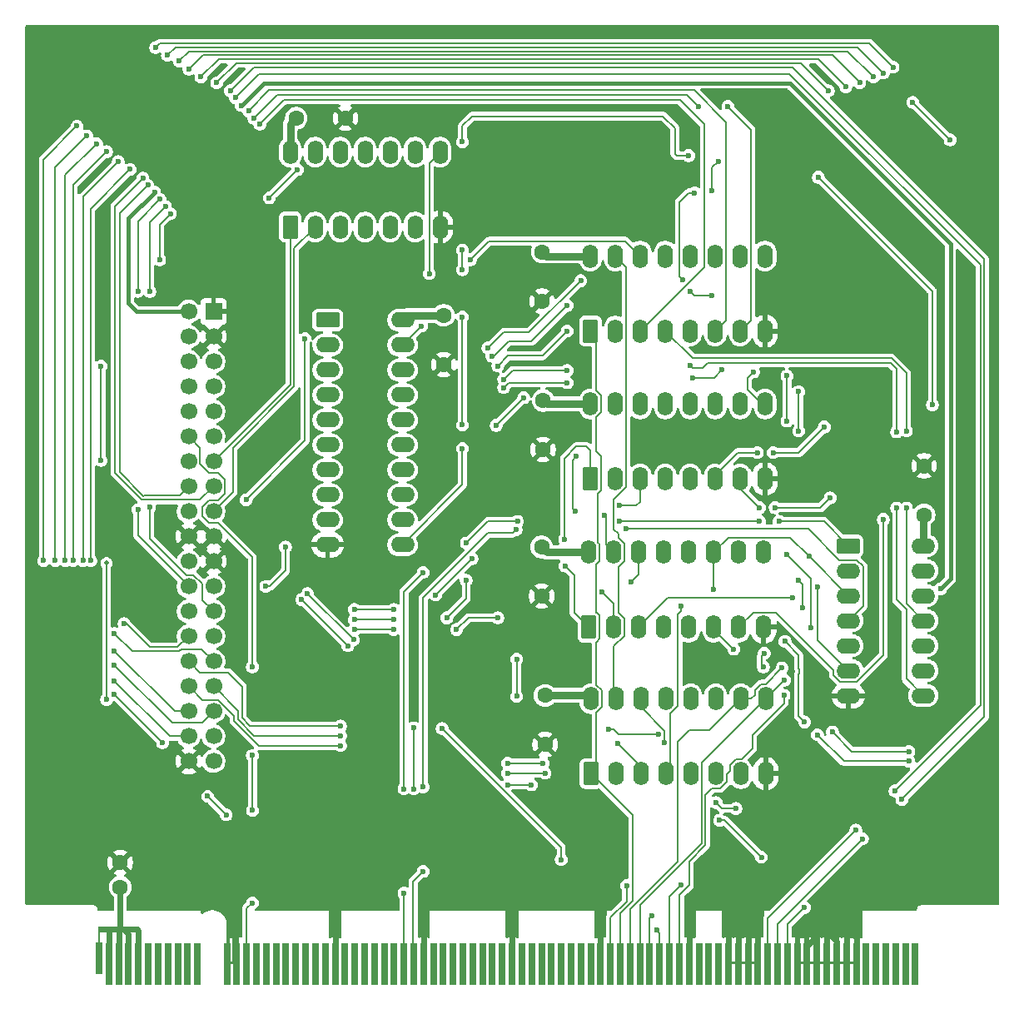
<source format=gbr>
%TF.GenerationSoftware,KiCad,Pcbnew,9.0.5*%
%TF.CreationDate,2025-11-19T18:16:14+02:00*%
%TF.ProjectId,interface,696e7465-7266-4616-9365-2e6b69636164,rev?*%
%TF.SameCoordinates,Original*%
%TF.FileFunction,Copper,L2,Bot*%
%TF.FilePolarity,Positive*%
%FSLAX46Y46*%
G04 Gerber Fmt 4.6, Leading zero omitted, Abs format (unit mm)*
G04 Created by KiCad (PCBNEW 9.0.5) date 2025-11-19 18:16:14*
%MOMM*%
%LPD*%
G01*
G04 APERTURE LIST*
G04 Aperture macros list*
%AMRoundRect*
0 Rectangle with rounded corners*
0 $1 Rounding radius*
0 $2 $3 $4 $5 $6 $7 $8 $9 X,Y pos of 4 corners*
0 Add a 4 corners polygon primitive as box body*
4,1,4,$2,$3,$4,$5,$6,$7,$8,$9,$2,$3,0*
0 Add four circle primitives for the rounded corners*
1,1,$1+$1,$2,$3*
1,1,$1+$1,$4,$5*
1,1,$1+$1,$6,$7*
1,1,$1+$1,$8,$9*
0 Add four rect primitives between the rounded corners*
20,1,$1+$1,$2,$3,$4,$5,0*
20,1,$1+$1,$4,$5,$6,$7,0*
20,1,$1+$1,$6,$7,$8,$9,0*
20,1,$1+$1,$8,$9,$2,$3,0*%
G04 Aperture macros list end*
%TA.AperFunction,ComponentPad*%
%ADD10RoundRect,0.250000X0.550000X-0.950000X0.550000X0.950000X-0.550000X0.950000X-0.550000X-0.950000X0*%
%TD*%
%TA.AperFunction,ComponentPad*%
%ADD11O,1.600000X2.400000*%
%TD*%
%TA.AperFunction,ComponentPad*%
%ADD12C,1.600000*%
%TD*%
%TA.AperFunction,ComponentPad*%
%ADD13R,1.700000X1.700000*%
%TD*%
%TA.AperFunction,ComponentPad*%
%ADD14C,1.700000*%
%TD*%
%TA.AperFunction,ComponentPad*%
%ADD15RoundRect,0.250000X-0.950000X-0.550000X0.950000X-0.550000X0.950000X0.550000X-0.950000X0.550000X0*%
%TD*%
%TA.AperFunction,ComponentPad*%
%ADD16O,2.400000X1.600000*%
%TD*%
%TA.AperFunction,ConnectorPad*%
%ADD17R,0.700000X3.200000*%
%TD*%
%TA.AperFunction,ConnectorPad*%
%ADD18R,0.700000X4.300000*%
%TD*%
%TA.AperFunction,ViaPad*%
%ADD19C,0.600000*%
%TD*%
%TA.AperFunction,ViaPad*%
%ADD20C,0.800000*%
%TD*%
%TA.AperFunction,ViaPad*%
%ADD21C,0.500000*%
%TD*%
%TA.AperFunction,Conductor*%
%ADD22C,0.200000*%
%TD*%
%TA.AperFunction,Conductor*%
%ADD23C,0.600000*%
%TD*%
%TA.AperFunction,Conductor*%
%ADD24C,0.800000*%
%TD*%
%TA.AperFunction,Conductor*%
%ADD25C,0.400000*%
%TD*%
G04 APERTURE END LIST*
D10*
%TO.P,U2,1*%
%TO.N,/~{MemRead}*%
X113085000Y-43660000D03*
D11*
%TO.P,U2,2*%
%TO.N,/~{IntAck}*%
X115625000Y-43660000D03*
%TO.P,U2,3*%
%TO.N,Net-(U4-A->B)*%
X118165000Y-43660000D03*
%TO.P,U2,4*%
X120705000Y-43660000D03*
%TO.P,U2,5*%
X123245000Y-43660000D03*
%TO.P,U2,6*%
%TO.N,Net-(U2-Pad12)*%
X125785000Y-43660000D03*
%TO.P,U2,7,GND*%
%TO.N,GND*%
X128325000Y-43660000D03*
%TO.P,U2,8*%
%TO.N,Net-(U4-CE)*%
X128325000Y-36040000D03*
%TO.P,U2,9*%
%TO.N,Net-(U2-Pad10)*%
X125785000Y-36040000D03*
%TO.P,U2,10*%
X123245000Y-36040000D03*
%TO.P,U2,11*%
X120705000Y-36040000D03*
%TO.P,U2,12*%
%TO.N,Net-(U2-Pad12)*%
X118165000Y-36040000D03*
%TO.P,U2,13*%
%TO.N,/~{MemWrite}*%
X115625000Y-36040000D03*
%TO.P,U2,14,VCC*%
%TO.N,VCC*%
X113085000Y-36040000D03*
%TD*%
D10*
%TO.P,U7,1,B*%
%TO.N,/BUS5*%
X143610000Y-69280000D03*
D11*
%TO.P,U7,2,QB*%
%TO.N,/ADDRESS5*%
X146150000Y-69280000D03*
%TO.P,U7,3,QA*%
%TO.N,/ADDRESS4*%
X148690000Y-69280000D03*
%TO.P,U7,4,DOWN*%
%TO.N,Net-(U7-DOWN)*%
X151230000Y-69280000D03*
%TO.P,U7,5,UP*%
%TO.N,Net-(U7-UP)*%
X153770000Y-69280000D03*
%TO.P,U7,6,QC*%
%TO.N,/ADDRESS6*%
X156310000Y-69280000D03*
%TO.P,U7,7,QD*%
%TO.N,/ADDRESS7*%
X158850000Y-69280000D03*
%TO.P,U7,8,GND*%
%TO.N,GND*%
X161390000Y-69280000D03*
%TO.P,U7,9,D*%
%TO.N,/BUS7*%
X161390000Y-61660000D03*
%TO.P,U7,10,C*%
%TO.N,/BUS6*%
X158850000Y-61660000D03*
%TO.P,U7,11,~{LOAD}*%
%TO.N,Net-(U7-~{LOAD})*%
X156310000Y-61660000D03*
%TO.P,U7,12,~{CO}*%
%TO.N,Net-(U6-UP)*%
X153770000Y-61660000D03*
%TO.P,U7,13,~{BO}*%
%TO.N,Net-(U6-DOWN)*%
X151230000Y-61660000D03*
%TO.P,U7,14,CLR*%
%TO.N,/Reset*%
X148690000Y-61660000D03*
%TO.P,U7,15,A*%
%TO.N,/BUS4*%
X146150000Y-61660000D03*
%TO.P,U7,16,VCC*%
%TO.N,VCC*%
X143610000Y-61660000D03*
%TD*%
D12*
%TO.P,C7,1*%
%TO.N,VCC*%
X177550000Y-72950000D03*
%TO.P,C7,2*%
%TO.N,GND*%
X177550000Y-67950000D03*
%TD*%
D13*
%TO.P,PAD2,1,Pin_1*%
%TO.N,GND*%
X105290000Y-52270000D03*
D14*
%TO.P,PAD2,2,Pin_2*%
%TO.N,/~{Clk}*%
X102750000Y-52270000D03*
%TO.P,PAD2,3,Pin_3*%
%TO.N,GND*%
X105290000Y-54810000D03*
%TO.P,PAD2,4,Pin_4*%
%TO.N,/DATA0*%
X102750000Y-54810000D03*
%TO.P,PAD2,5,Pin_5*%
%TO.N,/DATA1*%
X105290000Y-57350000D03*
%TO.P,PAD2,6,Pin_6*%
%TO.N,/DATA2*%
X102750000Y-57350000D03*
%TO.P,PAD2,7,Pin_7*%
%TO.N,/DATA3*%
X105290000Y-59890000D03*
%TO.P,PAD2,8,Pin_8*%
%TO.N,/DATA4*%
X102750000Y-59890000D03*
%TO.P,PAD2,9,Pin_9*%
%TO.N,/DATA5*%
X105290000Y-62430000D03*
%TO.P,PAD2,10,Pin_10*%
%TO.N,/DATA6*%
X102750000Y-62430000D03*
%TO.P,PAD2,11,Pin_11*%
%TO.N,/DATA7*%
X105290000Y-64970000D03*
%TO.P,PAD2,12,Pin_12*%
%TO.N,/~{MemWrite}*%
X102750000Y-64970000D03*
%TO.P,PAD2,13,Pin_13*%
%TO.N,/~{MemRead}*%
X105290000Y-67510000D03*
%TO.P,PAD2,14,Pin_14*%
%TO.N,/~{Halt}*%
X102750000Y-67510000D03*
%TO.P,PAD2,15,Pin_15*%
%TO.N,/~{Wait}*%
X105290000Y-70050000D03*
%TO.P,PAD2,16,Pin_16*%
%TO.N,/IntReq*%
X102750000Y-70050000D03*
%TO.P,PAD2,17,Pin_17*%
%TO.N,/~{IntAck}*%
X105290000Y-72590000D03*
%TO.P,PAD2,18,Pin_18*%
%TO.N,/Reset*%
X102750000Y-72590000D03*
%TO.P,PAD2,19,Pin_19*%
%TO.N,GND*%
X105290000Y-75130000D03*
%TO.P,PAD2,20,Pin_20*%
X102750000Y-75130000D03*
%TO.P,PAD2,21,Pin_21*%
X105290000Y-77670000D03*
%TO.P,PAD2,22,Pin_22*%
%TO.N,/ADDRESS0*%
X102750000Y-77670000D03*
%TO.P,PAD2,23,Pin_23*%
%TO.N,/ADDRESS1*%
X105290000Y-80210000D03*
%TO.P,PAD2,24,Pin_24*%
%TO.N,/ADDRESS2*%
X102750000Y-80210000D03*
%TO.P,PAD2,25,Pin_25*%
%TO.N,/ADDRESS3*%
X105290000Y-82750000D03*
%TO.P,PAD2,26,Pin_26*%
%TO.N,/ADDRESS4*%
X102750000Y-82750000D03*
%TO.P,PAD2,27,Pin_27*%
%TO.N,/ADDRESS5*%
X105290000Y-85290000D03*
%TO.P,PAD2,28,Pin_28*%
%TO.N,/ADDRESS6*%
X102750000Y-85290000D03*
%TO.P,PAD2,29,Pin_29*%
%TO.N,/ADDRESS7*%
X105290000Y-87830000D03*
%TO.P,PAD2,30,Pin_30*%
%TO.N,/ADDRESS8*%
X102750000Y-87830000D03*
%TO.P,PAD2,31,Pin_31*%
%TO.N,/ADDRESS9*%
X105290000Y-90370000D03*
%TO.P,PAD2,32,Pin_32*%
%TO.N,/ADDRESS10*%
X102750000Y-90370000D03*
%TO.P,PAD2,33,Pin_33*%
%TO.N,/ADDRESS11*%
X105290000Y-92910000D03*
%TO.P,PAD2,34,Pin_34*%
%TO.N,/ADDRESS12*%
X102750000Y-92910000D03*
%TO.P,PAD2,35,Pin_35*%
%TO.N,/ADDRESS13*%
X105290000Y-95450000D03*
%TO.P,PAD2,36,Pin_36*%
%TO.N,/ADDRESS14*%
X102750000Y-95450000D03*
%TO.P,PAD2,37,Pin_37*%
%TO.N,/ADDRESS15*%
X105290000Y-97990000D03*
%TO.P,PAD2,38,Pin_38*%
%TO.N,GND*%
X102750000Y-97990000D03*
%TD*%
D15*
%TO.P,U1,1*%
%TO.N,/AddrHighIn*%
X169840000Y-76085000D03*
D16*
%TO.P,U1,2*%
%TO.N,/Pulse*%
X169840000Y-78625000D03*
%TO.P,U1,3*%
%TO.N,Net-(U5-~{LOAD})*%
X169840000Y-81165000D03*
%TO.P,U1,4*%
%TO.N,/AddrLowIn*%
X169840000Y-83705000D03*
%TO.P,U1,5*%
%TO.N,/Pulse*%
X169840000Y-86245000D03*
%TO.P,U1,6*%
%TO.N,Net-(U7-~{LOAD})*%
X169840000Y-88785000D03*
%TO.P,U1,7,GND*%
%TO.N,GND*%
X169840000Y-91325000D03*
%TO.P,U1,8*%
%TO.N,Net-(U8-UP)*%
X177460000Y-91325000D03*
%TO.P,U1,9*%
%TO.N,/~{Clk}*%
X177460000Y-88785000D03*
%TO.P,U1,10*%
%TO.N,/AddrInc*%
X177460000Y-86245000D03*
%TO.P,U1,11*%
%TO.N,Net-(U8-DOWN)*%
X177460000Y-83705000D03*
%TO.P,U1,12*%
%TO.N,/~{Clk}*%
X177460000Y-81165000D03*
%TO.P,U1,13*%
%TO.N,/AddrDec*%
X177460000Y-78625000D03*
%TO.P,U1,14,VCC*%
%TO.N,VCC*%
X177460000Y-76085000D03*
%TD*%
D12*
%TO.P,C3,1*%
%TO.N,VCC*%
X138650000Y-76200000D03*
%TO.P,C3,2*%
%TO.N,GND*%
X138650000Y-81200000D03*
%TD*%
D10*
%TO.P,U6,1,B*%
%TO.N,/BUS1*%
X143660000Y-99260000D03*
D11*
%TO.P,U6,2,QB*%
%TO.N,/ADDRESS9*%
X146200000Y-99260000D03*
%TO.P,U6,3,QA*%
%TO.N,/ADDRESS8*%
X148740000Y-99260000D03*
%TO.P,U6,4,DOWN*%
%TO.N,Net-(U6-DOWN)*%
X151280000Y-99260000D03*
%TO.P,U6,5,UP*%
%TO.N,Net-(U6-UP)*%
X153820000Y-99260000D03*
%TO.P,U6,6,QC*%
%TO.N,/ADDRESS10*%
X156360000Y-99260000D03*
%TO.P,U6,7,QD*%
%TO.N,/ADDRESS11*%
X158900000Y-99260000D03*
%TO.P,U6,8,GND*%
%TO.N,GND*%
X161440000Y-99260000D03*
%TO.P,U6,9,D*%
%TO.N,/BUS3*%
X161440000Y-91640000D03*
%TO.P,U6,10,C*%
%TO.N,/BUS2*%
X158900000Y-91640000D03*
%TO.P,U6,11,~{LOAD}*%
%TO.N,Net-(U5-~{LOAD})*%
X156360000Y-91640000D03*
%TO.P,U6,12,~{CO}*%
%TO.N,Net-(U5-UP)*%
X153820000Y-91640000D03*
%TO.P,U6,13,~{BO}*%
%TO.N,Net-(U5-DOWN)*%
X151280000Y-91640000D03*
%TO.P,U6,14,CLR*%
%TO.N,/Reset*%
X148740000Y-91640000D03*
%TO.P,U6,15,A*%
%TO.N,/BUS0*%
X146200000Y-91640000D03*
%TO.P,U6,16,VCC*%
%TO.N,VCC*%
X143660000Y-91640000D03*
%TD*%
D15*
%TO.P,U4,1,A->B*%
%TO.N,Net-(U4-A->B)*%
X116890000Y-53120000D03*
D16*
%TO.P,U4,2,A0*%
%TO.N,/DATA0*%
X116890000Y-55660000D03*
%TO.P,U4,3,A1*%
%TO.N,/DATA1*%
X116890000Y-58200000D03*
%TO.P,U4,4,A2*%
%TO.N,/DATA2*%
X116890000Y-60740000D03*
%TO.P,U4,5,A3*%
%TO.N,/DATA3*%
X116890000Y-63280000D03*
%TO.P,U4,6,A4*%
%TO.N,/DATA4*%
X116890000Y-65820000D03*
%TO.P,U4,7,A5*%
%TO.N,/DATA5*%
X116890000Y-68360000D03*
%TO.P,U4,8,A6*%
%TO.N,/DATA6*%
X116890000Y-70900000D03*
%TO.P,U4,9,A7*%
%TO.N,/DATA7*%
X116890000Y-73440000D03*
%TO.P,U4,10,GND*%
%TO.N,GND*%
X116890000Y-75980000D03*
%TO.P,U4,11,B7*%
%TO.N,/BUS7*%
X124510000Y-75980000D03*
%TO.P,U4,12,B6*%
%TO.N,/BUS5*%
X124510000Y-73440000D03*
%TO.P,U4,13,B5*%
X124510000Y-70900000D03*
%TO.P,U4,14,B4*%
%TO.N,/BUS4*%
X124510000Y-68360000D03*
%TO.P,U4,15,B3*%
%TO.N,/BUS3*%
X124510000Y-65820000D03*
%TO.P,U4,16,B2*%
%TO.N,/BUS2*%
X124510000Y-63280000D03*
%TO.P,U4,17,B1*%
%TO.N,/BUS1*%
X124510000Y-60740000D03*
%TO.P,U4,18,B0*%
%TO.N,/BUS0*%
X124510000Y-58200000D03*
%TO.P,U4,19,CE*%
%TO.N,Net-(U4-CE)*%
X124510000Y-55660000D03*
%TO.P,U4,20,VCC*%
%TO.N,VCC*%
X124510000Y-53120000D03*
%TD*%
D10*
%TO.P,U8,1,B*%
%TO.N,/BUS1*%
X143610000Y-54240000D03*
D11*
%TO.P,U8,2,QB*%
%TO.N,/ADDRESS1*%
X146150000Y-54240000D03*
%TO.P,U8,3,QA*%
%TO.N,/ADDRESS0*%
X148690000Y-54240000D03*
%TO.P,U8,4,DOWN*%
%TO.N,Net-(U8-DOWN)*%
X151230000Y-54240000D03*
%TO.P,U8,5,UP*%
%TO.N,Net-(U8-UP)*%
X153770000Y-54240000D03*
%TO.P,U8,6,QC*%
%TO.N,/ADDRESS2*%
X156310000Y-54240000D03*
%TO.P,U8,7,QD*%
%TO.N,/ADDRESS3*%
X158850000Y-54240000D03*
%TO.P,U8,8,GND*%
%TO.N,GND*%
X161390000Y-54240000D03*
%TO.P,U8,9,D*%
%TO.N,/BUS3*%
X161390000Y-46620000D03*
%TO.P,U8,10,C*%
%TO.N,/BUS2*%
X158850000Y-46620000D03*
%TO.P,U8,11,~{LOAD}*%
%TO.N,Net-(U7-~{LOAD})*%
X156310000Y-46620000D03*
%TO.P,U8,12,~{CO}*%
%TO.N,Net-(U7-UP)*%
X153770000Y-46620000D03*
%TO.P,U8,13,~{BO}*%
%TO.N,Net-(U7-DOWN)*%
X151230000Y-46620000D03*
%TO.P,U8,14,CLR*%
%TO.N,/Reset*%
X148690000Y-46620000D03*
%TO.P,U8,15,A*%
%TO.N,/BUS0*%
X146150000Y-46620000D03*
%TO.P,U8,16,VCC*%
%TO.N,VCC*%
X143610000Y-46620000D03*
%TD*%
D12*
%TO.P,C6,1*%
%TO.N,VCC*%
X113700000Y-32600000D03*
%TO.P,C6,2*%
%TO.N,GND*%
X118700000Y-32600000D03*
%TD*%
%TO.P,C8,1*%
%TO.N,VCC*%
X95800000Y-110800000D03*
%TO.P,C8,2*%
%TO.N,GND*%
X95800000Y-108300000D03*
%TD*%
D10*
%TO.P,U5,1,B*%
%TO.N,/BUS5*%
X143450000Y-84370000D03*
D11*
%TO.P,U5,2,QB*%
%TO.N,/ADDRESS13*%
X145990000Y-84370000D03*
%TO.P,U5,3,QA*%
%TO.N,/ADDRESS12*%
X148530000Y-84370000D03*
%TO.P,U5,4,DOWN*%
%TO.N,Net-(U5-DOWN)*%
X151070000Y-84370000D03*
%TO.P,U5,5,UP*%
%TO.N,Net-(U5-UP)*%
X153610000Y-84370000D03*
%TO.P,U5,6,QC*%
%TO.N,/ADDRESS14*%
X156150000Y-84370000D03*
%TO.P,U5,7,QD*%
%TO.N,/ADDRESS15*%
X158690000Y-84370000D03*
%TO.P,U5,8,GND*%
%TO.N,GND*%
X161230000Y-84370000D03*
%TO.P,U5,9,D*%
%TO.N,/BUS7*%
X161230000Y-76750000D03*
%TO.P,U5,10,C*%
%TO.N,/BUS6*%
X158690000Y-76750000D03*
%TO.P,U5,11,~{LOAD}*%
%TO.N,Net-(U5-~{LOAD})*%
X156150000Y-76750000D03*
%TO.P,U5,12,~{CO}*%
%TO.N,unconnected-(U5-~{CO}-Pad12)*%
X153610000Y-76750000D03*
%TO.P,U5,13,~{BO}*%
%TO.N,unconnected-(U5-~{BO}-Pad13)*%
X151070000Y-76750000D03*
%TO.P,U5,14,CLR*%
%TO.N,/Reset*%
X148530000Y-76750000D03*
%TO.P,U5,15,A*%
%TO.N,/BUS4*%
X145990000Y-76750000D03*
%TO.P,U5,16,VCC*%
%TO.N,VCC*%
X143450000Y-76750000D03*
%TD*%
D12*
%TO.P,C4,1*%
%TO.N,VCC*%
X138800000Y-61300000D03*
%TO.P,C4,2*%
%TO.N,GND*%
X138800000Y-66300000D03*
%TD*%
%TO.P,C5,1*%
%TO.N,VCC*%
X138700000Y-46200000D03*
%TO.P,C5,2*%
%TO.N,GND*%
X138700000Y-51200000D03*
%TD*%
%TO.P,C2,1*%
%TO.N,VCC*%
X139000000Y-91300000D03*
%TO.P,C2,2*%
%TO.N,GND*%
X139000000Y-96300000D03*
%TD*%
%TO.P,C1,1*%
%TO.N,VCC*%
X128700000Y-52650000D03*
%TO.P,C1,2*%
%TO.N,GND*%
X128700000Y-57650000D03*
%TD*%
D17*
%TO.P,BC1,A1,VCC*%
%TO.N,VCC*%
X93650000Y-118050000D03*
D18*
%TO.P,BC1,A2,VCC*%
X94650000Y-118600000D03*
%TO.P,BC1,A3,VCC*%
X95650000Y-118600000D03*
%TO.P,BC1,A4,VCC*%
X96650000Y-118600000D03*
%TO.P,BC1,A5,VCC*%
X97650000Y-118600000D03*
%TO.P,BC1,A6*%
%TO.N,N/C*%
X98650000Y-118600000D03*
%TO.P,BC1,A7*%
X99650000Y-118600000D03*
%TO.P,BC1,A8*%
X100650000Y-118600000D03*
%TO.P,BC1,A9*%
X101650000Y-118600000D03*
%TO.P,BC1,A10*%
X102650000Y-118600000D03*
%TO.P,BC1,A11*%
X103650000Y-118600000D03*
%TO.P,BC1,A12,GND*%
%TO.N,GND*%
X106650000Y-118600000D03*
%TO.P,BC1,A13,GND*%
X107650000Y-118600000D03*
%TO.P,BC1,A14,~{LMEM}*%
%TO.N,/~{MemWrite}*%
X108650000Y-118600000D03*
%TO.P,BC1,A15,LSPH*%
%TO.N,unconnected-(BC1-LSPH-PadA15)*%
X109650000Y-118600000D03*
%TO.P,BC1,A16,LSPL*%
%TO.N,unconnected-(BC1-LSPL-PadA16)*%
X110650000Y-118600000D03*
%TO.P,BC1,A17,LPCH*%
%TO.N,unconnected-(BC1-LPCH-PadA17)*%
X111650000Y-118600000D03*
%TO.P,BC1,A18,LPCL*%
%TO.N,unconnected-(BC1-LPCL-PadA18)*%
X112650000Y-118600000D03*
%TO.P,BC1,A19,~{LARGH}*%
%TO.N,unconnected-(BC1-~{LARGH}-PadA19)*%
X113650000Y-118600000D03*
%TO.P,BC1,A20,~{LARGL}*%
%TO.N,unconnected-(BC1-~{LARGL}-PadA20)*%
X114650000Y-118600000D03*
%TO.P,BC1,A21,~{LAC}*%
%TO.N,unconnected-(BC1-~{LAC}-PadA21)*%
X115650000Y-118600000D03*
%TO.P,BC1,A22,~{LXH}*%
%TO.N,unconnected-(BC1-~{LXH}-PadA22)*%
X116650000Y-118600000D03*
%TO.P,BC1,A23,GND*%
%TO.N,GND*%
X117650000Y-118600000D03*
%TO.P,BC1,A24,~{LYL}*%
%TO.N,unconnected-(BC1-~{LYL}-PadA24)*%
X118650000Y-118600000D03*
%TO.P,BC1,A25,~{LYH}*%
%TO.N,unconnected-(BC1-~{LYH}-PadA25)*%
X119650000Y-118600000D03*
%TO.P,BC1,A26,~{LZL}*%
%TO.N,unconnected-(BC1-~{LZL}-PadA26)*%
X120650000Y-118600000D03*
%TO.P,BC1,A27,~{LZH}*%
%TO.N,unconnected-(BC1-~{LZH}-PadA27)*%
X121650000Y-118600000D03*
%TO.P,BC1,A28,~{LFR}*%
%TO.N,unconnected-(BC1-~{LFR}-PadA28)*%
X122650000Y-118600000D03*
%TO.P,BC1,A29,~{LINST}*%
%TO.N,unconnected-(BC1-~{LINST}-PadA29)*%
X123650000Y-118600000D03*
%TO.P,BC1,A30,LADRH*%
%TO.N,/AddrHighIn*%
X124650000Y-118600000D03*
%TO.P,BC1,A31,LADRL*%
%TO.N,/AddrLowIn*%
X125650000Y-118600000D03*
%TO.P,BC1,A32,GND*%
%TO.N,GND*%
X126650000Y-118600000D03*
%TO.P,BC1,A33,STATE0*%
%TO.N,unconnected-(BC1-STATE0-PadA33)*%
X127650000Y-118600000D03*
%TO.P,BC1,A34,STATE1*%
%TO.N,unconnected-(BC1-STATE1-PadA34)*%
X128650000Y-118600000D03*
%TO.P,BC1,A35,STATE2*%
%TO.N,unconnected-(BC1-STATE2-PadA35)*%
X129650000Y-118600000D03*
%TO.P,BC1,A36,STATE3*%
%TO.N,unconnected-(BC1-STATE3-PadA36)*%
X130650000Y-118600000D03*
%TO.P,BC1,A37,STATE4*%
%TO.N,unconnected-(BC1-STATE4-PadA37)*%
X131650000Y-118600000D03*
%TO.P,BC1,A38,STATE5*%
%TO.N,unconnected-(BC1-STATE5-PadA38)*%
X132650000Y-118600000D03*
%TO.P,BC1,A39,STATE6*%
%TO.N,unconnected-(BC1-STATE6-PadA39)*%
X133650000Y-118600000D03*
%TO.P,BC1,A40,STATE7*%
%TO.N,unconnected-(BC1-STATE7-PadA40)*%
X134650000Y-118600000D03*
%TO.P,BC1,A41,GND*%
%TO.N,GND*%
X135650000Y-118600000D03*
%TO.P,BC1,A42,STATE8*%
%TO.N,unconnected-(BC1-STATE8-PadA42)*%
X136650000Y-118600000D03*
%TO.P,BC1,A43,STATE9*%
%TO.N,unconnected-(BC1-STATE9-PadA43)*%
X137650000Y-118600000D03*
%TO.P,BC1,A44,STATE10*%
%TO.N,unconnected-(BC1-STATE10-PadA44)*%
X138650000Y-118600000D03*
%TO.P,BC1,A45,STATE11*%
%TO.N,unconnected-(BC1-STATE11-PadA45)*%
X139650000Y-118600000D03*
%TO.P,BC1,A46,STATE12*%
%TO.N,unconnected-(BC1-STATE12-PadA46)*%
X140650000Y-118600000D03*
%TO.P,BC1,A47,STATE13*%
%TO.N,unconnected-(BC1-STATE13-PadA47)*%
X141650000Y-118600000D03*
%TO.P,BC1,A48,STATE14*%
%TO.N,unconnected-(BC1-STATE14-PadA48)*%
X142650000Y-118600000D03*
%TO.P,BC1,A49,STATE15*%
%TO.N,unconnected-(BC1-STATE15-PadA49)*%
X143650000Y-118600000D03*
%TO.P,BC1,A50,GND*%
%TO.N,GND*%
X144650000Y-118600000D03*
%TO.P,BC1,A51,DATA0*%
%TO.N,/BUS0*%
X145650000Y-118600000D03*
%TO.P,BC1,A52,DATA1*%
%TO.N,/BUS1*%
X146650000Y-118600000D03*
%TO.P,BC1,A53,DATA2*%
%TO.N,/BUS2*%
X147650000Y-118600000D03*
%TO.P,BC1,A54,DATA3*%
%TO.N,/BUS3*%
X148650000Y-118600000D03*
%TO.P,BC1,A55,DATA4*%
%TO.N,/BUS4*%
X149650000Y-118600000D03*
%TO.P,BC1,A56,DATA5*%
%TO.N,/BUS5*%
X150650000Y-118600000D03*
%TO.P,BC1,A57,DATA6*%
%TO.N,/BUS6*%
X151650000Y-118600000D03*
%TO.P,BC1,A58,DATA7*%
%TO.N,/BUS7*%
X152650000Y-118600000D03*
%TO.P,BC1,A59,GND*%
%TO.N,GND*%
X153650000Y-118600000D03*
%TO.P,BC1,A60,ALUZO*%
%TO.N,unconnected-(BC1-ALUZO-PadA60)*%
X154650000Y-118600000D03*
%TO.P,BC1,A61,~{ALUCO}*%
%TO.N,unconnected-(BC1-~{ALUCO}-PadA61)*%
X155650000Y-118600000D03*
%TO.P,BC1,A62,ALUSO*%
%TO.N,unconnected-(BC1-ALUSO-PadA62)*%
X156650000Y-118600000D03*
%TO.P,BC1,A63,GND*%
%TO.N,GND*%
X157650000Y-118600000D03*
%TO.P,BC1,A64,GND*%
X158650000Y-118600000D03*
%TO.P,BC1,A65,GND*%
X159650000Y-118600000D03*
%TO.P,BC1,A66,GND*%
X160650000Y-118600000D03*
%TO.P,BC1,A67,INTREQ*%
%TO.N,/IntReq*%
X161650000Y-118600000D03*
%TO.P,BC1,A68,~{WAIT}*%
%TO.N,/~{Wait}*%
X162650000Y-118600000D03*
%TO.P,BC1,A69,RESET*%
%TO.N,/Reset*%
X163650000Y-118600000D03*
%TO.P,BC1,A70,GND*%
%TO.N,GND*%
X164650000Y-118600000D03*
%TO.P,BC1,A71,GND*%
X165650000Y-118600000D03*
%TO.P,BC1,A72,GND*%
X166650000Y-118600000D03*
%TO.P,BC1,A73,GND*%
X167650000Y-118600000D03*
%TO.P,BC1,A74,GND*%
X168650000Y-118600000D03*
%TO.P,BC1,A75,GND*%
X169650000Y-118600000D03*
%TO.P,BC1,A76,GND*%
X170650000Y-118600000D03*
%TO.P,BC1,A77*%
%TO.N,N/C*%
X171650000Y-118600000D03*
%TO.P,BC1,A78*%
X172650000Y-118600000D03*
%TO.P,BC1,A79*%
X173650000Y-118600000D03*
%TO.P,BC1,A80*%
X174650000Y-118600000D03*
%TO.P,BC1,A81*%
X175650000Y-118600000D03*
%TO.P,BC1,A82*%
X176650000Y-118600000D03*
%TD*%
D19*
%TO.N,/IntReq*%
X98600000Y-39400000D03*
X170600000Y-105000000D03*
X174600000Y-101000000D03*
X107500000Y-30500000D03*
%TO.N,/BUS1*%
X134200000Y-57800000D03*
X141250000Y-54240000D03*
%TO.N,/Reset*%
X131400000Y-47000000D03*
X114600000Y-55000000D03*
X156750000Y-104000000D03*
X108600000Y-71400000D03*
X147750000Y-79750000D03*
X151125000Y-96125000D03*
X161000000Y-107750000D03*
X165375000Y-112875000D03*
%TO.N,/AddrLowIn*%
X126600000Y-109200000D03*
X147200000Y-74350000D03*
X136050000Y-74450000D03*
X126600000Y-100600000D03*
%TO.N,VCC*%
X95500000Y-115100000D03*
X96500000Y-115100000D03*
X94700000Y-115100000D03*
X95800000Y-113850000D03*
X93800000Y-115100000D03*
X97600000Y-115200000D03*
X95800000Y-112650000D03*
D20*
%TO.N,GND*%
X159570000Y-113870000D03*
D19*
X164900000Y-115390000D03*
D20*
X153640000Y-114000000D03*
D19*
X158000000Y-115390000D03*
D20*
X126650000Y-114160000D03*
X144650000Y-114060000D03*
X169320000Y-114627500D03*
X107460000Y-114230000D03*
D19*
X166652500Y-115597500D03*
D20*
X135650000Y-114260000D03*
X117650000Y-114120000D03*
D19*
X159650000Y-115350000D03*
%TO.N,/BUS7*%
X130600000Y-66200000D03*
X130600000Y-48000000D03*
X161300000Y-87000000D03*
X153600000Y-36400000D03*
X163300000Y-91300000D03*
X161200000Y-88400000D03*
X130600000Y-63800000D03*
X130600000Y-35000000D03*
X160200000Y-58400000D03*
X130600000Y-46000000D03*
X130600000Y-52800000D03*
%TO.N,/BUS3*%
X166000000Y-84400000D03*
X163340000Y-89740000D03*
X163600000Y-58800000D03*
X163600000Y-77000000D03*
X133200000Y-55949000D03*
X163600000Y-63400000D03*
X142625000Y-49125000D03*
%TO.N,/BUS2*%
X141250000Y-58250000D03*
X165200000Y-82400000D03*
X163100000Y-88500000D03*
X134800000Y-59151000D03*
X164800000Y-60400000D03*
X164800000Y-79600000D03*
X164800000Y-64400000D03*
%TO.N,/BUS6*%
X152830000Y-110590000D03*
%TO.N,/~{Clk}*%
X99300000Y-40100000D03*
X179250000Y-80450000D03*
X108100000Y-31300000D03*
%TO.N,/BUS0*%
X141250000Y-51635000D03*
X147301000Y-110650000D03*
X133600000Y-56800000D03*
%TO.N,/BUS5*%
X141000000Y-75450000D03*
X150350000Y-115180000D03*
X136110000Y-91400000D03*
X141025000Y-78125000D03*
X136110000Y-87600000D03*
%TO.N,/BUS4*%
X141250000Y-59500000D03*
X142100000Y-72600000D03*
X134800000Y-60000000D03*
X142200000Y-67000000D03*
X145050000Y-73000000D03*
X149841000Y-113700000D03*
%TO.N,/AddrHighIn*%
X126600000Y-78800000D03*
X146600000Y-73600000D03*
X131000000Y-75800000D03*
X124650000Y-100800000D03*
X160800000Y-73600000D03*
X162800000Y-73600000D03*
X136200000Y-73600000D03*
X124650000Y-111400000D03*
%TO.N,/ADDRESS14*%
X166700000Y-95300000D03*
X176400000Y-31000000D03*
X165400000Y-94000000D03*
X92400000Y-34400000D03*
X95200000Y-89800000D03*
X100600000Y-26200000D03*
X176000000Y-98000000D03*
X180200000Y-34800000D03*
X173400000Y-28000000D03*
X158200000Y-86600000D03*
X163400000Y-85800000D03*
X89200000Y-77600000D03*
%TO.N,/ADDRESS8*%
X146400000Y-96200000D03*
X138800000Y-98200000D03*
X135200000Y-98200000D03*
X118200000Y-94400000D03*
%TO.N,/ADDRESS9*%
X139000000Y-99200000D03*
X118200000Y-95400000D03*
X135200000Y-99200000D03*
%TO.N,/ADDRESS0*%
X100900000Y-42300000D03*
X110000000Y-33200000D03*
X99800000Y-47000000D03*
X93849000Y-67400000D03*
X93849000Y-57800000D03*
%TO.N,/ADDRESS7*%
X168000000Y-71200000D03*
X104000000Y-28400000D03*
X160800000Y-72200000D03*
X95600000Y-37000000D03*
X162400000Y-72200000D03*
X92000000Y-77600000D03*
X95200000Y-85000000D03*
X169600000Y-29400000D03*
%TO.N,/ADDRESS2*%
X97600000Y-72400000D03*
X97600000Y-50200000D03*
X108850000Y-31850000D03*
X99850000Y-40850000D03*
%TO.N,/ADDRESS12*%
X164200000Y-81400000D03*
X95200000Y-86800000D03*
X102800000Y-27600000D03*
X94400000Y-36000000D03*
X171000000Y-29000000D03*
X91000000Y-77600000D03*
%TO.N,/ADDRESS11*%
X93400000Y-35200000D03*
X90200000Y-77600000D03*
X95200000Y-88200000D03*
X172400000Y-28400000D03*
X101800000Y-26800000D03*
%TO.N,/ADDRESS5*%
X129012028Y-83412028D03*
X123600000Y-83600000D03*
X119600000Y-83600000D03*
X130974028Y-79600000D03*
%TO.N,/ADDRESS6*%
X105600000Y-29000000D03*
X167400000Y-64000000D03*
X92800000Y-77600000D03*
X162200000Y-66600000D03*
X96800000Y-37800000D03*
X160600000Y-66600000D03*
X167800000Y-29800000D03*
X96200000Y-84000000D03*
%TO.N,/ADDRESS1*%
X134029971Y-63829971D03*
X110600000Y-80210000D03*
X136829971Y-61029971D03*
X112600000Y-76200000D03*
%TO.N,/ADDRESS15*%
X91400000Y-33400000D03*
X88000000Y-77600000D03*
X95200000Y-91200000D03*
X174400000Y-27400000D03*
X173400000Y-73400000D03*
X99400000Y-25400000D03*
X100100000Y-96100000D03*
%TO.N,/ADDRESS10*%
X150500000Y-95250000D03*
X135200000Y-100400000D03*
X137600000Y-100400000D03*
X118200000Y-96400000D03*
X145500000Y-94750000D03*
%TO.N,/ADDRESS4*%
X131575028Y-77375028D03*
X127875028Y-81075028D03*
X119600000Y-82552000D03*
X146600000Y-72000000D03*
X123600000Y-82552000D03*
%TO.N,/ADDRESS3*%
X100400000Y-41600000D03*
X157600000Y-31400000D03*
X154600000Y-31400000D03*
X109400000Y-32600000D03*
X98800000Y-50200000D03*
X98775735Y-72175735D03*
%TO.N,/ADDRESS13*%
X123600000Y-84600000D03*
X134200000Y-83400000D03*
X144800000Y-80800000D03*
X119600000Y-84600000D03*
X130000000Y-84600000D03*
%TO.N,Net-(U5-~{LOAD})*%
X165837500Y-77162500D03*
X156150000Y-80550000D03*
%TO.N,Net-(U8-DOWN)*%
X175750000Y-64400000D03*
X175750000Y-72250000D03*
%TO.N,Net-(U8-UP)*%
X153750000Y-57750000D03*
X174750000Y-72250000D03*
X174750000Y-64500000D03*
%TO.N,Net-(U7-~{LOAD})*%
X166750000Y-80250000D03*
%TO.N,Net-(U4-CE)*%
X127224000Y-48400000D03*
X126435000Y-53735000D03*
%TO.N,Net-(U6-UP)*%
X166800000Y-38600000D03*
X168225000Y-95025000D03*
X154200000Y-40200000D03*
X176000000Y-97000000D03*
X156000000Y-50600000D03*
X156000000Y-40000000D03*
X157000000Y-58200000D03*
X156600000Y-37000000D03*
X153000000Y-49000000D03*
X158400000Y-102800000D03*
X178400000Y-61750000D03*
X156400000Y-102200000D03*
X154000000Y-59000000D03*
X153800000Y-50200000D03*
%TO.N,Net-(U6-DOWN)*%
X152850879Y-82200786D03*
%TO.N,/~{MemWrite}*%
X109250000Y-112400000D03*
X109237120Y-97400000D03*
X110957500Y-40707500D03*
X109237120Y-88400000D03*
X113832500Y-37832500D03*
X109250000Y-103000000D03*
%TO.N,/~{Halt}*%
X128541479Y-94658521D03*
X140650000Y-108000000D03*
X114841479Y-80958521D03*
X119520739Y-85637782D03*
%TO.N,/~{Wait}*%
X107000000Y-29800000D03*
X171287868Y-105887868D03*
X175287868Y-101887868D03*
X98100000Y-38700000D03*
%TO.N,/~{IntAck}*%
X125650000Y-94600000D03*
X114250000Y-81550000D03*
X125650000Y-100800000D03*
X118950000Y-86250000D03*
D21*
%TO.N,/~{MemRead}*%
X94400000Y-77850000D03*
D19*
X104692240Y-101560000D03*
X106566120Y-103433880D03*
X94400000Y-91730000D03*
%TD*%
D22*
%TO.N,/IntReq*%
X101830000Y-70970000D02*
X102750000Y-70050000D01*
X98600000Y-39400000D02*
X95750000Y-42250000D01*
X163840160Y-28090160D02*
X109909840Y-28090160D01*
X174600000Y-101000000D02*
X183270000Y-92330000D01*
X161650000Y-113950000D02*
X170600000Y-105000000D01*
X98210000Y-70970000D02*
X101830000Y-70970000D01*
X183270000Y-92330000D02*
X183270000Y-47520000D01*
X95750000Y-42250000D02*
X95750000Y-68590000D01*
X161650000Y-118600000D02*
X161650000Y-113950000D01*
X109909840Y-28090160D02*
X107500000Y-30500000D01*
X95750000Y-68590000D02*
X98170000Y-71010000D01*
X183270000Y-47520000D02*
X163840160Y-28090160D01*
X98170000Y-71010000D02*
X98210000Y-70970000D01*
%TO.N,/BUS1*%
X144761000Y-90783951D02*
X144761000Y-92496049D01*
X144200000Y-85871000D02*
X144200000Y-90222951D01*
X144200000Y-90222951D02*
X144761000Y-90783951D01*
X144711000Y-62516049D02*
X144200000Y-63027049D01*
X144200000Y-66450000D02*
X144711000Y-66961000D01*
X144551000Y-85555160D02*
X144235160Y-85871000D01*
X144200000Y-98720000D02*
X143660000Y-99260000D01*
X144400000Y-70781000D02*
X144400000Y-75742951D01*
X146650000Y-118600000D02*
X146700000Y-118600000D01*
X144711000Y-70465160D02*
X144395160Y-70781000D01*
X144551000Y-77606049D02*
X144200000Y-77957049D01*
X144711000Y-60803951D02*
X144711000Y-62516049D01*
X144551000Y-83184840D02*
X144551000Y-85555160D01*
X144235160Y-82869000D02*
X144551000Y-83184840D01*
X144200000Y-60292951D02*
X144711000Y-60803951D01*
X144200000Y-93057049D02*
X144200000Y-98720000D01*
X144200000Y-82869000D02*
X144235160Y-82869000D01*
X144200000Y-63027049D02*
X144200000Y-66450000D01*
X144235160Y-85871000D02*
X144200000Y-85871000D01*
X144395160Y-70781000D02*
X144400000Y-70781000D01*
X147902000Y-103502000D02*
X143660000Y-99260000D01*
X144200000Y-77957049D02*
X144200000Y-82869000D01*
X143610000Y-54240000D02*
X144200000Y-54830000D01*
X135250000Y-56750000D02*
X138740000Y-56750000D01*
X144200000Y-54830000D02*
X144200000Y-60292951D01*
X144551000Y-75893951D02*
X144551000Y-77606049D01*
X144711000Y-66961000D02*
X144711000Y-70465160D01*
X146650000Y-113467100D02*
X147902000Y-112215100D01*
X147902000Y-112215100D02*
X147902000Y-103502000D01*
X144400000Y-75742951D02*
X144551000Y-75893951D01*
X144761000Y-92496049D02*
X144200000Y-93057049D01*
X138740000Y-56750000D02*
X141250000Y-54240000D01*
X146650000Y-118600000D02*
X146650000Y-113467100D01*
X134200000Y-57800000D02*
X135250000Y-56750000D01*
%TO.N,/Reset*%
X148530000Y-78970000D02*
X148530000Y-76750000D01*
X133301000Y-45099000D02*
X131400000Y-47000000D01*
X163650000Y-114600000D02*
X163650000Y-118600000D01*
X161000000Y-107750000D02*
X157250000Y-104000000D01*
X147750000Y-79750000D02*
X148530000Y-78970000D01*
X148690000Y-46620000D02*
X147169000Y-45099000D01*
X114600000Y-65400000D02*
X108600000Y-71400000D01*
X151125000Y-96125000D02*
X151125000Y-94875000D01*
X157250000Y-104000000D02*
X156750000Y-104000000D01*
X165375000Y-112875000D02*
X163650000Y-114600000D01*
X151125000Y-94875000D02*
X148740000Y-92490000D01*
X148740000Y-92490000D02*
X148740000Y-91640000D01*
X147169000Y-45099000D02*
X133301000Y-45099000D01*
X114600000Y-55000000D02*
X114600000Y-65400000D01*
%TO.N,/AddrLowIn*%
X126600000Y-81400000D02*
X126600000Y-100600000D01*
X171341000Y-78168951D02*
X171341000Y-82204000D01*
X168924000Y-77524000D02*
X170696049Y-77524000D01*
X125600000Y-110200000D02*
X126600000Y-109200000D01*
X135700000Y-74800000D02*
X133200000Y-74800000D01*
X165750000Y-74350000D02*
X168924000Y-77524000D01*
X125650000Y-118600000D02*
X125600000Y-118550000D01*
X133200000Y-74800000D02*
X126600000Y-81400000D01*
X147200000Y-74350000D02*
X165750000Y-74350000D01*
X170696049Y-77524000D02*
X171341000Y-78168951D01*
X125600000Y-118550000D02*
X125600000Y-110200000D01*
X136050000Y-74450000D02*
X135700000Y-74800000D01*
X171341000Y-82204000D02*
X169840000Y-83705000D01*
D23*
%TO.N,VCC*%
X95800000Y-115100000D02*
X95800000Y-113850000D01*
D24*
X143610000Y-46620000D02*
X139120000Y-46620000D01*
D23*
X93800000Y-115100000D02*
X94650000Y-115100000D01*
D24*
X113085000Y-36040000D02*
X113085000Y-33215000D01*
D23*
X97600000Y-115200000D02*
X97650000Y-115250000D01*
D24*
X124980000Y-52650000D02*
X124510000Y-53120000D01*
X139160000Y-61660000D02*
X138800000Y-61300000D01*
D23*
X95650000Y-118600000D02*
X95650000Y-115250000D01*
X95800000Y-113850000D02*
X95800000Y-112650000D01*
D24*
X177460000Y-76085000D02*
X177460000Y-73040000D01*
D22*
X93650000Y-115200000D02*
X93750000Y-115100000D01*
D23*
X95800000Y-112650000D02*
X95800000Y-110800000D01*
X96300000Y-115100000D02*
X96300000Y-115250000D01*
D24*
X139200000Y-76750000D02*
X138650000Y-76200000D01*
D23*
X96300000Y-115250000D02*
X96650000Y-115600000D01*
X94700000Y-115100000D02*
X95500000Y-115100000D01*
D22*
X93650000Y-118050000D02*
X93650000Y-115200000D01*
D23*
X96500000Y-115100000D02*
X97500000Y-115100000D01*
D24*
X139000000Y-91300000D02*
X143320000Y-91300000D01*
X139120000Y-46620000D02*
X138700000Y-46200000D01*
D23*
X96300000Y-115100000D02*
X96500000Y-115100000D01*
D24*
X143320000Y-91300000D02*
X143660000Y-91640000D01*
X177460000Y-73040000D02*
X177550000Y-72950000D01*
D23*
X94650000Y-115100000D02*
X94650000Y-118600000D01*
D24*
X113085000Y-33215000D02*
X113700000Y-32600000D01*
X128700000Y-52650000D02*
X124980000Y-52650000D01*
D23*
X94650000Y-115100000D02*
X94700000Y-115100000D01*
X95650000Y-115250000D02*
X95800000Y-115100000D01*
X96650000Y-115600000D02*
X96650000Y-118600000D01*
X97500000Y-115100000D02*
X97600000Y-115200000D01*
D24*
X143610000Y-61660000D02*
X139160000Y-61660000D01*
X143450000Y-76750000D02*
X139200000Y-76750000D01*
D23*
X95500000Y-115100000D02*
X96300000Y-115100000D01*
X97650000Y-115250000D02*
X97650000Y-118600000D01*
%TO.N,GND*%
X166650000Y-115740000D02*
X167350000Y-115040000D01*
X167650000Y-118600000D02*
X167650000Y-115340000D01*
X170650000Y-118600000D02*
X170650000Y-115957500D01*
D22*
X144650000Y-118600000D02*
X144900000Y-118850000D01*
D23*
X158650000Y-118600000D02*
X158650000Y-114790000D01*
X165650000Y-118600000D02*
X165650000Y-116740000D01*
X107460000Y-114230000D02*
X107460000Y-118410000D01*
X157650000Y-115790000D02*
X157650000Y-118600000D01*
X107460000Y-118410000D02*
X107650000Y-118600000D01*
D22*
X159650000Y-113950000D02*
X159570000Y-113870000D01*
D23*
X126650000Y-114160000D02*
X126650000Y-118600000D01*
X160650000Y-114950000D02*
X159570000Y-113870000D01*
X166650000Y-118600000D02*
X166650000Y-115740000D01*
X153640000Y-118590000D02*
X153650000Y-118600000D01*
X159650000Y-115350000D02*
X159650000Y-113950000D01*
X159650000Y-118600000D02*
X159650000Y-115350000D01*
X153640000Y-114000000D02*
X153640000Y-118590000D01*
X158650000Y-114790000D02*
X159570000Y-113870000D01*
X135650000Y-114260000D02*
X135650000Y-118600000D01*
X169650000Y-118600000D02*
X169650000Y-114957500D01*
X167650000Y-115340000D02*
X167350000Y-115040000D01*
X117650000Y-114120000D02*
X117650000Y-118600000D01*
X160650000Y-118600000D02*
X160650000Y-114950000D01*
X159570000Y-113870000D02*
X157650000Y-115790000D01*
X168650000Y-118600000D02*
X168650000Y-116340000D01*
X170650000Y-115957500D02*
X169320000Y-114627500D01*
X144650000Y-114060000D02*
X144650000Y-118600000D01*
X168650000Y-116340000D02*
X167650000Y-115340000D01*
D22*
X169650000Y-114957500D02*
X169320000Y-114627500D01*
D23*
X165650000Y-116740000D02*
X167350000Y-115040000D01*
D22*
%TO.N,/BUS7*%
X130600000Y-35000000D02*
X130600000Y-33400000D01*
X130600000Y-48000000D02*
X130600000Y-46000000D01*
X153584971Y-110684971D02*
X153650000Y-110619943D01*
X158991000Y-97759000D02*
X160080000Y-96670000D01*
X161000000Y-88200000D02*
X161200000Y-88400000D01*
X152700000Y-111569942D02*
X153584971Y-110684971D01*
X160080000Y-96670000D02*
X160080000Y-95310000D01*
X131600000Y-32400000D02*
X151000000Y-32400000D01*
X130600000Y-69890000D02*
X130600000Y-66200000D01*
X155322000Y-101428000D02*
X155989000Y-100761000D01*
X155989000Y-100761000D02*
X156816049Y-100761000D01*
X158443951Y-97759000D02*
X158991000Y-97759000D01*
X163300000Y-92090000D02*
X163300000Y-91300000D01*
X152200000Y-36200000D02*
X152400000Y-36400000D01*
X157799000Y-98403951D02*
X158443951Y-97759000D01*
X159600000Y-59000000D02*
X159600000Y-60200000D01*
X160080000Y-95310000D02*
X163300000Y-92090000D01*
X151000000Y-32400000D02*
X152200000Y-33600000D01*
X156816049Y-100761000D02*
X157461000Y-100116049D01*
X161060000Y-61660000D02*
X161390000Y-61660000D01*
X161000000Y-87300000D02*
X161000000Y-88200000D01*
X130600000Y-33400000D02*
X131600000Y-32400000D01*
X153650000Y-108168400D02*
X155322000Y-106496400D01*
X152200000Y-33600000D02*
X152200000Y-36200000D01*
X157799000Y-98951000D02*
X157799000Y-98403951D01*
X153650000Y-110619943D02*
X153650000Y-108168400D01*
X159600000Y-60200000D02*
X161060000Y-61660000D01*
X161300000Y-87000000D02*
X161000000Y-87300000D01*
X152700000Y-118550000D02*
X152700000Y-111569942D01*
X155322000Y-106496400D02*
X155322000Y-101428000D01*
X130600000Y-63800000D02*
X130600000Y-52800000D01*
X152650000Y-118600000D02*
X152700000Y-118550000D01*
X160200000Y-58400000D02*
X159600000Y-59000000D01*
X157461000Y-100116049D02*
X157461000Y-99289000D01*
X157461000Y-99289000D02*
X157799000Y-98951000D01*
X152400000Y-36400000D02*
X153600000Y-36400000D01*
X124510000Y-75980000D02*
X130600000Y-69890000D01*
%TO.N,/BUS3*%
X163600000Y-63400000D02*
X163600000Y-58800000D01*
X154921000Y-106330300D02*
X154921000Y-98159000D01*
X148650000Y-118600000D02*
X148650000Y-112601300D01*
X154921000Y-98159000D02*
X161440000Y-91640000D01*
X148650000Y-112601300D02*
X154921000Y-106330300D01*
X137375000Y-54375000D02*
X142625000Y-49125000D01*
X133200000Y-55949000D02*
X134774000Y-54375000D01*
X166000000Y-79400000D02*
X163600000Y-77000000D01*
X134774000Y-54375000D02*
X137375000Y-54375000D01*
X161440000Y-91640000D02*
X163340000Y-89740000D01*
X166000000Y-84400000D02*
X166000000Y-79400000D01*
%TO.N,/BUS2*%
X147650000Y-113034200D02*
X151237100Y-109447100D01*
X160983951Y-90139000D02*
X160339000Y-90783951D01*
X155700000Y-94840000D02*
X158900000Y-91640000D01*
X160339000Y-91261000D02*
X159960000Y-91640000D01*
X152480000Y-96010000D02*
X153650000Y-94840000D01*
X161461000Y-90139000D02*
X160983951Y-90139000D01*
X152480000Y-108204200D02*
X152480000Y-96010000D01*
X153650000Y-94840000D02*
X155700000Y-94840000D01*
X135701000Y-58250000D02*
X141250000Y-58250000D01*
X147650000Y-118600000D02*
X147650000Y-113034200D01*
X164800000Y-64400000D02*
X164800000Y-60400000D01*
X159960000Y-91640000D02*
X158900000Y-91640000D01*
X163100000Y-88500000D02*
X161461000Y-90139000D01*
X165200000Y-82400000D02*
X165200000Y-80000000D01*
X134800000Y-59151000D02*
X135701000Y-58250000D01*
X165200000Y-80000000D02*
X164800000Y-79600000D01*
X151237100Y-109447100D02*
X152480000Y-108204200D01*
X160339000Y-90783951D02*
X160339000Y-91261000D01*
%TO.N,/BUS6*%
X151650000Y-118600000D02*
X151650000Y-111770000D01*
X151650000Y-111770000D02*
X152830000Y-110590000D01*
D25*
%TO.N,/~{Clk}*%
X99300000Y-40100000D02*
X96631000Y-42769000D01*
X97470000Y-52270000D02*
X102750000Y-52270000D01*
X163883900Y-29021000D02*
X110379000Y-29021000D01*
X179250000Y-80450000D02*
X180250000Y-79450000D01*
X180250000Y-45387100D02*
X163883900Y-29021000D01*
X96631000Y-51431000D02*
X97470000Y-52270000D01*
X180250000Y-79450000D02*
X180250000Y-45387100D01*
X96631000Y-42769000D02*
X96631000Y-51431000D01*
X110379000Y-29021000D02*
X108100000Y-31300000D01*
D22*
%TO.N,/BUS0*%
X147301000Y-110650000D02*
X147301000Y-112249000D01*
X146446049Y-78251000D02*
X147091000Y-77606049D01*
X146200000Y-91640000D02*
X146000000Y-91440000D01*
X147301000Y-112249000D02*
X145650000Y-113900000D01*
X147251000Y-70136049D02*
X147251000Y-47721000D01*
X146446049Y-74846049D02*
X146000000Y-74400000D01*
X147251000Y-47721000D02*
X146150000Y-46620000D01*
X145650000Y-113900000D02*
X145650000Y-118600000D01*
X145650000Y-118600000D02*
X145750000Y-118600000D01*
X147091000Y-75893951D02*
X146446049Y-75249000D01*
X146446049Y-75249000D02*
X146446049Y-74846049D01*
X137510000Y-55260000D02*
X137625000Y-55260000D01*
X135340000Y-55260000D02*
X137510000Y-55260000D01*
X137625000Y-55260000D02*
X141250000Y-51635000D01*
X146000000Y-74400000D02*
X146000000Y-71387049D01*
X133800000Y-56800000D02*
X135340000Y-55260000D01*
X146000000Y-71387049D02*
X147251000Y-70136049D01*
X147091000Y-83513951D02*
X146446049Y-82869000D01*
X146000000Y-91440000D02*
X146000000Y-86317049D01*
X146446049Y-82869000D02*
X146446049Y-78251000D01*
X147091000Y-85226049D02*
X147091000Y-83513951D01*
X147091000Y-77606049D02*
X147091000Y-75893951D01*
X133600000Y-56800000D02*
X133800000Y-56800000D01*
X146000000Y-86317049D02*
X147091000Y-85226049D01*
%TO.N,/BUS5*%
X150650000Y-115480000D02*
X150650000Y-118600000D01*
X143610000Y-69280000D02*
X143610000Y-67610000D01*
X143610000Y-67610000D02*
X143600000Y-67600000D01*
X141000000Y-67200000D02*
X141000000Y-75450000D01*
X141000000Y-78100000D02*
X141025000Y-78125000D01*
X142200000Y-66000000D02*
X141000000Y-67200000D01*
X143600000Y-67600000D02*
X143600000Y-66400000D01*
X141025000Y-78125000D02*
X141950000Y-79050000D01*
X143600000Y-66400000D02*
X143200000Y-66000000D01*
X141950000Y-82870000D02*
X143450000Y-84370000D01*
X141950000Y-79050000D02*
X141950000Y-82870000D01*
X150350000Y-115180000D02*
X150650000Y-115480000D01*
X143200000Y-66000000D02*
X142200000Y-66000000D01*
X136110000Y-91400000D02*
X136110000Y-87600000D01*
%TO.N,/BUS4*%
X149650000Y-118600000D02*
X149650000Y-113891000D01*
X145200000Y-75960000D02*
X145990000Y-76750000D01*
X134800000Y-60000000D02*
X135300000Y-59500000D01*
X149650000Y-113891000D02*
X149841000Y-113700000D01*
X141800000Y-67400000D02*
X142200000Y-67000000D01*
X141800000Y-72300000D02*
X141800000Y-67400000D01*
X145050000Y-73000000D02*
X145200000Y-73150000D01*
X135300000Y-59500000D02*
X141250000Y-59500000D01*
X142100000Y-72600000D02*
X141800000Y-72300000D01*
X145200000Y-73150000D02*
X145200000Y-75960000D01*
%TO.N,/AddrHighIn*%
X167355000Y-73600000D02*
X169840000Y-76085000D01*
X133200000Y-73600000D02*
X136200000Y-73600000D01*
X146600000Y-73600000D02*
X160800000Y-73600000D01*
X131000000Y-75800000D02*
X133200000Y-73600000D01*
X124650000Y-80750000D02*
X124650000Y-100800000D01*
X162800000Y-73600000D02*
X167355000Y-73600000D01*
X124650000Y-118600000D02*
X124650000Y-111400000D01*
X126600000Y-78800000D02*
X124650000Y-80750000D01*
%TO.N,/ADDRESS14*%
X180200000Y-34800000D02*
X176400000Y-31000000D01*
X170600000Y-98000000D02*
X176000000Y-98000000D01*
X164841000Y-88591057D02*
X164841000Y-89088943D01*
X158200000Y-86600000D02*
X156150000Y-84550000D01*
X164841000Y-89088943D02*
X164800000Y-89129943D01*
X169400000Y-98000000D02*
X171000000Y-98000000D01*
X100850000Y-95450000D02*
X95200000Y-89800000D01*
X164800000Y-87200000D02*
X164800000Y-88550057D01*
X100600000Y-26200000D02*
X101399000Y-25401000D01*
X156150000Y-84550000D02*
X156150000Y-84370000D01*
X102750000Y-95450000D02*
X100850000Y-95450000D01*
X89200000Y-37600000D02*
X92400000Y-34400000D01*
X164800000Y-89129943D02*
X164800000Y-93400000D01*
X163400000Y-85800000D02*
X164800000Y-87200000D01*
X164800000Y-93400000D02*
X165400000Y-94000000D01*
X170801000Y-25401000D02*
X173400000Y-28000000D01*
X89200000Y-77600000D02*
X89200000Y-37600000D01*
X166700000Y-95300000D02*
X169400000Y-98000000D01*
X101399000Y-25401000D02*
X170801000Y-25401000D01*
X171000000Y-98000000D02*
X170600000Y-98000000D01*
X164800000Y-88550057D02*
X164841000Y-88591057D01*
%TO.N,/ADDRESS8*%
X103901000Y-88981000D02*
X102750000Y-87830000D01*
X118200000Y-94400000D02*
X109000000Y-94400000D01*
X146400000Y-96200000D02*
X148740000Y-98540000D01*
X106781000Y-88981000D02*
X103901000Y-88981000D01*
X108200000Y-93600000D02*
X108200000Y-90400000D01*
X108200000Y-90400000D02*
X106781000Y-88981000D01*
X135200000Y-98200000D02*
X138800000Y-98200000D01*
X148740000Y-98540000D02*
X148740000Y-99260000D01*
X109000000Y-94400000D02*
X108200000Y-93600000D01*
%TO.N,/ADDRESS9*%
X118200000Y-95400000D02*
X109432900Y-95400000D01*
X107799000Y-92879000D02*
X105290000Y-90370000D01*
X109432900Y-95400000D02*
X107799000Y-93766100D01*
X107799000Y-93766100D02*
X107799000Y-92879000D01*
X135200000Y-99200000D02*
X139000000Y-99200000D01*
%TO.N,/ADDRESS0*%
X148690000Y-54240000D02*
X155209000Y-47721000D01*
X155209000Y-47721000D02*
X155209000Y-33209000D01*
X99800000Y-43400000D02*
X100900000Y-42300000D01*
X155209000Y-33209000D02*
X152750000Y-30750000D01*
X99800000Y-47000000D02*
X99800000Y-43400000D01*
X152750000Y-30750000D02*
X112450000Y-30750000D01*
X112450000Y-30750000D02*
X110000000Y-33200000D01*
X93849000Y-67400000D02*
X93849000Y-57800000D01*
%TO.N,/ADDRESS7*%
X167000000Y-72200000D02*
X165200000Y-72200000D01*
X160800000Y-72200000D02*
X158850000Y-70250000D01*
X104060000Y-86600000D02*
X102007100Y-86600000D01*
X168000000Y-71200000D02*
X167000000Y-72200000D01*
X97001000Y-86801000D02*
X95200000Y-85000000D01*
X158850000Y-70250000D02*
X158850000Y-69280000D01*
X101806100Y-86801000D02*
X97001000Y-86801000D01*
X92000000Y-40600000D02*
X95600000Y-37000000D01*
X105796000Y-26604000D02*
X166804000Y-26604000D01*
X166804000Y-26604000D02*
X169600000Y-29400000D01*
X104000000Y-28400000D02*
X105796000Y-26604000D01*
X105290000Y-87830000D02*
X104060000Y-86600000D01*
X92000000Y-77400000D02*
X92000000Y-40600000D01*
X165200000Y-72200000D02*
X162400000Y-72200000D01*
X102007100Y-86600000D02*
X101806100Y-86801000D01*
%TO.N,/ADDRESS2*%
X97600000Y-75060000D02*
X102750000Y-80210000D01*
X110950000Y-29750000D02*
X108850000Y-31850000D01*
X157411000Y-53139000D02*
X157411000Y-33011000D01*
X97600000Y-43100000D02*
X99850000Y-40850000D01*
X97600000Y-50200000D02*
X97600000Y-43100000D01*
X154150000Y-29750000D02*
X110950000Y-29750000D01*
X97600000Y-72400000D02*
X97600000Y-75060000D01*
X157411000Y-33011000D02*
X154150000Y-29750000D01*
X156310000Y-54240000D02*
X157411000Y-53139000D01*
%TO.N,/ADDRESS12*%
X104197000Y-26203000D02*
X168203000Y-26203000D01*
X101310000Y-92910000D02*
X95200000Y-86800000D01*
X91000000Y-77400000D02*
X91000000Y-39400000D01*
X164200000Y-81400000D02*
X151500000Y-81400000D01*
X91000000Y-39400000D02*
X94400000Y-36000000D01*
X151500000Y-81400000D02*
X148530000Y-84370000D01*
X102750000Y-92910000D02*
X101310000Y-92910000D01*
X168203000Y-26203000D02*
X171000000Y-29000000D01*
X102800000Y-27600000D02*
X104197000Y-26203000D01*
%TO.N,/ADDRESS11*%
X101800000Y-26800000D02*
X102798000Y-25802000D01*
X104139000Y-94061000D02*
X101061000Y-94061000D01*
X169802000Y-25802000D02*
X172400000Y-28400000D01*
X102798000Y-25802000D02*
X169802000Y-25802000D01*
X90200000Y-77600000D02*
X90200000Y-38400000D01*
X101061000Y-94061000D02*
X95200000Y-88200000D01*
X90200000Y-38400000D02*
X93400000Y-35200000D01*
X105290000Y-92910000D02*
X104139000Y-94061000D01*
%TO.N,/ADDRESS5*%
X119600000Y-83600000D02*
X123600000Y-83600000D01*
X130974028Y-81450028D02*
X130974028Y-79600000D01*
X129012028Y-83412028D02*
X130974028Y-81450028D01*
%TO.N,/ADDRESS6*%
X165005000Y-27005000D02*
X167800000Y-29800000D01*
X160600000Y-66600000D02*
X158600000Y-66600000D01*
X101640000Y-86400000D02*
X98800000Y-86400000D01*
X98800000Y-86400000D02*
X96400000Y-84000000D01*
X96400000Y-84000000D02*
X96200000Y-84000000D01*
X92800000Y-77600000D02*
X92800000Y-41800000D01*
X102750000Y-85290000D02*
X101640000Y-86400000D01*
X158600000Y-66600000D02*
X156310000Y-68890000D01*
X167400000Y-64000000D02*
X164800000Y-66600000D01*
X92800000Y-41800000D02*
X96800000Y-37800000D01*
X105600000Y-29000000D02*
X107595000Y-27005000D01*
X164800000Y-66600000D02*
X162200000Y-66600000D01*
X156310000Y-68890000D02*
X156310000Y-69280000D01*
X107595000Y-27005000D02*
X165005000Y-27005000D01*
%TO.N,/ADDRESS1*%
X110600000Y-80210000D02*
X110990000Y-80210000D01*
X112600000Y-78600000D02*
X112600000Y-76200000D01*
X134029971Y-63829971D02*
X136829971Y-61029971D01*
X110990000Y-80210000D02*
X112600000Y-78600000D01*
%TO.N,/ADDRESS15*%
X160191000Y-82869000D02*
X158690000Y-84370000D01*
X168339000Y-88721957D02*
X162486043Y-82869000D01*
X170696049Y-89886000D02*
X168983951Y-89886000D01*
X88000000Y-36800000D02*
X91400000Y-33400000D01*
X99800000Y-25000000D02*
X172000000Y-25000000D01*
X88000000Y-77600000D02*
X88000000Y-36800000D01*
X173400000Y-73400000D02*
X173400000Y-87182049D01*
X168339000Y-89241049D02*
X168339000Y-88721957D01*
X162486043Y-82869000D02*
X160191000Y-82869000D01*
X172000000Y-25000000D02*
X174400000Y-27400000D01*
X168983951Y-89886000D02*
X168339000Y-89241049D01*
X173400000Y-87182049D02*
X170696049Y-89886000D01*
X99400000Y-25400000D02*
X99800000Y-25000000D01*
X100100000Y-96100000D02*
X95200000Y-91200000D01*
%TO.N,/ADDRESS10*%
X107398000Y-93390240D02*
X105766760Y-91759000D01*
X146000000Y-94750000D02*
X146500000Y-95250000D01*
X118200000Y-96400000D02*
X109865800Y-96400000D01*
X105766760Y-91759000D02*
X104139000Y-91759000D01*
X109865800Y-96400000D02*
X107398000Y-93932200D01*
X104139000Y-91759000D02*
X102750000Y-90370000D01*
X146500000Y-95250000D02*
X150500000Y-95250000D01*
X145500000Y-94750000D02*
X146000000Y-94750000D01*
X135200000Y-100400000D02*
X137600000Y-100400000D01*
X107398000Y-93932200D02*
X107398000Y-93390240D01*
%TO.N,/ADDRESS4*%
X127875028Y-81075028D02*
X131575028Y-77375028D01*
X148290000Y-72000000D02*
X148690000Y-71600000D01*
X146600000Y-72000000D02*
X148290000Y-72000000D01*
X123600000Y-82552000D02*
X119600000Y-82552000D01*
X148690000Y-71600000D02*
X148690000Y-69280000D01*
%TO.N,/ADDRESS3*%
X103226760Y-79059000D02*
X104139000Y-79971240D01*
X104139000Y-79971240D02*
X104139000Y-81599000D01*
X111750000Y-30250000D02*
X109400000Y-32600000D01*
X98775735Y-75323495D02*
X102511240Y-79059000D01*
X98800000Y-43200000D02*
X100400000Y-41600000D01*
X154600000Y-31400000D02*
X153450000Y-30250000D01*
X104139000Y-81599000D02*
X105290000Y-82750000D01*
X98775735Y-72175735D02*
X98775735Y-75323495D01*
X159951000Y-33751000D02*
X158200000Y-32000000D01*
X153450000Y-30250000D02*
X111750000Y-30250000D01*
X98800000Y-50200000D02*
X98800000Y-43200000D01*
X159951000Y-53139000D02*
X159951000Y-33751000D01*
X102511240Y-79059000D02*
X103226760Y-79059000D01*
X158850000Y-54240000D02*
X159951000Y-53139000D01*
X158200000Y-32000000D02*
X157600000Y-31400000D01*
%TO.N,/ADDRESS13*%
X130000000Y-84600000D02*
X131200000Y-83400000D01*
X119600000Y-84600000D02*
X123600000Y-84600000D01*
X145990000Y-81990000D02*
X145990000Y-84370000D01*
X131200000Y-83400000D02*
X134200000Y-83400000D01*
X144800000Y-80800000D02*
X145990000Y-81990000D01*
%TO.N,Net-(U5-~{LOAD})*%
X156150000Y-76750000D02*
X156150000Y-80550000D01*
X165837500Y-77162500D02*
X163925000Y-75250000D01*
X157650000Y-75250000D02*
X156150000Y-76750000D01*
X163925000Y-75250000D02*
X157650000Y-75250000D01*
X169840000Y-81165000D02*
X165837500Y-77162500D01*
X156200000Y-80600000D02*
X156150000Y-80550000D01*
%TO.N,Net-(U8-DOWN)*%
X175750000Y-81995000D02*
X175750000Y-72250000D01*
X174250000Y-57000000D02*
X153990000Y-57000000D01*
X175750000Y-58500000D02*
X174250000Y-57000000D01*
X177460000Y-83705000D02*
X175750000Y-81995000D01*
X153990000Y-57000000D02*
X151230000Y-54240000D01*
X175750000Y-64400000D02*
X175750000Y-58500000D01*
%TO.N,Net-(U8-UP)*%
X174750000Y-72250000D02*
X174750000Y-81562100D01*
X174750000Y-58067100D02*
X174182900Y-57500000D01*
X174750000Y-64500000D02*
X174750000Y-58067100D01*
X174182900Y-57500000D02*
X155500000Y-57500000D01*
X154000000Y-58000000D02*
X153750000Y-57750000D01*
X175750000Y-89615000D02*
X177460000Y-91325000D01*
X174750000Y-81562100D02*
X175750000Y-82562100D01*
X155500000Y-57500000D02*
X155000000Y-58000000D01*
X175750000Y-82562100D02*
X175750000Y-89615000D01*
X155000000Y-58000000D02*
X154000000Y-58000000D01*
%TO.N,Net-(U7-~{LOAD})*%
X169840000Y-88785000D02*
X166750000Y-85695000D01*
X166750000Y-85695000D02*
X166750000Y-80250000D01*
%TO.N,Net-(U4-CE)*%
X128325000Y-36040000D02*
X127224000Y-37141000D01*
X127224000Y-37141000D02*
X127224000Y-48400000D01*
X126435000Y-53735000D02*
X124510000Y-55660000D01*
%TO.N,Net-(U6-UP)*%
X170200000Y-97000000D02*
X176000000Y-97000000D01*
X153000000Y-49000000D02*
X152669000Y-48669000D01*
X153600000Y-40200000D02*
X154200000Y-40200000D01*
X152669000Y-41131000D02*
X153400000Y-40400000D01*
X168225000Y-95025000D02*
X170200000Y-97000000D01*
X156200000Y-59000000D02*
X157000000Y-58200000D01*
X158400000Y-102800000D02*
X157000000Y-102800000D01*
X152669000Y-48669000D02*
X152669000Y-41131000D01*
X157000000Y-102800000D02*
X156400000Y-102200000D01*
X178400000Y-61750000D02*
X178400000Y-50200000D01*
X156000000Y-40000000D02*
X156000000Y-37600000D01*
X156000000Y-50600000D02*
X154200000Y-50600000D01*
X178400000Y-50200000D02*
X166800000Y-38600000D01*
X154200000Y-50600000D02*
X153800000Y-50200000D01*
X156000000Y-37600000D02*
X156600000Y-37000000D01*
X153400000Y-40400000D02*
X153600000Y-40200000D01*
X154000000Y-59000000D02*
X156200000Y-59000000D01*
%TO.N,Net-(U6-DOWN)*%
X152850879Y-82200786D02*
X152850879Y-82749121D01*
X151736049Y-93141000D02*
X151736049Y-98803951D01*
X152850879Y-82749121D02*
X152509000Y-83091000D01*
X152509000Y-83091000D02*
X152509000Y-92368049D01*
X151736049Y-98803951D02*
X151280000Y-99260000D01*
X152509000Y-92368049D02*
X151736049Y-93141000D01*
%TO.N,/~{MemWrite}*%
X104139000Y-72113240D02*
X104813240Y-71439000D01*
X109237120Y-88400000D02*
X109237120Y-77211360D01*
X104813240Y-73741000D02*
X104139000Y-73066760D01*
X108650000Y-112950000D02*
X109200000Y-112400000D01*
X109237120Y-77211360D02*
X105766760Y-73741000D01*
X110957500Y-40707500D02*
X113832500Y-37832500D01*
X104139000Y-73066760D02*
X104139000Y-72113240D01*
X106441000Y-69335240D02*
X105766760Y-68661000D01*
X103901000Y-66121000D02*
X102750000Y-64970000D01*
X105766760Y-71439000D02*
X106441000Y-70764760D01*
X109250000Y-103000000D02*
X109250000Y-97412880D01*
X105766760Y-73741000D02*
X104813240Y-73741000D01*
X105766760Y-68661000D02*
X104813240Y-68661000D01*
X108650000Y-118600000D02*
X108650000Y-112950000D01*
X109200000Y-112400000D02*
X109250000Y-112400000D01*
X103901000Y-67748760D02*
X103901000Y-66121000D01*
X109250000Y-97412880D02*
X109237120Y-97400000D01*
X104813240Y-71439000D02*
X105766760Y-71439000D01*
X104813240Y-68661000D02*
X103901000Y-67748760D01*
X106441000Y-70764760D02*
X106441000Y-69335240D01*
%TO.N,/~{Halt}*%
X119520739Y-85637781D02*
X119520739Y-85637782D01*
X140650000Y-106767042D02*
X128541479Y-94658521D01*
X114841479Y-80958521D02*
X119520739Y-85637781D01*
X140650000Y-108000000D02*
X140650000Y-106767042D01*
%TO.N,/~{Wait}*%
X183671000Y-93504736D02*
X183671000Y-46921000D01*
X109394000Y-27406000D02*
X107000000Y-29800000D01*
X98100000Y-38700000D02*
X95250000Y-41550000D01*
X175287868Y-101887868D02*
X183671000Y-93504736D01*
X95250000Y-41550000D02*
X95250000Y-68657100D01*
X103929000Y-71411000D02*
X105290000Y-70050000D01*
X98003900Y-71411000D02*
X103929000Y-71411000D01*
X95250000Y-68657100D02*
X98003900Y-71411000D01*
X183671000Y-46921000D02*
X164156000Y-27406000D01*
X162650000Y-114525736D02*
X171287868Y-105887868D01*
X162650000Y-118600000D02*
X162650000Y-114525736D01*
X164156000Y-27406000D02*
X109394000Y-27406000D01*
%TO.N,/~{IntAck}*%
X113486000Y-59881100D02*
X107250000Y-66117100D01*
X107250000Y-66117100D02*
X107250000Y-70630000D01*
X114250000Y-81550000D02*
X118950000Y-86250000D01*
X107250000Y-70630000D02*
X105290000Y-72590000D01*
X125650000Y-100800000D02*
X125650000Y-94600000D01*
X113486000Y-45799000D02*
X113486000Y-59881100D01*
X115625000Y-43660000D02*
X113486000Y-45799000D01*
%TO.N,/~{MemRead}*%
X113085000Y-59715000D02*
X105290000Y-67510000D01*
X94400000Y-91730000D02*
X94400000Y-79470000D01*
X94400000Y-79470000D02*
X94400000Y-77850000D01*
X113085000Y-43660000D02*
X113085000Y-59715000D01*
X106566120Y-103433880D02*
X104692240Y-101560000D01*
%TD*%
%TA.AperFunction,Conductor*%
%TO.N,GND*%
G36*
X104074712Y-95716238D02*
G01*
X104126188Y-95763482D01*
X104137931Y-95789196D01*
X104177454Y-95910836D01*
X104228114Y-96010261D01*
X104263240Y-96079199D01*
X104374310Y-96232073D01*
X104507927Y-96365690D01*
X104660801Y-96476760D01*
X104735200Y-96514668D01*
X104829163Y-96562545D01*
X104829165Y-96562545D01*
X104829168Y-96562547D01*
X104912853Y-96589738D01*
X104950803Y-96602069D01*
X105008478Y-96641507D01*
X105035676Y-96705866D01*
X105023761Y-96774712D01*
X104976516Y-96826188D01*
X104950803Y-96837931D01*
X104829163Y-96877454D01*
X104660800Y-96963240D01*
X104575105Y-97025502D01*
X104507927Y-97074310D01*
X104507925Y-97074312D01*
X104507924Y-97074312D01*
X104374312Y-97207924D01*
X104374312Y-97207925D01*
X104374310Y-97207927D01*
X104327627Y-97272181D01*
X104263238Y-97360803D01*
X104214377Y-97456697D01*
X104166402Y-97507492D01*
X104098581Y-97524287D01*
X104032447Y-97501749D01*
X103993408Y-97456696D01*
X103904624Y-97282449D01*
X103865270Y-97228282D01*
X103865269Y-97228282D01*
X103232962Y-97860590D01*
X103215925Y-97797007D01*
X103150099Y-97682993D01*
X103057007Y-97589901D01*
X102942993Y-97524075D01*
X102879409Y-97507037D01*
X103511716Y-96874728D01*
X103457550Y-96835375D01*
X103283303Y-96746591D01*
X103232507Y-96698616D01*
X103215712Y-96630795D01*
X103238250Y-96564660D01*
X103283302Y-96525621D01*
X103379199Y-96476760D01*
X103532073Y-96365690D01*
X103665690Y-96232073D01*
X103776760Y-96079199D01*
X103862547Y-95910832D01*
X103902069Y-95789195D01*
X103941507Y-95731521D01*
X104005866Y-95704323D01*
X104074712Y-95716238D01*
G37*
%TD.AperFunction*%
%TA.AperFunction,Conductor*%
G36*
X104824075Y-77862993D02*
G01*
X104889901Y-77977007D01*
X104982993Y-78070099D01*
X105097007Y-78135925D01*
X105160590Y-78152962D01*
X104528282Y-78785269D01*
X104528282Y-78785270D01*
X104582449Y-78824624D01*
X104756696Y-78913408D01*
X104807492Y-78961383D01*
X104824287Y-79029204D01*
X104801750Y-79095339D01*
X104756697Y-79134377D01*
X104660803Y-79183238D01*
X104587353Y-79236603D01*
X104507927Y-79294310D01*
X104507925Y-79294312D01*
X104507924Y-79294312D01*
X104391231Y-79411006D01*
X104329908Y-79444491D01*
X104260216Y-79439507D01*
X104215869Y-79411006D01*
X103548994Y-78744131D01*
X103515509Y-78682808D01*
X103520493Y-78613116D01*
X103548994Y-78568769D01*
X103583315Y-78534448D01*
X103665690Y-78452073D01*
X103776760Y-78299199D01*
X103825621Y-78203302D01*
X103873595Y-78152507D01*
X103941416Y-78135712D01*
X104007551Y-78158249D01*
X104046591Y-78203303D01*
X104135375Y-78377550D01*
X104174728Y-78431716D01*
X104807037Y-77799408D01*
X104824075Y-77862993D01*
G37*
%TD.AperFunction*%
%TA.AperFunction,Conductor*%
G36*
X104824075Y-75322993D02*
G01*
X104889901Y-75437007D01*
X104982993Y-75530099D01*
X105097007Y-75595925D01*
X105160591Y-75612962D01*
X104559971Y-76213581D01*
X104638711Y-76330895D01*
X104639920Y-76334729D01*
X104642844Y-76337491D01*
X104650343Y-76367778D01*
X104659727Y-76397529D01*
X104658671Y-76401408D01*
X104659638Y-76405312D01*
X104649573Y-76434844D01*
X104641383Y-76464947D01*
X104638397Y-76467640D01*
X104637100Y-76471447D01*
X104592051Y-76510483D01*
X104582440Y-76515380D01*
X104528282Y-76554727D01*
X104528282Y-76554728D01*
X105160591Y-77187037D01*
X105097007Y-77204075D01*
X104982993Y-77269901D01*
X104889901Y-77362993D01*
X104824075Y-77477007D01*
X104807037Y-77540591D01*
X104174728Y-76908282D01*
X104174727Y-76908282D01*
X104135380Y-76962440D01*
X104135378Y-76962443D01*
X104046590Y-77136697D01*
X103998616Y-77187492D01*
X103930794Y-77204287D01*
X103864660Y-77181749D01*
X103825621Y-77136696D01*
X103796321Y-77079192D01*
X103776760Y-77040801D01*
X103665690Y-76887927D01*
X103532073Y-76754310D01*
X103398449Y-76657226D01*
X103379194Y-76643236D01*
X103283303Y-76594377D01*
X103232507Y-76546403D01*
X103215712Y-76478582D01*
X103238250Y-76412447D01*
X103283303Y-76373408D01*
X103457554Y-76284622D01*
X103511716Y-76245270D01*
X103511717Y-76245270D01*
X102879408Y-75612962D01*
X102942993Y-75595925D01*
X103057007Y-75530099D01*
X103150099Y-75437007D01*
X103215925Y-75322993D01*
X103232962Y-75259409D01*
X103865270Y-75891717D01*
X103865270Y-75891716D01*
X103904622Y-75837554D01*
X103909514Y-75827954D01*
X103957488Y-75777157D01*
X104025308Y-75760361D01*
X104091444Y-75782897D01*
X104130486Y-75827954D01*
X104135375Y-75837550D01*
X104174728Y-75891716D01*
X104807037Y-75259408D01*
X104824075Y-75322993D01*
G37*
%TD.AperFunction*%
%TA.AperFunction,Conductor*%
G36*
X101638526Y-71881185D02*
G01*
X101684281Y-71933989D01*
X101694225Y-72003147D01*
X101681972Y-72041795D01*
X101637454Y-72129163D01*
X101579059Y-72308881D01*
X101549500Y-72495513D01*
X101549500Y-72684486D01*
X101579059Y-72871118D01*
X101637454Y-73050836D01*
X101703370Y-73180202D01*
X101723240Y-73219199D01*
X101834310Y-73372073D01*
X101967927Y-73505690D01*
X102120801Y-73616760D01*
X102187796Y-73650895D01*
X102216696Y-73665621D01*
X102267492Y-73713596D01*
X102284287Y-73781417D01*
X102261750Y-73847552D01*
X102216697Y-73886590D01*
X102042443Y-73975378D01*
X102042440Y-73975380D01*
X101988282Y-74014727D01*
X101988282Y-74014728D01*
X102620591Y-74647037D01*
X102557007Y-74664075D01*
X102442993Y-74729901D01*
X102349901Y-74822993D01*
X102284075Y-74937007D01*
X102267037Y-75000591D01*
X101634728Y-74368282D01*
X101634727Y-74368282D01*
X101595380Y-74422439D01*
X101498904Y-74611782D01*
X101433242Y-74813869D01*
X101433242Y-74813872D01*
X101400000Y-75023753D01*
X101400000Y-75236246D01*
X101433242Y-75446127D01*
X101433242Y-75446130D01*
X101498904Y-75648217D01*
X101595375Y-75837550D01*
X101634728Y-75891716D01*
X102267037Y-75259408D01*
X102284075Y-75322993D01*
X102349901Y-75437007D01*
X102442993Y-75530099D01*
X102557007Y-75595925D01*
X102620590Y-75612962D01*
X101988282Y-76245269D01*
X101988282Y-76245270D01*
X102042449Y-76284624D01*
X102216696Y-76373408D01*
X102267492Y-76421383D01*
X102284287Y-76489204D01*
X102261750Y-76555339D01*
X102216697Y-76594377D01*
X102120803Y-76643238D01*
X102053873Y-76691866D01*
X101967927Y-76754310D01*
X101967925Y-76754312D01*
X101967924Y-76754312D01*
X101834312Y-76887924D01*
X101834312Y-76887925D01*
X101834310Y-76887927D01*
X101800296Y-76934743D01*
X101723240Y-77040800D01*
X101637454Y-77209164D01*
X101616861Y-77272543D01*
X101577422Y-77330218D01*
X101513064Y-77357416D01*
X101444217Y-77345501D01*
X101411249Y-77321905D01*
X99262554Y-75173210D01*
X99247850Y-75146282D01*
X99231258Y-75120464D01*
X99230366Y-75114263D01*
X99229069Y-75111887D01*
X99226235Y-75085529D01*
X99226235Y-72696542D01*
X99245920Y-72629503D01*
X99262556Y-72608859D01*
X99281009Y-72590406D01*
X99281011Y-72590404D01*
X99352200Y-72483862D01*
X99401236Y-72365479D01*
X99417823Y-72282092D01*
X99426235Y-72239806D01*
X99426235Y-72111663D01*
X99405951Y-72009692D01*
X99412178Y-71940100D01*
X99455041Y-71884923D01*
X99520930Y-71861678D01*
X99527568Y-71861500D01*
X101571487Y-71861500D01*
X101638526Y-71881185D01*
G37*
%TD.AperFunction*%
%TA.AperFunction,Conductor*%
G36*
X103779784Y-73360493D02*
G01*
X103824131Y-73388994D01*
X104536626Y-74101489D01*
X104574553Y-74123386D01*
X104639354Y-74160799D01*
X104666672Y-74168119D01*
X104677461Y-74173396D01*
X104690951Y-74185726D01*
X104710658Y-74197104D01*
X105160591Y-74647037D01*
X105097007Y-74664075D01*
X104982993Y-74729901D01*
X104889901Y-74822993D01*
X104824075Y-74937007D01*
X104807037Y-75000591D01*
X104174728Y-74368282D01*
X104174727Y-74368282D01*
X104135380Y-74422440D01*
X104130483Y-74432051D01*
X104082506Y-74482845D01*
X104014684Y-74499638D01*
X103948550Y-74477098D01*
X103909516Y-74432048D01*
X103904626Y-74422452D01*
X103865270Y-74368282D01*
X103865269Y-74368282D01*
X103232962Y-75000590D01*
X103215925Y-74937007D01*
X103150099Y-74822993D01*
X103057007Y-74729901D01*
X102942993Y-74664075D01*
X102879409Y-74647037D01*
X103511716Y-74014728D01*
X103457550Y-73975375D01*
X103283303Y-73886591D01*
X103232507Y-73838616D01*
X103215712Y-73770795D01*
X103238250Y-73704660D01*
X103283302Y-73665621D01*
X103379199Y-73616760D01*
X103532073Y-73505690D01*
X103648769Y-73388994D01*
X103710092Y-73355509D01*
X103779784Y-73360493D01*
G37*
%TD.AperFunction*%
%TA.AperFunction,Conductor*%
G36*
X104824075Y-55002993D02*
G01*
X104889901Y-55117007D01*
X104982993Y-55210099D01*
X105097007Y-55275925D01*
X105160590Y-55292962D01*
X104528282Y-55925269D01*
X104528282Y-55925270D01*
X104582449Y-55964624D01*
X104756696Y-56053408D01*
X104807492Y-56101383D01*
X104824287Y-56169204D01*
X104801750Y-56235339D01*
X104756697Y-56274377D01*
X104660803Y-56323238D01*
X104605151Y-56363672D01*
X104507927Y-56434310D01*
X104507925Y-56434312D01*
X104507924Y-56434312D01*
X104374312Y-56567924D01*
X104374312Y-56567925D01*
X104374310Y-56567927D01*
X104343556Y-56610256D01*
X104263240Y-56720800D01*
X104177454Y-56889163D01*
X104137931Y-57010803D01*
X104098493Y-57068478D01*
X104034134Y-57095676D01*
X103965288Y-57083761D01*
X103913812Y-57036516D01*
X103902069Y-57010803D01*
X103886612Y-56963232D01*
X103862547Y-56889168D01*
X103862545Y-56889165D01*
X103862545Y-56889163D01*
X103784469Y-56735931D01*
X103776760Y-56720801D01*
X103665690Y-56567927D01*
X103532073Y-56434310D01*
X103379199Y-56323240D01*
X103379191Y-56323236D01*
X103210836Y-56237454D01*
X103136472Y-56213291D01*
X103089195Y-56197930D01*
X103031521Y-56158493D01*
X103004323Y-56094134D01*
X103016238Y-56025288D01*
X103063482Y-55973812D01*
X103089194Y-55962069D01*
X103210832Y-55922547D01*
X103379199Y-55836760D01*
X103532073Y-55725690D01*
X103665690Y-55592073D01*
X103776760Y-55439199D01*
X103825621Y-55343302D01*
X103873595Y-55292507D01*
X103941416Y-55275712D01*
X104007551Y-55298249D01*
X104046591Y-55343303D01*
X104135375Y-55517550D01*
X104174728Y-55571716D01*
X104807037Y-54939408D01*
X104824075Y-55002993D01*
G37*
%TD.AperFunction*%
%TA.AperFunction,Conductor*%
G36*
X103902420Y-52967226D02*
G01*
X103936777Y-53028064D01*
X103940000Y-53056150D01*
X103940000Y-53167844D01*
X103946401Y-53227372D01*
X103946403Y-53227379D01*
X103996645Y-53362086D01*
X103996649Y-53362093D01*
X104082809Y-53477187D01*
X104082812Y-53477190D01*
X104197906Y-53563350D01*
X104197913Y-53563354D01*
X104332620Y-53613596D01*
X104332619Y-53613596D01*
X104415444Y-53622501D01*
X104415116Y-53625550D01*
X104432014Y-53624642D01*
X104491196Y-53657642D01*
X105160591Y-54327037D01*
X105097007Y-54344075D01*
X104982993Y-54409901D01*
X104889901Y-54502993D01*
X104824075Y-54617007D01*
X104807037Y-54680591D01*
X104174728Y-54048282D01*
X104174727Y-54048282D01*
X104135380Y-54102440D01*
X104135378Y-54102443D01*
X104046590Y-54276697D01*
X103998616Y-54327492D01*
X103930794Y-54344287D01*
X103864660Y-54321749D01*
X103825621Y-54276696D01*
X103783758Y-54194536D01*
X103776760Y-54180801D01*
X103665690Y-54027927D01*
X103532073Y-53894310D01*
X103379199Y-53783240D01*
X103338944Y-53762729D01*
X103210836Y-53697454D01*
X103106453Y-53663538D01*
X103089195Y-53657930D01*
X103031521Y-53618493D01*
X103004323Y-53554134D01*
X103016238Y-53485288D01*
X103063482Y-53433812D01*
X103089194Y-53422069D01*
X103210832Y-53382547D01*
X103379199Y-53296760D01*
X103532073Y-53185690D01*
X103665690Y-53052073D01*
X103715682Y-52983264D01*
X103771012Y-52940599D01*
X103840625Y-52934620D01*
X103902420Y-52967226D01*
G37*
%TD.AperFunction*%
%TA.AperFunction,Conductor*%
G36*
X185092539Y-23145185D02*
G01*
X185138294Y-23197989D01*
X185149500Y-23249500D01*
X185149500Y-112500500D01*
X185129815Y-112567539D01*
X185077011Y-112613294D01*
X185025500Y-112624500D01*
X177234108Y-112624500D01*
X177106812Y-112658608D01*
X176992686Y-112724500D01*
X176992683Y-112724502D01*
X176899502Y-112817683D01*
X176899500Y-112817686D01*
X176833608Y-112931812D01*
X176799500Y-113059108D01*
X176799500Y-113076000D01*
X176779815Y-113143039D01*
X176727011Y-113188794D01*
X176675500Y-113200000D01*
X171300000Y-113200000D01*
X171300000Y-115849652D01*
X171280315Y-115916691D01*
X171227511Y-115962446D01*
X171158353Y-115972390D01*
X171132669Y-115965835D01*
X171107379Y-115956403D01*
X171107372Y-115956401D01*
X171047844Y-115950000D01*
X170900000Y-115950000D01*
X170900000Y-118476000D01*
X170880315Y-118543039D01*
X170827511Y-118588794D01*
X170776000Y-118600000D01*
X170650000Y-118600000D01*
X170650000Y-118646337D01*
X164650000Y-118644822D01*
X164650000Y-118600000D01*
X164524000Y-118600000D01*
X164456961Y-118580315D01*
X164411206Y-118527511D01*
X164400000Y-118476000D01*
X164400000Y-118350000D01*
X164900000Y-118350000D01*
X165400000Y-118350000D01*
X165900000Y-118350000D01*
X166400000Y-118350000D01*
X166900000Y-118350000D01*
X167400000Y-118350000D01*
X167900000Y-118350000D01*
X168400000Y-118350000D01*
X168900000Y-118350000D01*
X169400000Y-118350000D01*
X169900000Y-118350000D01*
X170400000Y-118350000D01*
X170400000Y-115950000D01*
X170252155Y-115950000D01*
X170192624Y-115956401D01*
X170185073Y-115958186D01*
X170184734Y-115956754D01*
X170123630Y-115961119D01*
X170108350Y-115956632D01*
X170107375Y-115956401D01*
X170047844Y-115950000D01*
X169900000Y-115950000D01*
X169900000Y-118350000D01*
X169400000Y-118350000D01*
X169400000Y-115950000D01*
X169252155Y-115950000D01*
X169192624Y-115956401D01*
X169185073Y-115958186D01*
X169184734Y-115956754D01*
X169123630Y-115961119D01*
X169108350Y-115956632D01*
X169107375Y-115956401D01*
X169047844Y-115950000D01*
X168900000Y-115950000D01*
X168900000Y-118350000D01*
X168400000Y-118350000D01*
X168400000Y-115950000D01*
X168252155Y-115950000D01*
X168192624Y-115956401D01*
X168185073Y-115958186D01*
X168184734Y-115956754D01*
X168123630Y-115961119D01*
X168108350Y-115956632D01*
X168107375Y-115956401D01*
X168047844Y-115950000D01*
X167900000Y-115950000D01*
X167900000Y-118350000D01*
X167400000Y-118350000D01*
X167400000Y-115950000D01*
X167252155Y-115950000D01*
X167192624Y-115956401D01*
X167185073Y-115958186D01*
X167184734Y-115956754D01*
X167123630Y-115961119D01*
X167108350Y-115956632D01*
X167107375Y-115956401D01*
X167047844Y-115950000D01*
X166900000Y-115950000D01*
X166900000Y-118350000D01*
X166400000Y-118350000D01*
X166400000Y-115950000D01*
X166252155Y-115950000D01*
X166192624Y-115956401D01*
X166185073Y-115958186D01*
X166184734Y-115956754D01*
X166123630Y-115961119D01*
X166108350Y-115956632D01*
X166107375Y-115956401D01*
X166047844Y-115950000D01*
X165900000Y-115950000D01*
X165900000Y-118350000D01*
X165400000Y-118350000D01*
X165400000Y-115950000D01*
X165252155Y-115950000D01*
X165192624Y-115956401D01*
X165185073Y-115958186D01*
X165184734Y-115956754D01*
X165123630Y-115961119D01*
X165108350Y-115956632D01*
X165107375Y-115956401D01*
X165047844Y-115950000D01*
X164900000Y-115950000D01*
X164900000Y-118350000D01*
X164400000Y-118350000D01*
X164400000Y-115950000D01*
X164252172Y-115950000D01*
X164237755Y-115951550D01*
X164168996Y-115939144D01*
X164117858Y-115891534D01*
X164100500Y-115828260D01*
X164100500Y-114837965D01*
X164120185Y-114770926D01*
X164136819Y-114750284D01*
X165325284Y-113561819D01*
X165386607Y-113528334D01*
X165412965Y-113525500D01*
X165439071Y-113525500D01*
X165523615Y-113508682D01*
X165564744Y-113500501D01*
X165683127Y-113451465D01*
X165789669Y-113380276D01*
X165880276Y-113289669D01*
X165951465Y-113183127D01*
X166000501Y-113064744D01*
X166025500Y-112939069D01*
X166025500Y-112810931D01*
X166025500Y-112810928D01*
X166000502Y-112685261D01*
X166000501Y-112685260D01*
X166000501Y-112685256D01*
X165951465Y-112566873D01*
X165951464Y-112566872D01*
X165951461Y-112566866D01*
X165880276Y-112460331D01*
X165880273Y-112460327D01*
X165789672Y-112369726D01*
X165789668Y-112369723D01*
X165707554Y-112314856D01*
X165662749Y-112261244D01*
X165654042Y-112191919D01*
X165684196Y-112128891D01*
X165688745Y-112124092D01*
X171238152Y-106574687D01*
X171299475Y-106541202D01*
X171325833Y-106538368D01*
X171351939Y-106538368D01*
X171436483Y-106521550D01*
X171477612Y-106513369D01*
X171595995Y-106464333D01*
X171702537Y-106393144D01*
X171793144Y-106302537D01*
X171864333Y-106195995D01*
X171913369Y-106077612D01*
X171938368Y-105951937D01*
X171938368Y-105823799D01*
X171938368Y-105823796D01*
X171913370Y-105698129D01*
X171913369Y-105698128D01*
X171913369Y-105698124D01*
X171864333Y-105579741D01*
X171864332Y-105579740D01*
X171864329Y-105579734D01*
X171793144Y-105473199D01*
X171793141Y-105473195D01*
X171702540Y-105382594D01*
X171702536Y-105382591D01*
X171596001Y-105311406D01*
X171595992Y-105311401D01*
X171477612Y-105262367D01*
X171477606Y-105262365D01*
X171345962Y-105236179D01*
X171346347Y-105234240D01*
X171290000Y-105211482D01*
X171249645Y-105154445D01*
X171245331Y-105090053D01*
X171250500Y-105064069D01*
X171250500Y-104935931D01*
X171250500Y-104935928D01*
X171225502Y-104810261D01*
X171225501Y-104810260D01*
X171225501Y-104810256D01*
X171176465Y-104691873D01*
X171176464Y-104691872D01*
X171176461Y-104691866D01*
X171105276Y-104585331D01*
X171105273Y-104585327D01*
X171014672Y-104494726D01*
X171014668Y-104494723D01*
X170908133Y-104423538D01*
X170908124Y-104423533D01*
X170789744Y-104374499D01*
X170789738Y-104374497D01*
X170664071Y-104349500D01*
X170664069Y-104349500D01*
X170535931Y-104349500D01*
X170535929Y-104349500D01*
X170410261Y-104374497D01*
X170410255Y-104374499D01*
X170291875Y-104423533D01*
X170291866Y-104423538D01*
X170185331Y-104494723D01*
X170185327Y-104494726D01*
X170094726Y-104585327D01*
X170094723Y-104585331D01*
X170023538Y-104691866D01*
X170023533Y-104691875D01*
X169974499Y-104810255D01*
X169974497Y-104810261D01*
X169949500Y-104935928D01*
X169949500Y-104962035D01*
X169929815Y-105029074D01*
X169913181Y-105049716D01*
X161799216Y-113163681D01*
X161737893Y-113197166D01*
X161711535Y-113200000D01*
X161300000Y-113200000D01*
X161300000Y-113621992D01*
X161283387Y-113683992D01*
X161230202Y-113776109D01*
X161230199Y-113776116D01*
X161223712Y-113800324D01*
X161223713Y-113800325D01*
X161199500Y-113890691D01*
X161199500Y-115828260D01*
X161179815Y-115895299D01*
X161127011Y-115941054D01*
X161062245Y-115951550D01*
X161047828Y-115950000D01*
X160900000Y-115950000D01*
X160900000Y-118476000D01*
X160880315Y-118543039D01*
X160827511Y-118588794D01*
X160776000Y-118600000D01*
X160650000Y-118600000D01*
X160650000Y-118643812D01*
X157650000Y-118643054D01*
X157650000Y-118600000D01*
X157524000Y-118600000D01*
X157456961Y-118580315D01*
X157411206Y-118527511D01*
X157400000Y-118476000D01*
X157400000Y-118350000D01*
X157900000Y-118350000D01*
X158400000Y-118350000D01*
X158900000Y-118350000D01*
X159400000Y-118350000D01*
X159900000Y-118350000D01*
X160400000Y-118350000D01*
X160400000Y-115950000D01*
X160252155Y-115950000D01*
X160192624Y-115956401D01*
X160185073Y-115958186D01*
X160184734Y-115956754D01*
X160123630Y-115961119D01*
X160108350Y-115956632D01*
X160107375Y-115956401D01*
X160047844Y-115950000D01*
X159900000Y-115950000D01*
X159900000Y-118350000D01*
X159400000Y-118350000D01*
X159400000Y-115950000D01*
X159252155Y-115950000D01*
X159192624Y-115956401D01*
X159185073Y-115958186D01*
X159184734Y-115956754D01*
X159123630Y-115961119D01*
X159108350Y-115956632D01*
X159107375Y-115956401D01*
X159047844Y-115950000D01*
X158900000Y-115950000D01*
X158900000Y-118350000D01*
X158400000Y-118350000D01*
X158400000Y-115950000D01*
X158252155Y-115950000D01*
X158192624Y-115956401D01*
X158185073Y-115958186D01*
X158184734Y-115956754D01*
X158123630Y-115961119D01*
X158108350Y-115956632D01*
X158107375Y-115956401D01*
X158047844Y-115950000D01*
X157900000Y-115950000D01*
X157900000Y-118350000D01*
X157400000Y-118350000D01*
X157400000Y-115950000D01*
X157252155Y-115950000D01*
X157192627Y-115956401D01*
X157192620Y-115956403D01*
X157167331Y-115965835D01*
X157097639Y-115970818D01*
X157036317Y-115937331D01*
X157002833Y-115876007D01*
X157000000Y-115849652D01*
X157000000Y-113200000D01*
X154375000Y-113200000D01*
X154374999Y-113200000D01*
X154314134Y-115857776D01*
X154292920Y-115924347D01*
X154239083Y-115968881D01*
X154169715Y-115977239D01*
X154146833Y-115971119D01*
X154107376Y-115956402D01*
X154107372Y-115956401D01*
X154047844Y-115950000D01*
X153900000Y-115950000D01*
X153900000Y-118476000D01*
X153880315Y-118543039D01*
X153827511Y-118588794D01*
X153776000Y-118600000D01*
X153524000Y-118600000D01*
X153456961Y-118580315D01*
X153411206Y-118527511D01*
X153400000Y-118476000D01*
X153400000Y-115950000D01*
X153274500Y-115950000D01*
X153207461Y-115930315D01*
X153161706Y-115877511D01*
X153150500Y-115826000D01*
X153150500Y-111807907D01*
X153170185Y-111740868D01*
X153186819Y-111720226D01*
X153511810Y-111395235D01*
X153888132Y-111018913D01*
X154010487Y-110896560D01*
X154069797Y-110793833D01*
X154069797Y-110793832D01*
X154069799Y-110793829D01*
X154089737Y-110719418D01*
X154100500Y-110679252D01*
X154100500Y-108406365D01*
X154120185Y-108339326D01*
X154136819Y-108318684D01*
X154909272Y-107546231D01*
X155682489Y-106773014D01*
X155741799Y-106670287D01*
X155748285Y-106646075D01*
X155748286Y-106646075D01*
X155748286Y-106646071D01*
X155772500Y-106555709D01*
X155772500Y-102791808D01*
X155792185Y-102724769D01*
X155844989Y-102679014D01*
X155914147Y-102669070D01*
X155977703Y-102698095D01*
X155984181Y-102704127D01*
X155985327Y-102705273D01*
X155985331Y-102705276D01*
X156091866Y-102776461D01*
X156091872Y-102776464D01*
X156091873Y-102776465D01*
X156210256Y-102825501D01*
X156210260Y-102825501D01*
X156210261Y-102825502D01*
X156335928Y-102850500D01*
X156335931Y-102850500D01*
X156362035Y-102850500D01*
X156429074Y-102870185D01*
X156449716Y-102886819D01*
X156710783Y-103147886D01*
X156744268Y-103209209D01*
X156739284Y-103278901D01*
X156697412Y-103334834D01*
X156647295Y-103357184D01*
X156560260Y-103374497D01*
X156560255Y-103374499D01*
X156441875Y-103423533D01*
X156441866Y-103423538D01*
X156335331Y-103494723D01*
X156335327Y-103494726D01*
X156244726Y-103585327D01*
X156244723Y-103585331D01*
X156173538Y-103691866D01*
X156173533Y-103691875D01*
X156124499Y-103810255D01*
X156124497Y-103810261D01*
X156099500Y-103935928D01*
X156099500Y-103935931D01*
X156099500Y-104064069D01*
X156099500Y-104064071D01*
X156099499Y-104064071D01*
X156124497Y-104189738D01*
X156124499Y-104189744D01*
X156173533Y-104308124D01*
X156173538Y-104308133D01*
X156244723Y-104414668D01*
X156244726Y-104414672D01*
X156335327Y-104505273D01*
X156335331Y-104505276D01*
X156441866Y-104576461D01*
X156441872Y-104576464D01*
X156441873Y-104576465D01*
X156560256Y-104625501D01*
X156560260Y-104625501D01*
X156560261Y-104625502D01*
X156685928Y-104650500D01*
X156685931Y-104650500D01*
X156814071Y-104650500D01*
X156898615Y-104633682D01*
X156939744Y-104625501D01*
X157058127Y-104576465D01*
X157058134Y-104576459D01*
X157062538Y-104574107D01*
X157130940Y-104559861D01*
X157196185Y-104584858D01*
X157208678Y-104595781D01*
X160313181Y-107700284D01*
X160346666Y-107761607D01*
X160349500Y-107787965D01*
X160349500Y-107814069D01*
X160349500Y-107814071D01*
X160349499Y-107814071D01*
X160374497Y-107939738D01*
X160374499Y-107939744D01*
X160423533Y-108058124D01*
X160423538Y-108058133D01*
X160494723Y-108164668D01*
X160494726Y-108164672D01*
X160585327Y-108255273D01*
X160585331Y-108255276D01*
X160691866Y-108326461D01*
X160691872Y-108326464D01*
X160691873Y-108326465D01*
X160810256Y-108375501D01*
X160810260Y-108375501D01*
X160810261Y-108375502D01*
X160935928Y-108400500D01*
X160935931Y-108400500D01*
X161064071Y-108400500D01*
X161148615Y-108383682D01*
X161189744Y-108375501D01*
X161308127Y-108326465D01*
X161414669Y-108255276D01*
X161505276Y-108164669D01*
X161576465Y-108058127D01*
X161625501Y-107939744D01*
X161650500Y-107814069D01*
X161650500Y-107685931D01*
X161650500Y-107685928D01*
X161625502Y-107560261D01*
X161625501Y-107560260D01*
X161625501Y-107560256D01*
X161576465Y-107441873D01*
X161576464Y-107441872D01*
X161576461Y-107441866D01*
X161505276Y-107335331D01*
X161505273Y-107335327D01*
X161414672Y-107244726D01*
X161414668Y-107244723D01*
X161308133Y-107173538D01*
X161308124Y-107173533D01*
X161189744Y-107124499D01*
X161189738Y-107124497D01*
X161064071Y-107099500D01*
X161064069Y-107099500D01*
X161037966Y-107099500D01*
X160970927Y-107079815D01*
X160950285Y-107063181D01*
X157526616Y-103639513D01*
X157526614Y-103639511D01*
X157475250Y-103609856D01*
X157423888Y-103580201D01*
X157404879Y-103575108D01*
X157399673Y-103573713D01*
X157309309Y-103549500D01*
X157259937Y-103549500D01*
X157249234Y-103547609D01*
X157227278Y-103536718D01*
X157203769Y-103529815D01*
X157188409Y-103517437D01*
X157186642Y-103516561D01*
X157186009Y-103515503D01*
X157183127Y-103513181D01*
X157164672Y-103494726D01*
X157164668Y-103494723D01*
X157139045Y-103477602D01*
X157094240Y-103423989D01*
X157085533Y-103354664D01*
X157115688Y-103291637D01*
X157175131Y-103254918D01*
X157207936Y-103250500D01*
X157879192Y-103250500D01*
X157946231Y-103270185D01*
X157966873Y-103286819D01*
X157985327Y-103305273D01*
X157985331Y-103305276D01*
X158091866Y-103376461D01*
X158091872Y-103376464D01*
X158091873Y-103376465D01*
X158210256Y-103425501D01*
X158210260Y-103425501D01*
X158210261Y-103425502D01*
X158335928Y-103450500D01*
X158335931Y-103450500D01*
X158464071Y-103450500D01*
X158548615Y-103433682D01*
X158589744Y-103425501D01*
X158708127Y-103376465D01*
X158814669Y-103305276D01*
X158905276Y-103214669D01*
X158976465Y-103108127D01*
X159025501Y-102989744D01*
X159036206Y-102935928D01*
X159050500Y-102864071D01*
X159050500Y-102735928D01*
X159025502Y-102610261D01*
X159025501Y-102610260D01*
X159025501Y-102610256D01*
X158976465Y-102491873D01*
X158976464Y-102491872D01*
X158976461Y-102491866D01*
X158905276Y-102385331D01*
X158905273Y-102385327D01*
X158814672Y-102294726D01*
X158814668Y-102294723D01*
X158708133Y-102223538D01*
X158708124Y-102223533D01*
X158589744Y-102174499D01*
X158589738Y-102174497D01*
X158464071Y-102149500D01*
X158464069Y-102149500D01*
X158335931Y-102149500D01*
X158335929Y-102149500D01*
X158210261Y-102174497D01*
X158210255Y-102174499D01*
X158091875Y-102223533D01*
X158091866Y-102223538D01*
X157985331Y-102294723D01*
X157985327Y-102294726D01*
X157966873Y-102313181D01*
X157905550Y-102346666D01*
X157879192Y-102349500D01*
X157237965Y-102349500D01*
X157208524Y-102340855D01*
X157178538Y-102334332D01*
X157173522Y-102330577D01*
X157170926Y-102329815D01*
X157150284Y-102313181D01*
X157086819Y-102249716D01*
X157053334Y-102188393D01*
X157050500Y-102162035D01*
X157050500Y-102135928D01*
X157025502Y-102010261D01*
X157025501Y-102010260D01*
X157025501Y-102010256D01*
X156976465Y-101891873D01*
X156976464Y-101891872D01*
X156976461Y-101891866D01*
X156905276Y-101785331D01*
X156905273Y-101785327D01*
X156814672Y-101694726D01*
X156814668Y-101694723D01*
X156708133Y-101623538D01*
X156708124Y-101623533D01*
X156589744Y-101574499D01*
X156589738Y-101574497D01*
X156464071Y-101549500D01*
X156464069Y-101549500D01*
X156335931Y-101549500D01*
X156335929Y-101549500D01*
X156210261Y-101574497D01*
X156210251Y-101574500D01*
X156107357Y-101617120D01*
X156037888Y-101624589D01*
X155975409Y-101593313D01*
X155939757Y-101533224D01*
X155942251Y-101463399D01*
X155972220Y-101414882D01*
X156139286Y-101247816D01*
X156200607Y-101214334D01*
X156226965Y-101211500D01*
X156875357Y-101211500D01*
X156875358Y-101211500D01*
X156956549Y-101189744D01*
X156965715Y-101187288D01*
X156965716Y-101187287D01*
X156965722Y-101187286D01*
X156989936Y-101180799D01*
X157092663Y-101121489D01*
X157821489Y-100392663D01*
X157821489Y-100392662D01*
X157827236Y-100386916D01*
X157829508Y-100389188D01*
X157873748Y-100356875D01*
X157943494Y-100352710D01*
X158004419Y-100386913D01*
X158016032Y-100400672D01*
X158022445Y-100409499D01*
X158150500Y-100537554D01*
X158150505Y-100537558D01*
X158253190Y-100612162D01*
X158297006Y-100643996D01*
X158390973Y-100691875D01*
X158458360Y-100726211D01*
X158458363Y-100726212D01*
X158505099Y-100741397D01*
X158630591Y-100782171D01*
X158711862Y-100795043D01*
X158809449Y-100810500D01*
X158809454Y-100810500D01*
X158990551Y-100810500D01*
X159077259Y-100796765D01*
X159169409Y-100782171D01*
X159341639Y-100726211D01*
X159502994Y-100643996D01*
X159649501Y-100537553D01*
X159777553Y-100409501D01*
X159883996Y-100262994D01*
X159966211Y-100101639D01*
X159973471Y-100079293D01*
X160012906Y-100021617D01*
X160077264Y-99994417D01*
X160146111Y-100006329D01*
X160197588Y-100053571D01*
X160209334Y-100079288D01*
X160235245Y-100159032D01*
X160328140Y-100341349D01*
X160448417Y-100506894D01*
X160448417Y-100506895D01*
X160593104Y-100651582D01*
X160758650Y-100771859D01*
X160940968Y-100864754D01*
X161135578Y-100927988D01*
X161190000Y-100936607D01*
X161190000Y-99575686D01*
X161194394Y-99580080D01*
X161285606Y-99632741D01*
X161387339Y-99660000D01*
X161492661Y-99660000D01*
X161594394Y-99632741D01*
X161685606Y-99580080D01*
X161690000Y-99575686D01*
X161690000Y-100936606D01*
X161744421Y-100927988D01*
X161939031Y-100864754D01*
X162121349Y-100771859D01*
X162286894Y-100651582D01*
X162286895Y-100651582D01*
X162431582Y-100506895D01*
X162431582Y-100506894D01*
X162551859Y-100341349D01*
X162644755Y-100159031D01*
X162707990Y-99964417D01*
X162740000Y-99762317D01*
X162740000Y-99510000D01*
X161755686Y-99510000D01*
X161760080Y-99505606D01*
X161812741Y-99414394D01*
X161840000Y-99312661D01*
X161840000Y-99207339D01*
X161812741Y-99105606D01*
X161760080Y-99014394D01*
X161755686Y-99010000D01*
X162740000Y-99010000D01*
X162740000Y-98757682D01*
X162707990Y-98555582D01*
X162644755Y-98360968D01*
X162551859Y-98178650D01*
X162431582Y-98013105D01*
X162431582Y-98013104D01*
X162286895Y-97868417D01*
X162121349Y-97748140D01*
X161939029Y-97655244D01*
X161744413Y-97592009D01*
X161690000Y-97583390D01*
X161690000Y-98944314D01*
X161685606Y-98939920D01*
X161594394Y-98887259D01*
X161492661Y-98860000D01*
X161387339Y-98860000D01*
X161285606Y-98887259D01*
X161194394Y-98939920D01*
X161190000Y-98944314D01*
X161190000Y-97583390D01*
X161135586Y-97592009D01*
X160940970Y-97655244D01*
X160758650Y-97748140D01*
X160593105Y-97868417D01*
X160593104Y-97868417D01*
X160448417Y-98013104D01*
X160448417Y-98013105D01*
X160328140Y-98178650D01*
X160235242Y-98360972D01*
X160209333Y-98440711D01*
X160169895Y-98498386D01*
X160105536Y-98525583D01*
X160036690Y-98513668D01*
X159985215Y-98466423D01*
X159973472Y-98440711D01*
X159966211Y-98418361D01*
X159883996Y-98257006D01*
X159830223Y-98182993D01*
X159777558Y-98110505D01*
X159777554Y-98110500D01*
X159649502Y-97982448D01*
X159649498Y-97982445D01*
X159625143Y-97964750D01*
X159582479Y-97909420D01*
X159576500Y-97839807D01*
X159609106Y-97778012D01*
X159610259Y-97776842D01*
X160440490Y-96946614D01*
X160499799Y-96843886D01*
X160504725Y-96825501D01*
X160506452Y-96819058D01*
X160517864Y-96776465D01*
X160530500Y-96729309D01*
X160530500Y-95547965D01*
X160550185Y-95480926D01*
X160566819Y-95460284D01*
X162091175Y-93935928D01*
X163660490Y-92366614D01*
X163689376Y-92316582D01*
X163719798Y-92263889D01*
X163719799Y-92263887D01*
X163730767Y-92222952D01*
X163750500Y-92149309D01*
X163750500Y-91820807D01*
X163770185Y-91753768D01*
X163786821Y-91733124D01*
X163805274Y-91714671D01*
X163805276Y-91714669D01*
X163876465Y-91608127D01*
X163925501Y-91489744D01*
X163943997Y-91396760D01*
X163950500Y-91364071D01*
X163950500Y-91235928D01*
X163925502Y-91110261D01*
X163925501Y-91110260D01*
X163925501Y-91110256D01*
X163876465Y-90991873D01*
X163876464Y-90991872D01*
X163876461Y-90991866D01*
X163805276Y-90885331D01*
X163805273Y-90885327D01*
X163714672Y-90794726D01*
X163714668Y-90794723D01*
X163608133Y-90723538D01*
X163608124Y-90723533D01*
X163489744Y-90674499D01*
X163489738Y-90674497D01*
X163364071Y-90649499D01*
X163358009Y-90648903D01*
X163358203Y-90646926D01*
X163345721Y-90643261D01*
X163323633Y-90641682D01*
X163312849Y-90633609D01*
X163299928Y-90629815D01*
X163285428Y-90613081D01*
X163267700Y-90599810D01*
X163262992Y-90587189D01*
X163254173Y-90577011D01*
X163251021Y-90555093D01*
X163243283Y-90534346D01*
X163246145Y-90521185D01*
X163244229Y-90507853D01*
X163253428Y-90487709D01*
X163258135Y-90466073D01*
X163271403Y-90448347D01*
X163273254Y-90444297D01*
X163279286Y-90437819D01*
X163290286Y-90426819D01*
X163351609Y-90393334D01*
X163377967Y-90390500D01*
X163404071Y-90390500D01*
X163488615Y-90373682D01*
X163529744Y-90365501D01*
X163648127Y-90316465D01*
X163754669Y-90245276D01*
X163845276Y-90154669D01*
X163916465Y-90048127D01*
X163965501Y-89929744D01*
X163980649Y-89853594D01*
X163990500Y-89804071D01*
X163990500Y-89675928D01*
X163965502Y-89550261D01*
X163965501Y-89550260D01*
X163965501Y-89550256D01*
X163916465Y-89431873D01*
X163916464Y-89431872D01*
X163916461Y-89431866D01*
X163845276Y-89325331D01*
X163845273Y-89325327D01*
X163754672Y-89234726D01*
X163754668Y-89234723D01*
X163648133Y-89163538D01*
X163648120Y-89163531D01*
X163613305Y-89149111D01*
X163558901Y-89105271D01*
X163536836Y-89038977D01*
X163554115Y-88971277D01*
X163573077Y-88946868D01*
X163605273Y-88914672D01*
X163605276Y-88914669D01*
X163676465Y-88808127D01*
X163725501Y-88689744D01*
X163740951Y-88612073D01*
X163750500Y-88564071D01*
X163750500Y-88435928D01*
X163725502Y-88310261D01*
X163725501Y-88310260D01*
X163725501Y-88310256D01*
X163676465Y-88191873D01*
X163676464Y-88191872D01*
X163676461Y-88191866D01*
X163605276Y-88085331D01*
X163605273Y-88085327D01*
X163514672Y-87994726D01*
X163514668Y-87994723D01*
X163408133Y-87923538D01*
X163408124Y-87923533D01*
X163289744Y-87874499D01*
X163289738Y-87874497D01*
X163164071Y-87849500D01*
X163164069Y-87849500D01*
X163035931Y-87849500D01*
X163035929Y-87849500D01*
X162910261Y-87874497D01*
X162910255Y-87874499D01*
X162791875Y-87923533D01*
X162791866Y-87923538D01*
X162685331Y-87994723D01*
X162685327Y-87994726D01*
X162594726Y-88085327D01*
X162594723Y-88085331D01*
X162523538Y-88191866D01*
X162523533Y-88191875D01*
X162474499Y-88310255D01*
X162474497Y-88310261D01*
X162449500Y-88435928D01*
X162449500Y-88462035D01*
X162429815Y-88529074D01*
X162413181Y-88549716D01*
X161310716Y-89652181D01*
X161249393Y-89685666D01*
X161223035Y-89688500D01*
X160924642Y-89688500D01*
X160838709Y-89711525D01*
X160810064Y-89719201D01*
X160784246Y-89734108D01*
X160750838Y-89753396D01*
X160707338Y-89778510D01*
X160707335Y-89778512D01*
X159972764Y-90513084D01*
X159970505Y-90510825D01*
X159926126Y-90543169D01*
X159856376Y-90547259D01*
X159795487Y-90512991D01*
X159783966Y-90499325D01*
X159777556Y-90490502D01*
X159649499Y-90362445D01*
X159649494Y-90362441D01*
X159502997Y-90256006D01*
X159502996Y-90256005D01*
X159502994Y-90256004D01*
X159444328Y-90226112D01*
X159341639Y-90173788D01*
X159341636Y-90173787D01*
X159169410Y-90117829D01*
X158990551Y-90089500D01*
X158990546Y-90089500D01*
X158809454Y-90089500D01*
X158809449Y-90089500D01*
X158630589Y-90117829D01*
X158458363Y-90173787D01*
X158458360Y-90173788D01*
X158297002Y-90256006D01*
X158150505Y-90362441D01*
X158150500Y-90362445D01*
X158022445Y-90490500D01*
X158022441Y-90490505D01*
X157916006Y-90637002D01*
X157833788Y-90798360D01*
X157833787Y-90798363D01*
X157777829Y-90970589D01*
X157752473Y-91130678D01*
X157722544Y-91193813D01*
X157663232Y-91230744D01*
X157593369Y-91229746D01*
X157535137Y-91191136D01*
X157507527Y-91130678D01*
X157485542Y-90991875D01*
X157482171Y-90970591D01*
X157436763Y-90830836D01*
X157426212Y-90798363D01*
X157426211Y-90798360D01*
X157397740Y-90742484D01*
X157343996Y-90637006D01*
X157307376Y-90586603D01*
X157237558Y-90490505D01*
X157237554Y-90490500D01*
X157109499Y-90362445D01*
X157109494Y-90362441D01*
X156962997Y-90256006D01*
X156962996Y-90256005D01*
X156962994Y-90256004D01*
X156904328Y-90226112D01*
X156801639Y-90173788D01*
X156801636Y-90173787D01*
X156629410Y-90117829D01*
X156450551Y-90089500D01*
X156450546Y-90089500D01*
X156269454Y-90089500D01*
X156269449Y-90089500D01*
X156090589Y-90117829D01*
X155918363Y-90173787D01*
X155918360Y-90173788D01*
X155757002Y-90256006D01*
X155610505Y-90362441D01*
X155610500Y-90362445D01*
X155482445Y-90490500D01*
X155482441Y-90490505D01*
X155376006Y-90637002D01*
X155293788Y-90798360D01*
X155293787Y-90798363D01*
X155237829Y-90970589D01*
X155212473Y-91130678D01*
X155182544Y-91193813D01*
X155123232Y-91230744D01*
X155053369Y-91229746D01*
X154995137Y-91191136D01*
X154967527Y-91130678D01*
X154945542Y-90991875D01*
X154942171Y-90970591D01*
X154896763Y-90830836D01*
X154886212Y-90798363D01*
X154886211Y-90798360D01*
X154857740Y-90742484D01*
X154803996Y-90637006D01*
X154767376Y-90586603D01*
X154697558Y-90490505D01*
X154697554Y-90490500D01*
X154569499Y-90362445D01*
X154569494Y-90362441D01*
X154422997Y-90256006D01*
X154422996Y-90256005D01*
X154422994Y-90256004D01*
X154364328Y-90226112D01*
X154261639Y-90173788D01*
X154261636Y-90173787D01*
X154089410Y-90117829D01*
X153910551Y-90089500D01*
X153910546Y-90089500D01*
X153729454Y-90089500D01*
X153729449Y-90089500D01*
X153550589Y-90117829D01*
X153378363Y-90173787D01*
X153378360Y-90173788D01*
X153217003Y-90256005D01*
X153156384Y-90300047D01*
X153090578Y-90323526D01*
X153022524Y-90307700D01*
X152973830Y-90257594D01*
X152959500Y-90199728D01*
X152959500Y-88464071D01*
X160549499Y-88464071D01*
X160574497Y-88589738D01*
X160574499Y-88589744D01*
X160623533Y-88708124D01*
X160623538Y-88708133D01*
X160694723Y-88814668D01*
X160694726Y-88814672D01*
X160785327Y-88905273D01*
X160785331Y-88905276D01*
X160891866Y-88976461D01*
X160891873Y-88976465D01*
X161010256Y-89025501D01*
X161010260Y-89025501D01*
X161010261Y-89025502D01*
X161135928Y-89050500D01*
X161135931Y-89050500D01*
X161264071Y-89050500D01*
X161364613Y-89030500D01*
X161389744Y-89025501D01*
X161508127Y-88976465D01*
X161508133Y-88976461D01*
X161538671Y-88956056D01*
X161614669Y-88905276D01*
X161705276Y-88814669D01*
X161776465Y-88708127D01*
X161825501Y-88589744D01*
X161837037Y-88531750D01*
X161850500Y-88464071D01*
X161850500Y-88335928D01*
X161825502Y-88210261D01*
X161825501Y-88210260D01*
X161825501Y-88210256D01*
X161776465Y-88091873D01*
X161776464Y-88091872D01*
X161776461Y-88091866D01*
X161705276Y-87985331D01*
X161705273Y-87985327D01*
X161614672Y-87894726D01*
X161614668Y-87894723D01*
X161511023Y-87825469D01*
X161466218Y-87771857D01*
X161457511Y-87702532D01*
X161487666Y-87639504D01*
X161532459Y-87607807D01*
X161608127Y-87576465D01*
X161714669Y-87505276D01*
X161805276Y-87414669D01*
X161876465Y-87308127D01*
X161925501Y-87189744D01*
X161938159Y-87126112D01*
X161950500Y-87064071D01*
X161950500Y-86935928D01*
X161925502Y-86810261D01*
X161925501Y-86810260D01*
X161925501Y-86810256D01*
X161876465Y-86691873D01*
X161876464Y-86691872D01*
X161876461Y-86691866D01*
X161805276Y-86585331D01*
X161805273Y-86585327D01*
X161714672Y-86494726D01*
X161714668Y-86494723D01*
X161608133Y-86423538D01*
X161608124Y-86423533D01*
X161489744Y-86374499D01*
X161489738Y-86374497D01*
X161364071Y-86349500D01*
X161364069Y-86349500D01*
X161235931Y-86349500D01*
X161235929Y-86349500D01*
X161110261Y-86374497D01*
X161110255Y-86374499D01*
X160991875Y-86423533D01*
X160991866Y-86423538D01*
X160885331Y-86494723D01*
X160885327Y-86494726D01*
X160794726Y-86585327D01*
X160794723Y-86585331D01*
X160723538Y-86691866D01*
X160723533Y-86691875D01*
X160674499Y-86810255D01*
X160674497Y-86810261D01*
X160649500Y-86935928D01*
X160649500Y-86972859D01*
X160632887Y-87034859D01*
X160580201Y-87126112D01*
X160580200Y-87126117D01*
X160549500Y-87240691D01*
X160549500Y-88259314D01*
X160550763Y-88264025D01*
X160552607Y-88320308D01*
X160549500Y-88335929D01*
X160549500Y-88335931D01*
X160549500Y-88464069D01*
X160549500Y-88464071D01*
X160549499Y-88464071D01*
X152959500Y-88464071D01*
X152959500Y-85932140D01*
X152979185Y-85865101D01*
X153031989Y-85819346D01*
X153101147Y-85809402D01*
X153139796Y-85821656D01*
X153151304Y-85827520D01*
X153168357Y-85836209D01*
X153168363Y-85836212D01*
X153237841Y-85858786D01*
X153340591Y-85892171D01*
X153421862Y-85905043D01*
X153519449Y-85920500D01*
X153519454Y-85920500D01*
X153700551Y-85920500D01*
X153787259Y-85906765D01*
X153879409Y-85892171D01*
X154051639Y-85836211D01*
X154212994Y-85753996D01*
X154359501Y-85647553D01*
X154487553Y-85519501D01*
X154593996Y-85372994D01*
X154676211Y-85211639D01*
X154732171Y-85039409D01*
X154752964Y-84908127D01*
X154757527Y-84879321D01*
X154787456Y-84816186D01*
X154846768Y-84779255D01*
X154916630Y-84780253D01*
X154974863Y-84818863D01*
X155002473Y-84879321D01*
X155027829Y-85039410D01*
X155083787Y-85211636D01*
X155083788Y-85211639D01*
X155166006Y-85372997D01*
X155272441Y-85519494D01*
X155272445Y-85519499D01*
X155400500Y-85647554D01*
X155400505Y-85647558D01*
X155526392Y-85739019D01*
X155547006Y-85753996D01*
X155652484Y-85807740D01*
X155708360Y-85836211D01*
X155708363Y-85836212D01*
X155777841Y-85858786D01*
X155880591Y-85892171D01*
X155961862Y-85905043D01*
X156059449Y-85920500D01*
X156059454Y-85920500D01*
X156240551Y-85920500D01*
X156327259Y-85906765D01*
X156419409Y-85892171D01*
X156591639Y-85836211D01*
X156648807Y-85807081D01*
X156717474Y-85794185D01*
X156782214Y-85820460D01*
X156792782Y-85829885D01*
X157513181Y-86550284D01*
X157546666Y-86611607D01*
X157549500Y-86637965D01*
X157549500Y-86664069D01*
X157549500Y-86664071D01*
X157549499Y-86664071D01*
X157574497Y-86789738D01*
X157574499Y-86789744D01*
X157623533Y-86908124D01*
X157623538Y-86908133D01*
X157694723Y-87014668D01*
X157694726Y-87014672D01*
X157785327Y-87105273D01*
X157785331Y-87105276D01*
X157891866Y-87176461D01*
X157891872Y-87176464D01*
X157891873Y-87176465D01*
X158010256Y-87225501D01*
X158010260Y-87225501D01*
X158010261Y-87225502D01*
X158135928Y-87250500D01*
X158135931Y-87250500D01*
X158264071Y-87250500D01*
X158348615Y-87233682D01*
X158389744Y-87225501D01*
X158508127Y-87176465D01*
X158561667Y-87140691D01*
X158578473Y-87129462D01*
X158596124Y-87117666D01*
X158614669Y-87105276D01*
X158705276Y-87014669D01*
X158776465Y-86908127D01*
X158825501Y-86789744D01*
X158844969Y-86691875D01*
X158850500Y-86664071D01*
X158850500Y-86535928D01*
X158825502Y-86410261D01*
X158825501Y-86410260D01*
X158825501Y-86410256D01*
X158782017Y-86305276D01*
X158776466Y-86291875D01*
X158776461Y-86291866D01*
X158705276Y-86185331D01*
X158705273Y-86185327D01*
X158652127Y-86132181D01*
X158618642Y-86070858D01*
X158623626Y-86001166D01*
X158665498Y-85945233D01*
X158730962Y-85920816D01*
X158739808Y-85920500D01*
X158780551Y-85920500D01*
X158867259Y-85906765D01*
X158959409Y-85892171D01*
X159131639Y-85836211D01*
X159292994Y-85753996D01*
X159439501Y-85647553D01*
X159567553Y-85519501D01*
X159673996Y-85372994D01*
X159756211Y-85211639D01*
X159763471Y-85189293D01*
X159802906Y-85131617D01*
X159867264Y-85104417D01*
X159936111Y-85116329D01*
X159987588Y-85163571D01*
X159999334Y-85189288D01*
X160025245Y-85269032D01*
X160118140Y-85451349D01*
X160238417Y-85616894D01*
X160238417Y-85616895D01*
X160383104Y-85761582D01*
X160548650Y-85881859D01*
X160730968Y-85974754D01*
X160925578Y-86037988D01*
X160980000Y-86046607D01*
X160980000Y-84685686D01*
X160984394Y-84690080D01*
X161075606Y-84742741D01*
X161177339Y-84770000D01*
X161282661Y-84770000D01*
X161384394Y-84742741D01*
X161475606Y-84690080D01*
X161480000Y-84685686D01*
X161480000Y-86046606D01*
X161534421Y-86037988D01*
X161729031Y-85974754D01*
X161911349Y-85881859D01*
X161935832Y-85864071D01*
X162749499Y-85864071D01*
X162774497Y-85989738D01*
X162774499Y-85989744D01*
X162823533Y-86108124D01*
X162823538Y-86108133D01*
X162894723Y-86214668D01*
X162894726Y-86214672D01*
X162985327Y-86305273D01*
X162985331Y-86305276D01*
X163091866Y-86376461D01*
X163091872Y-86376464D01*
X163091873Y-86376465D01*
X163210256Y-86425501D01*
X163210260Y-86425501D01*
X163210261Y-86425502D01*
X163335928Y-86450500D01*
X163335931Y-86450500D01*
X163362035Y-86450500D01*
X163429074Y-86470185D01*
X163449716Y-86486819D01*
X164313181Y-87350284D01*
X164346666Y-87411607D01*
X164349500Y-87437965D01*
X164349500Y-88609367D01*
X164371036Y-88689743D01*
X164375964Y-88708133D01*
X164380201Y-88723944D01*
X164380205Y-88723950D01*
X164381059Y-88726013D01*
X164381935Y-88730417D01*
X164382304Y-88731794D01*
X164382213Y-88731818D01*
X164382686Y-88734195D01*
X164385477Y-88738537D01*
X164390500Y-88773472D01*
X164390500Y-88906526D01*
X164382215Y-88948184D01*
X164382304Y-88948208D01*
X164381942Y-88949556D01*
X164381065Y-88953970D01*
X164380201Y-88956055D01*
X164380201Y-88956056D01*
X164374733Y-88976465D01*
X164349500Y-89070634D01*
X164349500Y-93459309D01*
X164357544Y-93489331D01*
X164370897Y-93539165D01*
X164370904Y-93539188D01*
X164370907Y-93539199D01*
X164380201Y-93573887D01*
X164439511Y-93676614D01*
X164439513Y-93676616D01*
X164713181Y-93950284D01*
X164746666Y-94011607D01*
X164749500Y-94037965D01*
X164749500Y-94064069D01*
X164749500Y-94064071D01*
X164749499Y-94064071D01*
X164774497Y-94189738D01*
X164774499Y-94189744D01*
X164823533Y-94308124D01*
X164823538Y-94308133D01*
X164894723Y-94414668D01*
X164894726Y-94414672D01*
X164985327Y-94505273D01*
X164985331Y-94505276D01*
X165091866Y-94576461D01*
X165091872Y-94576464D01*
X165091873Y-94576465D01*
X165210256Y-94625501D01*
X165210260Y-94625501D01*
X165210261Y-94625502D01*
X165335928Y-94650500D01*
X165335931Y-94650500D01*
X165464071Y-94650500D01*
X165548615Y-94633682D01*
X165589744Y-94625501D01*
X165708127Y-94576465D01*
X165814669Y-94505276D01*
X165905276Y-94414669D01*
X165976465Y-94308127D01*
X166025501Y-94189744D01*
X166033682Y-94148615D01*
X166050500Y-94064071D01*
X166050500Y-93935928D01*
X166025502Y-93810261D01*
X166025501Y-93810260D01*
X166025501Y-93810256D01*
X165976465Y-93691873D01*
X165976464Y-93691872D01*
X165976461Y-93691866D01*
X165905276Y-93585331D01*
X165905273Y-93585327D01*
X165814672Y-93494726D01*
X165814668Y-93494723D01*
X165708133Y-93423538D01*
X165708124Y-93423533D01*
X165589744Y-93374499D01*
X165589738Y-93374497D01*
X165464071Y-93349500D01*
X165464069Y-93349500D01*
X165437965Y-93349500D01*
X165408524Y-93340855D01*
X165378538Y-93334332D01*
X165373522Y-93330577D01*
X165370926Y-93329815D01*
X165350284Y-93313181D01*
X165286819Y-93249716D01*
X165253334Y-93188393D01*
X165250500Y-93162035D01*
X165250500Y-89312357D01*
X165258785Y-89270704D01*
X165258695Y-89270680D01*
X165259066Y-89269292D01*
X165259941Y-89264898D01*
X165260790Y-89262845D01*
X165260799Y-89262830D01*
X165277886Y-89199060D01*
X165291500Y-89148252D01*
X165291500Y-88531748D01*
X165260799Y-88417171D01*
X165260799Y-88417170D01*
X165256574Y-88401402D01*
X165259729Y-88400556D01*
X165250500Y-88366106D01*
X165250500Y-87140693D01*
X165250500Y-87140691D01*
X165219799Y-87026114D01*
X165219799Y-87026113D01*
X165160489Y-86923386D01*
X164086819Y-85849716D01*
X164053334Y-85788393D01*
X164050500Y-85762035D01*
X164050500Y-85735928D01*
X164025502Y-85610261D01*
X164025501Y-85610260D01*
X164025501Y-85610256D01*
X163984252Y-85510672D01*
X163976466Y-85491875D01*
X163976461Y-85491866D01*
X163905276Y-85385331D01*
X163905273Y-85385327D01*
X163814672Y-85294726D01*
X163814668Y-85294723D01*
X163708133Y-85223538D01*
X163708124Y-85223533D01*
X163589744Y-85174499D01*
X163589738Y-85174497D01*
X163464071Y-85149500D01*
X163464069Y-85149500D01*
X163335931Y-85149500D01*
X163335929Y-85149500D01*
X163210261Y-85174497D01*
X163210255Y-85174499D01*
X163091875Y-85223533D01*
X163091866Y-85223538D01*
X162985331Y-85294723D01*
X162985327Y-85294726D01*
X162894726Y-85385327D01*
X162894723Y-85385331D01*
X162823538Y-85491866D01*
X162823533Y-85491875D01*
X162774499Y-85610255D01*
X162774497Y-85610261D01*
X162749500Y-85735928D01*
X162749500Y-85735931D01*
X162749500Y-85864069D01*
X162749500Y-85864071D01*
X162749499Y-85864071D01*
X161935832Y-85864071D01*
X162076894Y-85761582D01*
X162076895Y-85761582D01*
X162196320Y-85642158D01*
X162221582Y-85616895D01*
X162221582Y-85616894D01*
X162341859Y-85451349D01*
X162434755Y-85269031D01*
X162497990Y-85074417D01*
X162530000Y-84872317D01*
X162530000Y-84620000D01*
X161545686Y-84620000D01*
X161550080Y-84615606D01*
X161602741Y-84524394D01*
X161630000Y-84422661D01*
X161630000Y-84317339D01*
X161602741Y-84215606D01*
X161550080Y-84124394D01*
X161545686Y-84120000D01*
X162530000Y-84120000D01*
X162530000Y-83867686D01*
X162529928Y-83867232D01*
X162529950Y-83867055D01*
X162529618Y-83862824D01*
X162530506Y-83862754D01*
X162538875Y-83797937D01*
X162583866Y-83744481D01*
X162650615Y-83723834D01*
X162717931Y-83742552D01*
X162740080Y-83760140D01*
X167852181Y-88872241D01*
X167885666Y-88933564D01*
X167888500Y-88959922D01*
X167888500Y-89300358D01*
X167901668Y-89349501D01*
X167919201Y-89414936D01*
X167978511Y-89517663D01*
X167978513Y-89517665D01*
X168606953Y-90146106D01*
X168640438Y-90207429D01*
X168635454Y-90277121D01*
X168596208Y-90329544D01*
X168596812Y-90330251D01*
X168593673Y-90332931D01*
X168593582Y-90333054D01*
X168593202Y-90333334D01*
X168593104Y-90333417D01*
X168448417Y-90478104D01*
X168448417Y-90478105D01*
X168328140Y-90643650D01*
X168235244Y-90825970D01*
X168172009Y-91020586D01*
X168163391Y-91075000D01*
X169524314Y-91075000D01*
X169519920Y-91079394D01*
X169467259Y-91170606D01*
X169440000Y-91272339D01*
X169440000Y-91377661D01*
X169467259Y-91479394D01*
X169519920Y-91570606D01*
X169524314Y-91575000D01*
X168163391Y-91575000D01*
X168172009Y-91629413D01*
X168235244Y-91824029D01*
X168328140Y-92006349D01*
X168448417Y-92171894D01*
X168448417Y-92171895D01*
X168593104Y-92316582D01*
X168758650Y-92436859D01*
X168940968Y-92529755D01*
X169135582Y-92592990D01*
X169337683Y-92625000D01*
X169590000Y-92625000D01*
X169590000Y-91640686D01*
X169594394Y-91645080D01*
X169685606Y-91697741D01*
X169787339Y-91725000D01*
X169892661Y-91725000D01*
X169994394Y-91697741D01*
X170085606Y-91645080D01*
X170090000Y-91640686D01*
X170090000Y-92625000D01*
X170342317Y-92625000D01*
X170544417Y-92592990D01*
X170739031Y-92529755D01*
X170921349Y-92436859D01*
X171086894Y-92316582D01*
X171086895Y-92316582D01*
X171231582Y-92171895D01*
X171231582Y-92171894D01*
X171351859Y-92006349D01*
X171444755Y-91824029D01*
X171507990Y-91629413D01*
X171516609Y-91575000D01*
X170155686Y-91575000D01*
X170160080Y-91570606D01*
X170212741Y-91479394D01*
X170240000Y-91377661D01*
X170240000Y-91272339D01*
X170212741Y-91170606D01*
X170160080Y-91079394D01*
X170155686Y-91075000D01*
X171516609Y-91075000D01*
X171507990Y-91020586D01*
X171444755Y-90825970D01*
X171351859Y-90643650D01*
X171231582Y-90478105D01*
X171231582Y-90478104D01*
X171086895Y-90333417D01*
X171083188Y-90330251D01*
X171084074Y-90329213D01*
X171045181Y-90278789D01*
X171039194Y-90209176D01*
X171071792Y-90147377D01*
X171073046Y-90146106D01*
X172411028Y-88808124D01*
X173760489Y-87458663D01*
X173819799Y-87355936D01*
X173834653Y-87300500D01*
X173850500Y-87241358D01*
X173850500Y-73920807D01*
X173870185Y-73853768D01*
X173886821Y-73833124D01*
X173905274Y-73814671D01*
X173905276Y-73814669D01*
X173976465Y-73708127D01*
X174025501Y-73589744D01*
X174042221Y-73505690D01*
X174050500Y-73464071D01*
X174050500Y-73335928D01*
X174025502Y-73210261D01*
X174025501Y-73210260D01*
X174025501Y-73210256D01*
X173982017Y-73105276D01*
X173976466Y-73091875D01*
X173976461Y-73091866D01*
X173905276Y-72985331D01*
X173905273Y-72985327D01*
X173814672Y-72894726D01*
X173814668Y-72894723D01*
X173708133Y-72823538D01*
X173708124Y-72823533D01*
X173589744Y-72774499D01*
X173589738Y-72774497D01*
X173464071Y-72749500D01*
X173464069Y-72749500D01*
X173335931Y-72749500D01*
X173335929Y-72749500D01*
X173210261Y-72774497D01*
X173210255Y-72774499D01*
X173091875Y-72823533D01*
X173091866Y-72823538D01*
X172985331Y-72894723D01*
X172985327Y-72894726D01*
X172894726Y-72985327D01*
X172894723Y-72985331D01*
X172823538Y-73091866D01*
X172823533Y-73091875D01*
X172774499Y-73210255D01*
X172774497Y-73210261D01*
X172749500Y-73335928D01*
X172749500Y-73335931D01*
X172749500Y-73464069D01*
X172749500Y-73464071D01*
X172749499Y-73464071D01*
X172774497Y-73589738D01*
X172774499Y-73589744D01*
X172823533Y-73708124D01*
X172823538Y-73708133D01*
X172894723Y-73814668D01*
X172894725Y-73814671D01*
X172913179Y-73833124D01*
X172946666Y-73894446D01*
X172949500Y-73920807D01*
X172949500Y-86944083D01*
X172929815Y-87011122D01*
X172913181Y-87031764D01*
X171521730Y-88423214D01*
X171460407Y-88456699D01*
X171390715Y-88451715D01*
X171334782Y-88409843D01*
X171316118Y-88373851D01*
X171306212Y-88343363D01*
X171306211Y-88343360D01*
X171265787Y-88264025D01*
X171223996Y-88182006D01*
X171163442Y-88098660D01*
X171117558Y-88035505D01*
X171117554Y-88035500D01*
X170989499Y-87907445D01*
X170989494Y-87907441D01*
X170842997Y-87801006D01*
X170842996Y-87801005D01*
X170842994Y-87801004D01*
X170785790Y-87771857D01*
X170681639Y-87718788D01*
X170681636Y-87718787D01*
X170509410Y-87662829D01*
X170349321Y-87637473D01*
X170286186Y-87607544D01*
X170249255Y-87548232D01*
X170250253Y-87478370D01*
X170288863Y-87420137D01*
X170349321Y-87392527D01*
X170419425Y-87381422D01*
X170509409Y-87367171D01*
X170681639Y-87311211D01*
X170842994Y-87228996D01*
X170989501Y-87122553D01*
X171117553Y-86994501D01*
X171223996Y-86847994D01*
X171306211Y-86686639D01*
X171362171Y-86514409D01*
X171379888Y-86402547D01*
X171390500Y-86335551D01*
X171390500Y-86154448D01*
X171371672Y-86035578D01*
X171362171Y-85975591D01*
X171325936Y-85864069D01*
X171306212Y-85803363D01*
X171306211Y-85803360D01*
X171268345Y-85729046D01*
X171223996Y-85642006D01*
X171193376Y-85599861D01*
X171117558Y-85495505D01*
X171117554Y-85495500D01*
X170989499Y-85367445D01*
X170989494Y-85367441D01*
X170842997Y-85261006D01*
X170842996Y-85261005D01*
X170842994Y-85261004D01*
X170773314Y-85225500D01*
X170681639Y-85178788D01*
X170681636Y-85178787D01*
X170509410Y-85122829D01*
X170349321Y-85097473D01*
X170286186Y-85067544D01*
X170249255Y-85008232D01*
X170250253Y-84938370D01*
X170288863Y-84880137D01*
X170349321Y-84852527D01*
X170419425Y-84841422D01*
X170509409Y-84827171D01*
X170681639Y-84771211D01*
X170842994Y-84688996D01*
X170989501Y-84582553D01*
X171117553Y-84454501D01*
X171223996Y-84307994D01*
X171306211Y-84146639D01*
X171362171Y-83974409D01*
X171377560Y-83877244D01*
X171390500Y-83795551D01*
X171390500Y-83614448D01*
X171371537Y-83494724D01*
X171362171Y-83435591D01*
X171306211Y-83263361D01*
X171306211Y-83263360D01*
X171249378Y-83151821D01*
X171223996Y-83102006D01*
X171223994Y-83102004D01*
X171223991Y-83101997D01*
X171221450Y-83097850D01*
X171223036Y-83096877D01*
X171202213Y-83038569D01*
X171218019Y-82970511D01*
X171238324Y-82943777D01*
X171701490Y-82480613D01*
X171737351Y-82418500D01*
X171760796Y-82377892D01*
X171760796Y-82377890D01*
X171760799Y-82377886D01*
X171772529Y-82334108D01*
X171791500Y-82263309D01*
X171791500Y-78109642D01*
X171760799Y-77995065D01*
X171720989Y-77926113D01*
X171701489Y-77892337D01*
X171122573Y-77313421D01*
X171089088Y-77252098D01*
X171094072Y-77182406D01*
X171134768Y-77127364D01*
X171136550Y-77125997D01*
X171218282Y-77063282D01*
X171314536Y-76937841D01*
X171375044Y-76791762D01*
X171390500Y-76674361D01*
X171390499Y-75495640D01*
X171390499Y-75495639D01*
X171390499Y-75495636D01*
X171375046Y-75378246D01*
X171375044Y-75378241D01*
X171375044Y-75378238D01*
X171314536Y-75232159D01*
X171218282Y-75106718D01*
X171092841Y-75010464D01*
X171057936Y-74996006D01*
X170946762Y-74949956D01*
X170946760Y-74949955D01*
X170829370Y-74934501D01*
X170829367Y-74934500D01*
X170829361Y-74934500D01*
X170829354Y-74934500D01*
X169377966Y-74934500D01*
X169310927Y-74914815D01*
X169290285Y-74898181D01*
X167631616Y-73239513D01*
X167631614Y-73239511D01*
X167528887Y-73180201D01*
X167493021Y-73170591D01*
X167493018Y-73170590D01*
X167459752Y-73161676D01*
X167414309Y-73149500D01*
X167414308Y-73149500D01*
X163320808Y-73149500D01*
X163253769Y-73129815D01*
X163233127Y-73113181D01*
X163214672Y-73094726D01*
X163214668Y-73094723D01*
X163108133Y-73023538D01*
X163108124Y-73023533D01*
X162989744Y-72974499D01*
X162989738Y-72974497D01*
X162864071Y-72949500D01*
X162864069Y-72949500D01*
X162857936Y-72949500D01*
X162830720Y-72941508D01*
X162802789Y-72936562D01*
X162797633Y-72931793D01*
X162790897Y-72929815D01*
X162772324Y-72908381D01*
X162751498Y-72889116D01*
X162749739Y-72882316D01*
X162745142Y-72877011D01*
X162741105Y-72848939D01*
X162734001Y-72821473D01*
X162736197Y-72814802D01*
X162735198Y-72807853D01*
X162746981Y-72782050D01*
X162755853Y-72755108D01*
X162762095Y-72748956D01*
X162764223Y-72744297D01*
X162779820Y-72729199D01*
X162784279Y-72725581D01*
X162814669Y-72705276D01*
X162837682Y-72682262D01*
X162842692Y-72678199D01*
X162869219Y-72667110D01*
X162894450Y-72653334D01*
X162904856Y-72652215D01*
X162907156Y-72651254D01*
X162909664Y-72651698D01*
X162920808Y-72650500D01*
X167059307Y-72650500D01*
X167059309Y-72650500D01*
X167136330Y-72629862D01*
X167152607Y-72625501D01*
X167152609Y-72625500D01*
X167162357Y-72622888D01*
X167173885Y-72619800D01*
X167192835Y-72608859D01*
X167276614Y-72560489D01*
X167950284Y-71886819D01*
X168011607Y-71853334D01*
X168037965Y-71850500D01*
X168064071Y-71850500D01*
X168166850Y-71830055D01*
X168189744Y-71825501D01*
X168308127Y-71776465D01*
X168414669Y-71705276D01*
X168505276Y-71614669D01*
X168576465Y-71508127D01*
X168625501Y-71389744D01*
X168650500Y-71264069D01*
X168650500Y-71135931D01*
X168650500Y-71135928D01*
X168625502Y-71010261D01*
X168625501Y-71010260D01*
X168625501Y-71010256D01*
X168576465Y-70891873D01*
X168576464Y-70891872D01*
X168576461Y-70891866D01*
X168505276Y-70785331D01*
X168505273Y-70785327D01*
X168414672Y-70694726D01*
X168414668Y-70694723D01*
X168308133Y-70623538D01*
X168308124Y-70623533D01*
X168189744Y-70574499D01*
X168189738Y-70574497D01*
X168064071Y-70549500D01*
X168064069Y-70549500D01*
X167935931Y-70549500D01*
X167935929Y-70549500D01*
X167810261Y-70574497D01*
X167810255Y-70574499D01*
X167691875Y-70623533D01*
X167691866Y-70623538D01*
X167585331Y-70694723D01*
X167585327Y-70694726D01*
X167494726Y-70785327D01*
X167494723Y-70785331D01*
X167423538Y-70891866D01*
X167423533Y-70891875D01*
X167374499Y-71010255D01*
X167374497Y-71010261D01*
X167349500Y-71135928D01*
X167349500Y-71162035D01*
X167329815Y-71229074D01*
X167313181Y-71249716D01*
X166849716Y-71713181D01*
X166788393Y-71746666D01*
X166762035Y-71749500D01*
X162920808Y-71749500D01*
X162853769Y-71729815D01*
X162833127Y-71713181D01*
X162814672Y-71694726D01*
X162814668Y-71694723D01*
X162708133Y-71623538D01*
X162708124Y-71623533D01*
X162589744Y-71574499D01*
X162589738Y-71574497D01*
X162464071Y-71549500D01*
X162464069Y-71549500D01*
X162335931Y-71549500D01*
X162335929Y-71549500D01*
X162210261Y-71574497D01*
X162210255Y-71574499D01*
X162091875Y-71623533D01*
X162091866Y-71623538D01*
X161985331Y-71694723D01*
X161985327Y-71694726D01*
X161894726Y-71785327D01*
X161894723Y-71785331D01*
X161823538Y-71891866D01*
X161823533Y-71891875D01*
X161774499Y-72010255D01*
X161774497Y-72010261D01*
X161749500Y-72135928D01*
X161749500Y-72135931D01*
X161749500Y-72264069D01*
X161749500Y-72264071D01*
X161749499Y-72264071D01*
X161774497Y-72389738D01*
X161774499Y-72389744D01*
X161823533Y-72508124D01*
X161823538Y-72508133D01*
X161894723Y-72614668D01*
X161894726Y-72614672D01*
X161985327Y-72705273D01*
X161985331Y-72705276D01*
X162091866Y-72776461D01*
X162091872Y-72776464D01*
X162091873Y-72776465D01*
X162210256Y-72825501D01*
X162210260Y-72825501D01*
X162210261Y-72825502D01*
X162335928Y-72850500D01*
X162342064Y-72850500D01*
X162409103Y-72870185D01*
X162454858Y-72922989D01*
X162464802Y-72992147D01*
X162435777Y-73055703D01*
X162410955Y-73077602D01*
X162385331Y-73094723D01*
X162385327Y-73094726D01*
X162294726Y-73185327D01*
X162294723Y-73185331D01*
X162223538Y-73291866D01*
X162223533Y-73291875D01*
X162174499Y-73410255D01*
X162174497Y-73410261D01*
X162149500Y-73535928D01*
X162149500Y-73535931D01*
X162149500Y-73664069D01*
X162149500Y-73664071D01*
X162149499Y-73664071D01*
X162166853Y-73751308D01*
X162160626Y-73820900D01*
X162117763Y-73876077D01*
X162051874Y-73899322D01*
X162045236Y-73899500D01*
X161554764Y-73899500D01*
X161487725Y-73879815D01*
X161441970Y-73827011D01*
X161432026Y-73757853D01*
X161433147Y-73751308D01*
X161450500Y-73664071D01*
X161450500Y-73535928D01*
X161425502Y-73410261D01*
X161425501Y-73410260D01*
X161425501Y-73410256D01*
X161376465Y-73291873D01*
X161376464Y-73291872D01*
X161376461Y-73291866D01*
X161305276Y-73185331D01*
X161305273Y-73185327D01*
X161214672Y-73094726D01*
X161214668Y-73094723D01*
X161108133Y-73023538D01*
X161108120Y-73023531D01*
X161086463Y-73014561D01*
X161032059Y-72970720D01*
X161009994Y-72904426D01*
X161027273Y-72836727D01*
X161078410Y-72789116D01*
X161086463Y-72785439D01*
X161108120Y-72776468D01*
X161108120Y-72776467D01*
X161108127Y-72776465D01*
X161214669Y-72705276D01*
X161305276Y-72614669D01*
X161376465Y-72508127D01*
X161425501Y-72389744D01*
X161441586Y-72308881D01*
X161450500Y-72264071D01*
X161450500Y-72135928D01*
X161425502Y-72010261D01*
X161425501Y-72010260D01*
X161425501Y-72010256D01*
X161382017Y-71905276D01*
X161376466Y-71891875D01*
X161376461Y-71891866D01*
X161305276Y-71785331D01*
X161305273Y-71785327D01*
X161214672Y-71694726D01*
X161214668Y-71694723D01*
X161108133Y-71623538D01*
X161108124Y-71623533D01*
X160989744Y-71574499D01*
X160989738Y-71574497D01*
X160864071Y-71549500D01*
X160864069Y-71549500D01*
X160837965Y-71549500D01*
X160770926Y-71529815D01*
X160750284Y-71513181D01*
X159776791Y-70539688D01*
X159743306Y-70478365D01*
X159748290Y-70408673D01*
X159764152Y-70379126D01*
X159833996Y-70282994D01*
X159916211Y-70121639D01*
X159923471Y-70099293D01*
X159962906Y-70041617D01*
X160027264Y-70014417D01*
X160096111Y-70026329D01*
X160147588Y-70073571D01*
X160159334Y-70099288D01*
X160185245Y-70179032D01*
X160278140Y-70361349D01*
X160398417Y-70526894D01*
X160398417Y-70526895D01*
X160543104Y-70671582D01*
X160708650Y-70791859D01*
X160890968Y-70884754D01*
X161085578Y-70947988D01*
X161140000Y-70956607D01*
X161140000Y-69595686D01*
X161144394Y-69600080D01*
X161235606Y-69652741D01*
X161337339Y-69680000D01*
X161442661Y-69680000D01*
X161544394Y-69652741D01*
X161635606Y-69600080D01*
X161640000Y-69595686D01*
X161640000Y-70956606D01*
X161694421Y-70947988D01*
X161889031Y-70884754D01*
X162071349Y-70791859D01*
X162236894Y-70671582D01*
X162236895Y-70671582D01*
X162381582Y-70526895D01*
X162381582Y-70526894D01*
X162501859Y-70361349D01*
X162594755Y-70179031D01*
X162657990Y-69984417D01*
X162690000Y-69782317D01*
X162690000Y-69530000D01*
X161705686Y-69530000D01*
X161710080Y-69525606D01*
X161762741Y-69434394D01*
X161790000Y-69332661D01*
X161790000Y-69227339D01*
X161762741Y-69125606D01*
X161710080Y-69034394D01*
X161705686Y-69030000D01*
X162690000Y-69030000D01*
X162690000Y-68777682D01*
X162657990Y-68575582D01*
X162594755Y-68380968D01*
X162501859Y-68198650D01*
X162381582Y-68033105D01*
X162381582Y-68033104D01*
X162236895Y-67888417D01*
X162180828Y-67847682D01*
X176250000Y-67847682D01*
X176250000Y-68052317D01*
X176282009Y-68254417D01*
X176345244Y-68449031D01*
X176438141Y-68631350D01*
X176438147Y-68631359D01*
X176470523Y-68675921D01*
X176470524Y-68675922D01*
X177150000Y-67996446D01*
X177150000Y-68002661D01*
X177177259Y-68104394D01*
X177229920Y-68195606D01*
X177304394Y-68270080D01*
X177395606Y-68322741D01*
X177497339Y-68350000D01*
X177503553Y-68350000D01*
X176824076Y-69029474D01*
X176868650Y-69061859D01*
X177050968Y-69154755D01*
X177245582Y-69217990D01*
X177447683Y-69250000D01*
X177652317Y-69250000D01*
X177854417Y-69217990D01*
X178049031Y-69154755D01*
X178231349Y-69061859D01*
X178275921Y-69029474D01*
X177596447Y-68350000D01*
X177602661Y-68350000D01*
X177704394Y-68322741D01*
X177795606Y-68270080D01*
X177870080Y-68195606D01*
X177922741Y-68104394D01*
X177950000Y-68002661D01*
X177950000Y-67996447D01*
X178629474Y-68675921D01*
X178661859Y-68631349D01*
X178754755Y-68449031D01*
X178817990Y-68254417D01*
X178850000Y-68052317D01*
X178850000Y-67847682D01*
X178817990Y-67645582D01*
X178754755Y-67450968D01*
X178661859Y-67268650D01*
X178629474Y-67224077D01*
X178629474Y-67224076D01*
X177950000Y-67903551D01*
X177950000Y-67897339D01*
X177922741Y-67795606D01*
X177870080Y-67704394D01*
X177795606Y-67629920D01*
X177704394Y-67577259D01*
X177602661Y-67550000D01*
X177596446Y-67550000D01*
X178275922Y-66870524D01*
X178275921Y-66870523D01*
X178231359Y-66838147D01*
X178231350Y-66838141D01*
X178049031Y-66745244D01*
X177854417Y-66682009D01*
X177652317Y-66650000D01*
X177447683Y-66650000D01*
X177245582Y-66682009D01*
X177050968Y-66745244D01*
X176868644Y-66838143D01*
X176824077Y-66870523D01*
X176824077Y-66870524D01*
X177503554Y-67550000D01*
X177497339Y-67550000D01*
X177395606Y-67577259D01*
X177304394Y-67629920D01*
X177229920Y-67704394D01*
X177177259Y-67795606D01*
X177150000Y-67897339D01*
X177150000Y-67903553D01*
X176470524Y-67224077D01*
X176470523Y-67224077D01*
X176438143Y-67268644D01*
X176345244Y-67450968D01*
X176282009Y-67645582D01*
X176250000Y-67847682D01*
X162180828Y-67847682D01*
X162071349Y-67768140D01*
X161889029Y-67675244D01*
X161694413Y-67612009D01*
X161640000Y-67603390D01*
X161640000Y-68964314D01*
X161635606Y-68959920D01*
X161544394Y-68907259D01*
X161442661Y-68880000D01*
X161337339Y-68880000D01*
X161235606Y-68907259D01*
X161144394Y-68959920D01*
X161140000Y-68964314D01*
X161140000Y-67603390D01*
X161085586Y-67612009D01*
X160890970Y-67675244D01*
X160708650Y-67768140D01*
X160543105Y-67888417D01*
X160543104Y-67888417D01*
X160398417Y-68033104D01*
X160398417Y-68033105D01*
X160278140Y-68198650D01*
X160185242Y-68380972D01*
X160159333Y-68460711D01*
X160119895Y-68518386D01*
X160055536Y-68545583D01*
X159986690Y-68533668D01*
X159935215Y-68486423D01*
X159923472Y-68460711D01*
X159916211Y-68438361D01*
X159833996Y-68277006D01*
X159792780Y-68220277D01*
X159727558Y-68130505D01*
X159727554Y-68130500D01*
X159599499Y-68002445D01*
X159599494Y-68002441D01*
X159452997Y-67896006D01*
X159452996Y-67896005D01*
X159452994Y-67896004D01*
X159379116Y-67858361D01*
X159291639Y-67813788D01*
X159291636Y-67813787D01*
X159119410Y-67757829D01*
X158940551Y-67729500D01*
X158940546Y-67729500D01*
X158759454Y-67729500D01*
X158759449Y-67729500D01*
X158580589Y-67757829D01*
X158408363Y-67813787D01*
X158408360Y-67813789D01*
X158320883Y-67858361D01*
X158252213Y-67871257D01*
X158187473Y-67844981D01*
X158147216Y-67787874D01*
X158144224Y-67718069D01*
X158176906Y-67660196D01*
X158750284Y-67086819D01*
X158811607Y-67053334D01*
X158837965Y-67050500D01*
X160079192Y-67050500D01*
X160146231Y-67070185D01*
X160166873Y-67086819D01*
X160185327Y-67105273D01*
X160185331Y-67105276D01*
X160291866Y-67176461D01*
X160291875Y-67176466D01*
X160318692Y-67187574D01*
X160410256Y-67225501D01*
X160410260Y-67225501D01*
X160410261Y-67225502D01*
X160535928Y-67250500D01*
X160535931Y-67250500D01*
X160664071Y-67250500D01*
X160748615Y-67233682D01*
X160789744Y-67225501D01*
X160908127Y-67176465D01*
X161014669Y-67105276D01*
X161105276Y-67014669D01*
X161176465Y-66908127D01*
X161225501Y-66789744D01*
X161243353Y-66700000D01*
X161250500Y-66664071D01*
X161549499Y-66664071D01*
X161574497Y-66789738D01*
X161574499Y-66789744D01*
X161623533Y-66908124D01*
X161623538Y-66908133D01*
X161694723Y-67014668D01*
X161694726Y-67014672D01*
X161785327Y-67105273D01*
X161785331Y-67105276D01*
X161891866Y-67176461D01*
X161891875Y-67176466D01*
X161918692Y-67187574D01*
X162010256Y-67225501D01*
X162010260Y-67225501D01*
X162010261Y-67225502D01*
X162135928Y-67250500D01*
X162135931Y-67250500D01*
X162264071Y-67250500D01*
X162348615Y-67233682D01*
X162389744Y-67225501D01*
X162508127Y-67176465D01*
X162614669Y-67105276D01*
X162614672Y-67105273D01*
X162633127Y-67086819D01*
X162694450Y-67053334D01*
X162720808Y-67050500D01*
X164859307Y-67050500D01*
X164859309Y-67050500D01*
X164934444Y-67030367D01*
X164950323Y-67026113D01*
X164950324Y-67026112D01*
X164973887Y-67019799D01*
X165076614Y-66960489D01*
X167350284Y-64686819D01*
X167411607Y-64653334D01*
X167437965Y-64650500D01*
X167464071Y-64650500D01*
X167548615Y-64633682D01*
X167589744Y-64625501D01*
X167708127Y-64576465D01*
X167814669Y-64505276D01*
X167905276Y-64414669D01*
X167976465Y-64308127D01*
X168025501Y-64189744D01*
X168044969Y-64091875D01*
X168050500Y-64064071D01*
X168050500Y-63935928D01*
X168025502Y-63810261D01*
X168025501Y-63810260D01*
X168025501Y-63810256D01*
X167976465Y-63691873D01*
X167976464Y-63691872D01*
X167976461Y-63691866D01*
X167905276Y-63585331D01*
X167905273Y-63585327D01*
X167814672Y-63494726D01*
X167814668Y-63494723D01*
X167708133Y-63423538D01*
X167708124Y-63423533D01*
X167589744Y-63374499D01*
X167589738Y-63374497D01*
X167464071Y-63349500D01*
X167464069Y-63349500D01*
X167335931Y-63349500D01*
X167335929Y-63349500D01*
X167210261Y-63374497D01*
X167210255Y-63374499D01*
X167091875Y-63423533D01*
X167091866Y-63423538D01*
X166985331Y-63494723D01*
X166985327Y-63494726D01*
X166894726Y-63585327D01*
X166894723Y-63585331D01*
X166823538Y-63691866D01*
X166823533Y-63691875D01*
X166774499Y-63810255D01*
X166774497Y-63810261D01*
X166749500Y-63935928D01*
X166749500Y-63962035D01*
X166729815Y-64029074D01*
X166713181Y-64049716D01*
X164649716Y-66113181D01*
X164588393Y-66146666D01*
X164562035Y-66149500D01*
X162720808Y-66149500D01*
X162653769Y-66129815D01*
X162633127Y-66113181D01*
X162614672Y-66094726D01*
X162614668Y-66094723D01*
X162508133Y-66023538D01*
X162508124Y-66023533D01*
X162389744Y-65974499D01*
X162389738Y-65974497D01*
X162264071Y-65949500D01*
X162264069Y-65949500D01*
X162135931Y-65949500D01*
X162135929Y-65949500D01*
X162010261Y-65974497D01*
X162010255Y-65974499D01*
X161891875Y-66023533D01*
X161891866Y-66023538D01*
X161785331Y-66094723D01*
X161785327Y-66094726D01*
X161694726Y-66185327D01*
X161694723Y-66185331D01*
X161623538Y-66291866D01*
X161623533Y-66291875D01*
X161574499Y-66410255D01*
X161574497Y-66410261D01*
X161549500Y-66535928D01*
X161549500Y-66535931D01*
X161549500Y-66664069D01*
X161549500Y-66664071D01*
X161549499Y-66664071D01*
X161250500Y-66664071D01*
X161250500Y-66535928D01*
X161225502Y-66410261D01*
X161225501Y-66410260D01*
X161225501Y-66410256D01*
X161176465Y-66291873D01*
X161176464Y-66291872D01*
X161176461Y-66291866D01*
X161105276Y-66185331D01*
X161105273Y-66185327D01*
X161014672Y-66094726D01*
X161014668Y-66094723D01*
X160908133Y-66023538D01*
X160908124Y-66023533D01*
X160789744Y-65974499D01*
X160789738Y-65974497D01*
X160664071Y-65949500D01*
X160664069Y-65949500D01*
X160535931Y-65949500D01*
X160535929Y-65949500D01*
X160410261Y-65974497D01*
X160410255Y-65974499D01*
X160291875Y-66023533D01*
X160291866Y-66023538D01*
X160185331Y-66094723D01*
X160185327Y-66094726D01*
X160166873Y-66113181D01*
X160105550Y-66146666D01*
X160079192Y-66149500D01*
X158540691Y-66149500D01*
X158451547Y-66173386D01*
X158451546Y-66173386D01*
X158426114Y-66180199D01*
X158323386Y-66239511D01*
X158323383Y-66239513D01*
X156803458Y-67759437D01*
X156742135Y-67792922D01*
X156677459Y-67789687D01*
X156661242Y-67784417D01*
X156579409Y-67757828D01*
X156400551Y-67729500D01*
X156400546Y-67729500D01*
X156219454Y-67729500D01*
X156219449Y-67729500D01*
X156040589Y-67757829D01*
X155868363Y-67813787D01*
X155868360Y-67813788D01*
X155707002Y-67896006D01*
X155560505Y-68002441D01*
X155560500Y-68002445D01*
X155432445Y-68130500D01*
X155432441Y-68130505D01*
X155326006Y-68277002D01*
X155243788Y-68438360D01*
X155243787Y-68438363D01*
X155187829Y-68610589D01*
X155162473Y-68770678D01*
X155132544Y-68833813D01*
X155073232Y-68870744D01*
X155003369Y-68869746D01*
X154945137Y-68831136D01*
X154917527Y-68770678D01*
X154895460Y-68631359D01*
X154892171Y-68610591D01*
X154836211Y-68438361D01*
X154836211Y-68438360D01*
X154791637Y-68350881D01*
X154753996Y-68277006D01*
X154712780Y-68220277D01*
X154647558Y-68130505D01*
X154647554Y-68130500D01*
X154519499Y-68002445D01*
X154519494Y-68002441D01*
X154372997Y-67896006D01*
X154372996Y-67896005D01*
X154372994Y-67896004D01*
X154299116Y-67858361D01*
X154211639Y-67813788D01*
X154211636Y-67813787D01*
X154039410Y-67757829D01*
X153860551Y-67729500D01*
X153860546Y-67729500D01*
X153679454Y-67729500D01*
X153679449Y-67729500D01*
X153500589Y-67757829D01*
X153328363Y-67813787D01*
X153328360Y-67813788D01*
X153167002Y-67896006D01*
X153020505Y-68002441D01*
X153020500Y-68002445D01*
X152892445Y-68130500D01*
X152892441Y-68130505D01*
X152786006Y-68277002D01*
X152703788Y-68438360D01*
X152703787Y-68438363D01*
X152647829Y-68610589D01*
X152622473Y-68770678D01*
X152592544Y-68833813D01*
X152533232Y-68870744D01*
X152463369Y-68869746D01*
X152405137Y-68831136D01*
X152377527Y-68770678D01*
X152355460Y-68631359D01*
X152352171Y-68610591D01*
X152296211Y-68438361D01*
X152296211Y-68438360D01*
X152251637Y-68350881D01*
X152213996Y-68277006D01*
X152172780Y-68220277D01*
X152107558Y-68130505D01*
X152107554Y-68130500D01*
X151979499Y-68002445D01*
X151979494Y-68002441D01*
X151832997Y-67896006D01*
X151832996Y-67896005D01*
X151832994Y-67896004D01*
X151759116Y-67858361D01*
X151671639Y-67813788D01*
X151671636Y-67813787D01*
X151499410Y-67757829D01*
X151320551Y-67729500D01*
X151320546Y-67729500D01*
X151139454Y-67729500D01*
X151139449Y-67729500D01*
X150960589Y-67757829D01*
X150788363Y-67813787D01*
X150788360Y-67813788D01*
X150627002Y-67896006D01*
X150480505Y-68002441D01*
X150480500Y-68002445D01*
X150352445Y-68130500D01*
X150352441Y-68130505D01*
X150246006Y-68277002D01*
X150163788Y-68438360D01*
X150163787Y-68438363D01*
X150107829Y-68610589D01*
X150082473Y-68770678D01*
X150052544Y-68833813D01*
X149993232Y-68870744D01*
X149923369Y-68869746D01*
X149865137Y-68831136D01*
X149837527Y-68770678D01*
X149815460Y-68631359D01*
X149812171Y-68610591D01*
X149756211Y-68438361D01*
X149756211Y-68438360D01*
X149711637Y-68350881D01*
X149673996Y-68277006D01*
X149632780Y-68220277D01*
X149567558Y-68130505D01*
X149567554Y-68130500D01*
X149439499Y-68002445D01*
X149439494Y-68002441D01*
X149292997Y-67896006D01*
X149292996Y-67896005D01*
X149292994Y-67896004D01*
X149219116Y-67858361D01*
X149131639Y-67813788D01*
X149131636Y-67813787D01*
X148959410Y-67757829D01*
X148780551Y-67729500D01*
X148780546Y-67729500D01*
X148599454Y-67729500D01*
X148599449Y-67729500D01*
X148420589Y-67757829D01*
X148248363Y-67813787D01*
X148248360Y-67813788D01*
X148087002Y-67896006D01*
X147940505Y-68002441D01*
X147940500Y-68002445D01*
X147913181Y-68029765D01*
X147851858Y-68063250D01*
X147782166Y-68058266D01*
X147726233Y-68016394D01*
X147701816Y-67950930D01*
X147701500Y-67942084D01*
X147701500Y-62997916D01*
X147721185Y-62930877D01*
X147773989Y-62885122D01*
X147843147Y-62875178D01*
X147906703Y-62904203D01*
X147913181Y-62910235D01*
X147940500Y-62937554D01*
X147940505Y-62937558D01*
X148039500Y-63009481D01*
X148087006Y-63043996D01*
X148180973Y-63091875D01*
X148248360Y-63126211D01*
X148248363Y-63126212D01*
X148334476Y-63154191D01*
X148420591Y-63182171D01*
X148503429Y-63195291D01*
X148599449Y-63210500D01*
X148599454Y-63210500D01*
X148780551Y-63210500D01*
X148867259Y-63196765D01*
X148959409Y-63182171D01*
X149131639Y-63126211D01*
X149292994Y-63043996D01*
X149439501Y-62937553D01*
X149567553Y-62809501D01*
X149673996Y-62662994D01*
X149756211Y-62501639D01*
X149812171Y-62329409D01*
X149826422Y-62239425D01*
X149837527Y-62169321D01*
X149867456Y-62106186D01*
X149926768Y-62069255D01*
X149996630Y-62070253D01*
X150054863Y-62108863D01*
X150082473Y-62169321D01*
X150107829Y-62329410D01*
X150163787Y-62501636D01*
X150163788Y-62501639D01*
X150219664Y-62611300D01*
X150227662Y-62626997D01*
X150246006Y-62662997D01*
X150352441Y-62809494D01*
X150352445Y-62809499D01*
X150480500Y-62937554D01*
X150480505Y-62937558D01*
X150579500Y-63009481D01*
X150627006Y-63043996D01*
X150720973Y-63091875D01*
X150788360Y-63126211D01*
X150788363Y-63126212D01*
X150874476Y-63154191D01*
X150960591Y-63182171D01*
X151043429Y-63195291D01*
X151139449Y-63210500D01*
X151139454Y-63210500D01*
X151320551Y-63210500D01*
X151407259Y-63196765D01*
X151499409Y-63182171D01*
X151671639Y-63126211D01*
X151832994Y-63043996D01*
X151979501Y-62937553D01*
X152107553Y-62809501D01*
X152213996Y-62662994D01*
X152296211Y-62501639D01*
X152352171Y-62329409D01*
X152366422Y-62239425D01*
X152377527Y-62169321D01*
X152407456Y-62106186D01*
X152466768Y-62069255D01*
X152536630Y-62070253D01*
X152594863Y-62108863D01*
X152622473Y-62169321D01*
X152647829Y-62329410D01*
X152703787Y-62501636D01*
X152703788Y-62501639D01*
X152759664Y-62611300D01*
X152767662Y-62626997D01*
X152786006Y-62662997D01*
X152892441Y-62809494D01*
X152892445Y-62809499D01*
X153020500Y-62937554D01*
X153020505Y-62937558D01*
X153119500Y-63009481D01*
X153167006Y-63043996D01*
X153260973Y-63091875D01*
X153328360Y-63126211D01*
X153328363Y-63126212D01*
X153414476Y-63154191D01*
X153500591Y-63182171D01*
X153583429Y-63195291D01*
X153679449Y-63210500D01*
X153679454Y-63210500D01*
X153860551Y-63210500D01*
X153947259Y-63196765D01*
X154039409Y-63182171D01*
X154211639Y-63126211D01*
X154372994Y-63043996D01*
X154519501Y-62937553D01*
X154647553Y-62809501D01*
X154753996Y-62662994D01*
X154836211Y-62501639D01*
X154892171Y-62329409D01*
X154906422Y-62239425D01*
X154917527Y-62169321D01*
X154947456Y-62106186D01*
X155006768Y-62069255D01*
X155076630Y-62070253D01*
X155134863Y-62108863D01*
X155162473Y-62169321D01*
X155187829Y-62329410D01*
X155243787Y-62501636D01*
X155243788Y-62501639D01*
X155299664Y-62611300D01*
X155307662Y-62626997D01*
X155326006Y-62662997D01*
X155432441Y-62809494D01*
X155432445Y-62809499D01*
X155560500Y-62937554D01*
X155560505Y-62937558D01*
X155659500Y-63009481D01*
X155707006Y-63043996D01*
X155800973Y-63091875D01*
X155868360Y-63126211D01*
X155868363Y-63126212D01*
X155954476Y-63154191D01*
X156040591Y-63182171D01*
X156123429Y-63195291D01*
X156219449Y-63210500D01*
X156219454Y-63210500D01*
X156400551Y-63210500D01*
X156487259Y-63196765D01*
X156579409Y-63182171D01*
X156751639Y-63126211D01*
X156912994Y-63043996D01*
X157059501Y-62937553D01*
X157187553Y-62809501D01*
X157293996Y-62662994D01*
X157376211Y-62501639D01*
X157432171Y-62329409D01*
X157446422Y-62239425D01*
X157457527Y-62169321D01*
X157487456Y-62106186D01*
X157546768Y-62069255D01*
X157616630Y-62070253D01*
X157674863Y-62108863D01*
X157702473Y-62169321D01*
X157727829Y-62329410D01*
X157783787Y-62501636D01*
X157783788Y-62501639D01*
X157839664Y-62611300D01*
X157847662Y-62626997D01*
X157866006Y-62662997D01*
X157972441Y-62809494D01*
X157972445Y-62809499D01*
X158100500Y-62937554D01*
X158100505Y-62937558D01*
X158199500Y-63009481D01*
X158247006Y-63043996D01*
X158340973Y-63091875D01*
X158408360Y-63126211D01*
X158408363Y-63126212D01*
X158494476Y-63154191D01*
X158580591Y-63182171D01*
X158663429Y-63195291D01*
X158759449Y-63210500D01*
X158759454Y-63210500D01*
X158940551Y-63210500D01*
X159027259Y-63196765D01*
X159119409Y-63182171D01*
X159291639Y-63126211D01*
X159452994Y-63043996D01*
X159599501Y-62937553D01*
X159727553Y-62809501D01*
X159833996Y-62662994D01*
X159916211Y-62501639D01*
X159972171Y-62329409D01*
X159986422Y-62239425D01*
X159997527Y-62169321D01*
X160027456Y-62106186D01*
X160086768Y-62069255D01*
X160156630Y-62070253D01*
X160214863Y-62108863D01*
X160242473Y-62169321D01*
X160267829Y-62329410D01*
X160323787Y-62501636D01*
X160323788Y-62501639D01*
X160379664Y-62611300D01*
X160387662Y-62626997D01*
X160406006Y-62662997D01*
X160512441Y-62809494D01*
X160512445Y-62809499D01*
X160640500Y-62937554D01*
X160640505Y-62937558D01*
X160739500Y-63009481D01*
X160787006Y-63043996D01*
X160880973Y-63091875D01*
X160948360Y-63126211D01*
X160948363Y-63126212D01*
X161034476Y-63154191D01*
X161120591Y-63182171D01*
X161203429Y-63195291D01*
X161299449Y-63210500D01*
X161299454Y-63210500D01*
X161480551Y-63210500D01*
X161567259Y-63196765D01*
X161659409Y-63182171D01*
X161831639Y-63126211D01*
X161992994Y-63043996D01*
X162139501Y-62937553D01*
X162267553Y-62809501D01*
X162373996Y-62662994D01*
X162456211Y-62501639D01*
X162512171Y-62329409D01*
X162526765Y-62237259D01*
X162540500Y-62150551D01*
X162540500Y-61169448D01*
X162516151Y-61015721D01*
X162512171Y-60990591D01*
X162463316Y-60840227D01*
X162456212Y-60818363D01*
X162456211Y-60818360D01*
X162416446Y-60740318D01*
X162373996Y-60657006D01*
X162351106Y-60625500D01*
X162267558Y-60510505D01*
X162267554Y-60510500D01*
X162139499Y-60382445D01*
X162139494Y-60382441D01*
X161992997Y-60276006D01*
X161992996Y-60276005D01*
X161992994Y-60276004D01*
X161910143Y-60233789D01*
X161831639Y-60193788D01*
X161831636Y-60193787D01*
X161659410Y-60137829D01*
X161480551Y-60109500D01*
X161480546Y-60109500D01*
X161299454Y-60109500D01*
X161299449Y-60109500D01*
X161120589Y-60137829D01*
X160948363Y-60193787D01*
X160948360Y-60193788D01*
X160787002Y-60276006D01*
X160640502Y-60382443D01*
X160640501Y-60382444D01*
X160617701Y-60405243D01*
X160556376Y-60438725D01*
X160486685Y-60433738D01*
X160442342Y-60405239D01*
X160270892Y-60233789D01*
X160086819Y-60049715D01*
X160053334Y-59988392D01*
X160050500Y-59962034D01*
X160050500Y-59237965D01*
X160059144Y-59208524D01*
X160065668Y-59178538D01*
X160069422Y-59173522D01*
X160070185Y-59170926D01*
X160086819Y-59150284D01*
X160150284Y-59086819D01*
X160211607Y-59053334D01*
X160237965Y-59050500D01*
X160264071Y-59050500D01*
X160352754Y-59032859D01*
X160389744Y-59025501D01*
X160508127Y-58976465D01*
X160614669Y-58905276D01*
X160705276Y-58814669D01*
X160776465Y-58708127D01*
X160825501Y-58589744D01*
X160837422Y-58529815D01*
X160850500Y-58464071D01*
X160850500Y-58335928D01*
X160825502Y-58210261D01*
X160825501Y-58210260D01*
X160825501Y-58210256D01*
X160816722Y-58189061D01*
X160788925Y-58121952D01*
X160781456Y-58052483D01*
X160812731Y-57990004D01*
X160872821Y-57954352D01*
X160903486Y-57950500D01*
X163327648Y-57950500D01*
X163394687Y-57970185D01*
X163440442Y-58022989D01*
X163450386Y-58092147D01*
X163421361Y-58155703D01*
X163375100Y-58189061D01*
X163291879Y-58223531D01*
X163291866Y-58223538D01*
X163185331Y-58294723D01*
X163185327Y-58294726D01*
X163094726Y-58385327D01*
X163094723Y-58385331D01*
X163023538Y-58491866D01*
X163023533Y-58491875D01*
X162974499Y-58610255D01*
X162974497Y-58610261D01*
X162949500Y-58735928D01*
X162949500Y-58735931D01*
X162949500Y-58864069D01*
X162949500Y-58864071D01*
X162949499Y-58864071D01*
X162974497Y-58989738D01*
X162974499Y-58989744D01*
X163023533Y-59108124D01*
X163023538Y-59108133D01*
X163094723Y-59214668D01*
X163094725Y-59214671D01*
X163113179Y-59233124D01*
X163146666Y-59294446D01*
X163149500Y-59320807D01*
X163149500Y-62879192D01*
X163129815Y-62946231D01*
X163113181Y-62966873D01*
X163094726Y-62985327D01*
X163094723Y-62985331D01*
X163023538Y-63091866D01*
X163023533Y-63091875D01*
X162974499Y-63210255D01*
X162974497Y-63210261D01*
X162949500Y-63335928D01*
X162949500Y-63335931D01*
X162949500Y-63464069D01*
X162949500Y-63464071D01*
X162949499Y-63464071D01*
X162974497Y-63589738D01*
X162974499Y-63589744D01*
X163023533Y-63708124D01*
X163023538Y-63708133D01*
X163094723Y-63814668D01*
X163094726Y-63814672D01*
X163185327Y-63905273D01*
X163185331Y-63905276D01*
X163291866Y-63976461D01*
X163291875Y-63976466D01*
X163313268Y-63985327D01*
X163410256Y-64025501D01*
X163410260Y-64025501D01*
X163410261Y-64025502D01*
X163535928Y-64050500D01*
X163535931Y-64050500D01*
X163664071Y-64050500D01*
X163748615Y-64033682D01*
X163789744Y-64025501D01*
X163908127Y-63976465D01*
X164014669Y-63905276D01*
X164105276Y-63814669D01*
X164122397Y-63789044D01*
X164148414Y-63767301D01*
X164173989Y-63745141D01*
X164175126Y-63744977D01*
X164176009Y-63744240D01*
X164209627Y-63740016D01*
X164243147Y-63735197D01*
X164244192Y-63735674D01*
X164245334Y-63735531D01*
X164275892Y-63750151D01*
X164306703Y-63764222D01*
X164307325Y-63765189D01*
X164308362Y-63765686D01*
X164326158Y-63794495D01*
X164344477Y-63823000D01*
X164344692Y-63824499D01*
X164345081Y-63825128D01*
X164349500Y-63857935D01*
X164349500Y-63879192D01*
X164329815Y-63946231D01*
X164313181Y-63966873D01*
X164294726Y-63985327D01*
X164294723Y-63985331D01*
X164223538Y-64091866D01*
X164223533Y-64091875D01*
X164174499Y-64210255D01*
X164174497Y-64210261D01*
X164149500Y-64335928D01*
X164149500Y-64335931D01*
X164149500Y-64464069D01*
X164149500Y-64464071D01*
X164149499Y-64464071D01*
X164174497Y-64589738D01*
X164174499Y-64589744D01*
X164223533Y-64708124D01*
X164223538Y-64708133D01*
X164294723Y-64814668D01*
X164294726Y-64814672D01*
X164385327Y-64905273D01*
X164385331Y-64905276D01*
X164491866Y-64976461D01*
X164491872Y-64976464D01*
X164491873Y-64976465D01*
X164610256Y-65025501D01*
X164610260Y-65025501D01*
X164610261Y-65025502D01*
X164735928Y-65050500D01*
X164735931Y-65050500D01*
X164864071Y-65050500D01*
X164957027Y-65032009D01*
X164989744Y-65025501D01*
X165108127Y-64976465D01*
X165214669Y-64905276D01*
X165305276Y-64814669D01*
X165376465Y-64708127D01*
X165425501Y-64589744D01*
X165442304Y-64505273D01*
X165450500Y-64464071D01*
X165450500Y-64335928D01*
X165425502Y-64210261D01*
X165425501Y-64210260D01*
X165425501Y-64210256D01*
X165376465Y-64091873D01*
X165376464Y-64091872D01*
X165376461Y-64091866D01*
X165305276Y-63985331D01*
X165305273Y-63985327D01*
X165286819Y-63966873D01*
X165253334Y-63905550D01*
X165250500Y-63879192D01*
X165250500Y-60920807D01*
X165270185Y-60853768D01*
X165286821Y-60833124D01*
X165305274Y-60814671D01*
X165305276Y-60814669D01*
X165376465Y-60708127D01*
X165425501Y-60589744D01*
X165438440Y-60524697D01*
X165450500Y-60464071D01*
X165450500Y-60335928D01*
X165425502Y-60210261D01*
X165425501Y-60210260D01*
X165425501Y-60210256D01*
X165379125Y-60098294D01*
X165376466Y-60091875D01*
X165376461Y-60091866D01*
X165305276Y-59985331D01*
X165305273Y-59985327D01*
X165214672Y-59894726D01*
X165214668Y-59894723D01*
X165108133Y-59823538D01*
X165108124Y-59823533D01*
X164989744Y-59774499D01*
X164989738Y-59774497D01*
X164864071Y-59749500D01*
X164864069Y-59749500D01*
X164735931Y-59749500D01*
X164735929Y-59749500D01*
X164610261Y-59774497D01*
X164610255Y-59774499D01*
X164491875Y-59823533D01*
X164491866Y-59823538D01*
X164385331Y-59894723D01*
X164385327Y-59894726D01*
X164294726Y-59985327D01*
X164294723Y-59985331D01*
X164277602Y-60010955D01*
X164223989Y-60055760D01*
X164154664Y-60064467D01*
X164091637Y-60034312D01*
X164054918Y-59974869D01*
X164050500Y-59942064D01*
X164050500Y-59320807D01*
X164070185Y-59253768D01*
X164086821Y-59233124D01*
X164105274Y-59214671D01*
X164105276Y-59214669D01*
X164176465Y-59108127D01*
X164225501Y-58989744D01*
X164245975Y-58886819D01*
X164250500Y-58864071D01*
X164250500Y-58735928D01*
X164225502Y-58610261D01*
X164225501Y-58610260D01*
X164225501Y-58610256D01*
X164180688Y-58502069D01*
X164176466Y-58491875D01*
X164176461Y-58491866D01*
X164105276Y-58385331D01*
X164105273Y-58385327D01*
X164014672Y-58294726D01*
X164014668Y-58294723D01*
X163908133Y-58223538D01*
X163908120Y-58223531D01*
X163824900Y-58189061D01*
X163770496Y-58145220D01*
X163748431Y-58078926D01*
X163765710Y-58011227D01*
X163816847Y-57963616D01*
X163872352Y-57950500D01*
X173944935Y-57950500D01*
X174011974Y-57970185D01*
X174032616Y-57986819D01*
X174263181Y-58217384D01*
X174296666Y-58278707D01*
X174299500Y-58305065D01*
X174299500Y-63979192D01*
X174279815Y-64046231D01*
X174263181Y-64066873D01*
X174244726Y-64085327D01*
X174244723Y-64085331D01*
X174173538Y-64191866D01*
X174173533Y-64191875D01*
X174124499Y-64310255D01*
X174124497Y-64310261D01*
X174099500Y-64435928D01*
X174099500Y-64435931D01*
X174099500Y-64564069D01*
X174099500Y-64564071D01*
X174099499Y-64564071D01*
X174124497Y-64689738D01*
X174124499Y-64689744D01*
X174173533Y-64808124D01*
X174173538Y-64808133D01*
X174244723Y-64914668D01*
X174244726Y-64914672D01*
X174335327Y-65005273D01*
X174335331Y-65005276D01*
X174441866Y-65076461D01*
X174441872Y-65076464D01*
X174441873Y-65076465D01*
X174560256Y-65125501D01*
X174560260Y-65125501D01*
X174560261Y-65125502D01*
X174685928Y-65150500D01*
X174685931Y-65150500D01*
X174814071Y-65150500D01*
X174898615Y-65133682D01*
X174939744Y-65125501D01*
X175058127Y-65076465D01*
X175164669Y-65005276D01*
X175221015Y-64948929D01*
X175282336Y-64915446D01*
X175352028Y-64920430D01*
X175377586Y-64933510D01*
X175441866Y-64976461D01*
X175441872Y-64976464D01*
X175441873Y-64976465D01*
X175560256Y-65025501D01*
X175560260Y-65025501D01*
X175560261Y-65025502D01*
X175685928Y-65050500D01*
X175685931Y-65050500D01*
X175814071Y-65050500D01*
X175907027Y-65032009D01*
X175939744Y-65025501D01*
X176058127Y-64976465D01*
X176164669Y-64905276D01*
X176255276Y-64814669D01*
X176326465Y-64708127D01*
X176375501Y-64589744D01*
X176392304Y-64505273D01*
X176400500Y-64464071D01*
X176400500Y-64335928D01*
X176375502Y-64210261D01*
X176375501Y-64210260D01*
X176375501Y-64210256D01*
X176326465Y-64091873D01*
X176326464Y-64091872D01*
X176326461Y-64091866D01*
X176255276Y-63985331D01*
X176255273Y-63985327D01*
X176236819Y-63966873D01*
X176203334Y-63905550D01*
X176200500Y-63879192D01*
X176200500Y-58440693D01*
X176200500Y-58440691D01*
X176169799Y-58326114D01*
X176135318Y-58266392D01*
X176135318Y-58266390D01*
X176110493Y-58223392D01*
X176110487Y-58223384D01*
X174526616Y-56639513D01*
X174526614Y-56639511D01*
X174475250Y-56609856D01*
X174423888Y-56580201D01*
X174411780Y-56576957D01*
X174399673Y-56573713D01*
X174399670Y-56573712D01*
X174361478Y-56563478D01*
X174309309Y-56549500D01*
X174309308Y-56549500D01*
X154227965Y-56549500D01*
X154160926Y-56529815D01*
X154140284Y-56513181D01*
X153629284Y-56002181D01*
X153595799Y-55940858D01*
X153600783Y-55871166D01*
X153642655Y-55815233D01*
X153708119Y-55790816D01*
X153716965Y-55790500D01*
X153860551Y-55790500D01*
X153947259Y-55776765D01*
X154039409Y-55762171D01*
X154211639Y-55706211D01*
X154372994Y-55623996D01*
X154519501Y-55517553D01*
X154647553Y-55389501D01*
X154753996Y-55242994D01*
X154836211Y-55081639D01*
X154892171Y-54909409D01*
X154906892Y-54816461D01*
X154917527Y-54749321D01*
X154947456Y-54686186D01*
X155006768Y-54649255D01*
X155076630Y-54650253D01*
X155134863Y-54688863D01*
X155162473Y-54749321D01*
X155187829Y-54909410D01*
X155243787Y-55081636D01*
X155243788Y-55081639D01*
X155285527Y-55163554D01*
X155319062Y-55229370D01*
X155326006Y-55242997D01*
X155432441Y-55389494D01*
X155432445Y-55389499D01*
X155560500Y-55517554D01*
X155560505Y-55517558D01*
X155663069Y-55592074D01*
X155707006Y-55623996D01*
X155812484Y-55677740D01*
X155868360Y-55706211D01*
X155868363Y-55706212D01*
X155928303Y-55725687D01*
X156040591Y-55762171D01*
X156121862Y-55775043D01*
X156219449Y-55790500D01*
X156219454Y-55790500D01*
X156400551Y-55790500D01*
X156487259Y-55776765D01*
X156579409Y-55762171D01*
X156751639Y-55706211D01*
X156912994Y-55623996D01*
X157059501Y-55517553D01*
X157187553Y-55389501D01*
X157293996Y-55242994D01*
X157376211Y-55081639D01*
X157432171Y-54909409D01*
X157446892Y-54816461D01*
X157457527Y-54749321D01*
X157487456Y-54686186D01*
X157546768Y-54649255D01*
X157616630Y-54650253D01*
X157674863Y-54688863D01*
X157702473Y-54749321D01*
X157727829Y-54909410D01*
X157783787Y-55081636D01*
X157783788Y-55081639D01*
X157825527Y-55163554D01*
X157859062Y-55229370D01*
X157866006Y-55242997D01*
X157972441Y-55389494D01*
X157972445Y-55389499D01*
X158100500Y-55517554D01*
X158100505Y-55517558D01*
X158203069Y-55592074D01*
X158247006Y-55623996D01*
X158352484Y-55677740D01*
X158408360Y-55706211D01*
X158408363Y-55706212D01*
X158468303Y-55725687D01*
X158580591Y-55762171D01*
X158661862Y-55775043D01*
X158759449Y-55790500D01*
X158759454Y-55790500D01*
X158940551Y-55790500D01*
X159027259Y-55776765D01*
X159119409Y-55762171D01*
X159291639Y-55706211D01*
X159452994Y-55623996D01*
X159599501Y-55517553D01*
X159727553Y-55389501D01*
X159833996Y-55242994D01*
X159916211Y-55081639D01*
X159923471Y-55059293D01*
X159962906Y-55001617D01*
X160027264Y-54974417D01*
X160096111Y-54986329D01*
X160147588Y-55033571D01*
X160159334Y-55059288D01*
X160185245Y-55139032D01*
X160278140Y-55321349D01*
X160398417Y-55486894D01*
X160398417Y-55486895D01*
X160543104Y-55631582D01*
X160708650Y-55751859D01*
X160890968Y-55844754D01*
X161085578Y-55907988D01*
X161140000Y-55916607D01*
X161140000Y-54555686D01*
X161144394Y-54560080D01*
X161235606Y-54612741D01*
X161337339Y-54640000D01*
X161442661Y-54640000D01*
X161544394Y-54612741D01*
X161635606Y-54560080D01*
X161640000Y-54555686D01*
X161640000Y-55916606D01*
X161694421Y-55907988D01*
X161889031Y-55844754D01*
X162071349Y-55751859D01*
X162236894Y-55631582D01*
X162236895Y-55631582D01*
X162381582Y-55486895D01*
X162381582Y-55486894D01*
X162501859Y-55321349D01*
X162594755Y-55139031D01*
X162657990Y-54944417D01*
X162690000Y-54742317D01*
X162690000Y-54490000D01*
X161705686Y-54490000D01*
X161710080Y-54485606D01*
X161762741Y-54394394D01*
X161790000Y-54292661D01*
X161790000Y-54187339D01*
X161762741Y-54085606D01*
X161710080Y-53994394D01*
X161705686Y-53990000D01*
X162690000Y-53990000D01*
X162690000Y-53737682D01*
X162657990Y-53535582D01*
X162594755Y-53340968D01*
X162501859Y-53158650D01*
X162381582Y-52993105D01*
X162381582Y-52993104D01*
X162236895Y-52848417D01*
X162071349Y-52728140D01*
X161889029Y-52635244D01*
X161694413Y-52572009D01*
X161640000Y-52563390D01*
X161640000Y-53924314D01*
X161635606Y-53919920D01*
X161544394Y-53867259D01*
X161442661Y-53840000D01*
X161337339Y-53840000D01*
X161235606Y-53867259D01*
X161144394Y-53919920D01*
X161140000Y-53924314D01*
X161140000Y-52563390D01*
X161085586Y-52572009D01*
X160890970Y-52635244D01*
X160708647Y-52728142D01*
X160598385Y-52808252D01*
X160532579Y-52831732D01*
X160464525Y-52815906D01*
X160415830Y-52765801D01*
X160401500Y-52707934D01*
X160401500Y-47957916D01*
X160421185Y-47890877D01*
X160473989Y-47845122D01*
X160543147Y-47835178D01*
X160606703Y-47864203D01*
X160613181Y-47870235D01*
X160640500Y-47897554D01*
X160640505Y-47897558D01*
X160711406Y-47949070D01*
X160787006Y-48003996D01*
X160892484Y-48057740D01*
X160948360Y-48086211D01*
X160948363Y-48086212D01*
X161034476Y-48114191D01*
X161120591Y-48142171D01*
X161203429Y-48155291D01*
X161299449Y-48170500D01*
X161299454Y-48170500D01*
X161480551Y-48170500D01*
X161567259Y-48156765D01*
X161659409Y-48142171D01*
X161831639Y-48086211D01*
X161992994Y-48003996D01*
X162139501Y-47897553D01*
X162267553Y-47769501D01*
X162373996Y-47622994D01*
X162456211Y-47461639D01*
X162512171Y-47289409D01*
X162537376Y-47130272D01*
X162540500Y-47110551D01*
X162540500Y-46129448D01*
X162515233Y-45969925D01*
X162512171Y-45950591D01*
X162466574Y-45810255D01*
X162456212Y-45778363D01*
X162456211Y-45778360D01*
X162412547Y-45692666D01*
X162373996Y-45617006D01*
X162356044Y-45592297D01*
X162267558Y-45470505D01*
X162267554Y-45470500D01*
X162139499Y-45342445D01*
X162139494Y-45342441D01*
X161992997Y-45236006D01*
X161992996Y-45236005D01*
X161992994Y-45236004D01*
X161912606Y-45195044D01*
X161831639Y-45153788D01*
X161831636Y-45153787D01*
X161659410Y-45097829D01*
X161480551Y-45069500D01*
X161480546Y-45069500D01*
X161299454Y-45069500D01*
X161299449Y-45069500D01*
X161120589Y-45097829D01*
X160948363Y-45153787D01*
X160948360Y-45153788D01*
X160787002Y-45236006D01*
X160640505Y-45342441D01*
X160640500Y-45342445D01*
X160613181Y-45369765D01*
X160551858Y-45403250D01*
X160482166Y-45398266D01*
X160426233Y-45356394D01*
X160401816Y-45290930D01*
X160401500Y-45282084D01*
X160401500Y-38664071D01*
X166149499Y-38664071D01*
X166174497Y-38789738D01*
X166174499Y-38789744D01*
X166223533Y-38908124D01*
X166223538Y-38908133D01*
X166294723Y-39014668D01*
X166294726Y-39014672D01*
X166385327Y-39105273D01*
X166385331Y-39105276D01*
X166491866Y-39176461D01*
X166491872Y-39176464D01*
X166491873Y-39176465D01*
X166610256Y-39225501D01*
X166610260Y-39225501D01*
X166610261Y-39225502D01*
X166735928Y-39250500D01*
X166735931Y-39250500D01*
X166762035Y-39250500D01*
X166829074Y-39270185D01*
X166849716Y-39286819D01*
X177913181Y-50350284D01*
X177946666Y-50411607D01*
X177949500Y-50437965D01*
X177949500Y-61229192D01*
X177929815Y-61296231D01*
X177913181Y-61316873D01*
X177894726Y-61335327D01*
X177894723Y-61335331D01*
X177823538Y-61441866D01*
X177823533Y-61441875D01*
X177774499Y-61560255D01*
X177774497Y-61560261D01*
X177749500Y-61685928D01*
X177749500Y-61685931D01*
X177749500Y-61814069D01*
X177749500Y-61814071D01*
X177749499Y-61814071D01*
X177774497Y-61939738D01*
X177774499Y-61939744D01*
X177823533Y-62058124D01*
X177823538Y-62058133D01*
X177894723Y-62164668D01*
X177894726Y-62164672D01*
X177985327Y-62255273D01*
X177985331Y-62255276D01*
X178091866Y-62326461D01*
X178091872Y-62326464D01*
X178091873Y-62326465D01*
X178210256Y-62375501D01*
X178210260Y-62375501D01*
X178210261Y-62375502D01*
X178335928Y-62400500D01*
X178335931Y-62400500D01*
X178464071Y-62400500D01*
X178548615Y-62383682D01*
X178589744Y-62375501D01*
X178708127Y-62326465D01*
X178814669Y-62255276D01*
X178905276Y-62164669D01*
X178976465Y-62058127D01*
X179025501Y-61939744D01*
X179050500Y-61814069D01*
X179050500Y-61685931D01*
X179050500Y-61685928D01*
X179025502Y-61560261D01*
X179025501Y-61560260D01*
X179025501Y-61560256D01*
X178987574Y-61468692D01*
X178976466Y-61441875D01*
X178976461Y-61441866D01*
X178905276Y-61335331D01*
X178905273Y-61335327D01*
X178886819Y-61316873D01*
X178853334Y-61255550D01*
X178850500Y-61229192D01*
X178850500Y-50140693D01*
X178850500Y-50140691D01*
X178819799Y-50026114D01*
X178789999Y-49974499D01*
X178760489Y-49923386D01*
X167486819Y-38649716D01*
X167453334Y-38588393D01*
X167450500Y-38562035D01*
X167450500Y-38535928D01*
X167425502Y-38410261D01*
X167425501Y-38410260D01*
X167425501Y-38410256D01*
X167382017Y-38305276D01*
X167376466Y-38291875D01*
X167376461Y-38291866D01*
X167305276Y-38185331D01*
X167305273Y-38185327D01*
X167214672Y-38094726D01*
X167214668Y-38094723D01*
X167108133Y-38023538D01*
X167108124Y-38023533D01*
X166989744Y-37974499D01*
X166989738Y-37974497D01*
X166864071Y-37949500D01*
X166864069Y-37949500D01*
X166735931Y-37949500D01*
X166735929Y-37949500D01*
X166610261Y-37974497D01*
X166610255Y-37974499D01*
X166491875Y-38023533D01*
X166491866Y-38023538D01*
X166385331Y-38094723D01*
X166385327Y-38094726D01*
X166294726Y-38185327D01*
X166294723Y-38185331D01*
X166223538Y-38291866D01*
X166223533Y-38291875D01*
X166174499Y-38410255D01*
X166174497Y-38410261D01*
X166149500Y-38535928D01*
X166149500Y-38535931D01*
X166149500Y-38664069D01*
X166149500Y-38664071D01*
X166149499Y-38664071D01*
X160401500Y-38664071D01*
X160401500Y-33691693D01*
X160401500Y-33691691D01*
X160370799Y-33577114D01*
X160370799Y-33577113D01*
X160311489Y-33474386D01*
X158476614Y-31639511D01*
X158286819Y-31449716D01*
X158253334Y-31388393D01*
X158250500Y-31362035D01*
X158250500Y-31335928D01*
X158225502Y-31210261D01*
X158225501Y-31210260D01*
X158225501Y-31210256D01*
X158176465Y-31091873D01*
X158176464Y-31091872D01*
X158176461Y-31091866D01*
X158105276Y-30985331D01*
X158105273Y-30985327D01*
X158014672Y-30894726D01*
X158014668Y-30894723D01*
X157908133Y-30823538D01*
X157908124Y-30823533D01*
X157789744Y-30774499D01*
X157789738Y-30774497D01*
X157664071Y-30749500D01*
X157664069Y-30749500D01*
X157535931Y-30749500D01*
X157535929Y-30749500D01*
X157410261Y-30774497D01*
X157410255Y-30774499D01*
X157291875Y-30823533D01*
X157291866Y-30823538D01*
X157185331Y-30894723D01*
X157185327Y-30894726D01*
X157094726Y-30985327D01*
X157094723Y-30985331D01*
X157023538Y-31091866D01*
X157023533Y-31091875D01*
X156974499Y-31210255D01*
X156974497Y-31210261D01*
X156949500Y-31335928D01*
X156949500Y-31335931D01*
X156949500Y-31464069D01*
X156949500Y-31464071D01*
X156949499Y-31464071D01*
X156974497Y-31589738D01*
X156974499Y-31589743D01*
X156981766Y-31607288D01*
X156989234Y-31676757D01*
X156957958Y-31739236D01*
X156897869Y-31774888D01*
X156828043Y-31772393D01*
X156779523Y-31742420D01*
X154820284Y-29783181D01*
X154786799Y-29721858D01*
X154791783Y-29652166D01*
X154833655Y-29596233D01*
X154899119Y-29571816D01*
X154907965Y-29571500D01*
X163604513Y-29571500D01*
X163671552Y-29591185D01*
X163692194Y-29607819D01*
X179663181Y-45578805D01*
X179696666Y-45640128D01*
X179699500Y-45666486D01*
X179699500Y-79170612D01*
X179679815Y-79237651D01*
X179663181Y-79258293D01*
X179132690Y-79788783D01*
X179071367Y-79822268D01*
X179069208Y-79822718D01*
X179060255Y-79824499D01*
X179060252Y-79824500D01*
X178941876Y-79873533D01*
X178941866Y-79873538D01*
X178835331Y-79944723D01*
X178835327Y-79944726D01*
X178744726Y-80035327D01*
X178744723Y-80035331D01*
X178673538Y-80141866D01*
X178673529Y-80141883D01*
X178672562Y-80144219D01*
X178671728Y-80145253D01*
X178670665Y-80147243D01*
X178670287Y-80147041D01*
X178628718Y-80198620D01*
X178562423Y-80220681D01*
X178494724Y-80203398D01*
X178485119Y-80197078D01*
X178462997Y-80181006D01*
X178462996Y-80181005D01*
X178462994Y-80181004D01*
X178396735Y-80147243D01*
X178301639Y-80098788D01*
X178301636Y-80098787D01*
X178129410Y-80042829D01*
X177969321Y-80017473D01*
X177906186Y-79987544D01*
X177869255Y-79928232D01*
X177870253Y-79858370D01*
X177908863Y-79800137D01*
X177969321Y-79772527D01*
X178039425Y-79761422D01*
X178129409Y-79747171D01*
X178301639Y-79691211D01*
X178462994Y-79608996D01*
X178609501Y-79502553D01*
X178737553Y-79374501D01*
X178843996Y-79227994D01*
X178926211Y-79066639D01*
X178982171Y-78894409D01*
X178997271Y-78799073D01*
X179010500Y-78715551D01*
X179010500Y-78534448D01*
X178986881Y-78385331D01*
X178982171Y-78355591D01*
X178951890Y-78262394D01*
X178926212Y-78183363D01*
X178926211Y-78183360D01*
X178888649Y-78109642D01*
X178843996Y-78022006D01*
X178817929Y-77986127D01*
X178737558Y-77875505D01*
X178737554Y-77875500D01*
X178609499Y-77747445D01*
X178609494Y-77747441D01*
X178462997Y-77641006D01*
X178462996Y-77641005D01*
X178462994Y-77641004D01*
X178390712Y-77604174D01*
X178301639Y-77558788D01*
X178301636Y-77558787D01*
X178129410Y-77502829D01*
X177969321Y-77477473D01*
X177906186Y-77447544D01*
X177869255Y-77388232D01*
X177870253Y-77318370D01*
X177908863Y-77260137D01*
X177969321Y-77232527D01*
X178039425Y-77221422D01*
X178129409Y-77207171D01*
X178301639Y-77151211D01*
X178462994Y-77068996D01*
X178609501Y-76962553D01*
X178737553Y-76834501D01*
X178843996Y-76687994D01*
X178926211Y-76526639D01*
X178982171Y-76354409D01*
X179000335Y-76239727D01*
X179010500Y-76175551D01*
X179010500Y-75994448D01*
X178989849Y-75864069D01*
X178982171Y-75815591D01*
X178942899Y-75694723D01*
X178926212Y-75643363D01*
X178926211Y-75643360D01*
X178878386Y-75549500D01*
X178843996Y-75482006D01*
X178817929Y-75446127D01*
X178737558Y-75335505D01*
X178737554Y-75335500D01*
X178609499Y-75207445D01*
X178609494Y-75207441D01*
X178462997Y-75101006D01*
X178462996Y-75101005D01*
X178462994Y-75101004D01*
X178385453Y-75061494D01*
X178301640Y-75018789D01*
X178296179Y-75017015D01*
X178238505Y-74977577D01*
X178211308Y-74913217D01*
X178210500Y-74899085D01*
X178210500Y-73955396D01*
X178230185Y-73888357D01*
X178261614Y-73855079D01*
X178299501Y-73827553D01*
X178427553Y-73699501D01*
X178533996Y-73552994D01*
X178616211Y-73391639D01*
X178672171Y-73219409D01*
X178691919Y-73094724D01*
X178700500Y-73040551D01*
X178700500Y-72859448D01*
X178682999Y-72748956D01*
X178672171Y-72680591D01*
X178616211Y-72508361D01*
X178616211Y-72508360D01*
X178581249Y-72439744D01*
X178533996Y-72347006D01*
X178510523Y-72314698D01*
X178427558Y-72200505D01*
X178427554Y-72200500D01*
X178299499Y-72072445D01*
X178299494Y-72072441D01*
X178152997Y-71966006D01*
X178152996Y-71966005D01*
X178152994Y-71966004D01*
X178101300Y-71939664D01*
X177991639Y-71883788D01*
X177991636Y-71883787D01*
X177819410Y-71827829D01*
X177640551Y-71799500D01*
X177640546Y-71799500D01*
X177459454Y-71799500D01*
X177459449Y-71799500D01*
X177280589Y-71827829D01*
X177108363Y-71883787D01*
X177108360Y-71883788D01*
X176947002Y-71966006D01*
X176800505Y-72072441D01*
X176800500Y-72072445D01*
X176672445Y-72200500D01*
X176624818Y-72266054D01*
X176569488Y-72308719D01*
X176499875Y-72314698D01*
X176438080Y-72282092D01*
X176403722Y-72221253D01*
X176400500Y-72193168D01*
X176400500Y-72185928D01*
X176375502Y-72060261D01*
X176375501Y-72060260D01*
X176375501Y-72060256D01*
X176326465Y-71941873D01*
X176326464Y-71941872D01*
X176326461Y-71941866D01*
X176255276Y-71835331D01*
X176255273Y-71835327D01*
X176164672Y-71744726D01*
X176164668Y-71744723D01*
X176058133Y-71673538D01*
X176058124Y-71673533D01*
X175939744Y-71624499D01*
X175939738Y-71624497D01*
X175814071Y-71599500D01*
X175814069Y-71599500D01*
X175685931Y-71599500D01*
X175685929Y-71599500D01*
X175560261Y-71624497D01*
X175560255Y-71624499D01*
X175441875Y-71673533D01*
X175441866Y-71673538D01*
X175335331Y-71744723D01*
X175330621Y-71748589D01*
X175329283Y-71746958D01*
X175276358Y-71775858D01*
X175206666Y-71770874D01*
X175170280Y-71747489D01*
X175169379Y-71748589D01*
X175164668Y-71744723D01*
X175058133Y-71673538D01*
X175058124Y-71673533D01*
X174939744Y-71624499D01*
X174939738Y-71624497D01*
X174814071Y-71599500D01*
X174814069Y-71599500D01*
X174685931Y-71599500D01*
X174685929Y-71599500D01*
X174560261Y-71624497D01*
X174560255Y-71624499D01*
X174441875Y-71673533D01*
X174441866Y-71673538D01*
X174335331Y-71744723D01*
X174335327Y-71744726D01*
X174244726Y-71835327D01*
X174244723Y-71835331D01*
X174173538Y-71941866D01*
X174173533Y-71941875D01*
X174124499Y-72060255D01*
X174124497Y-72060261D01*
X174099500Y-72185928D01*
X174099500Y-72185931D01*
X174099500Y-72314069D01*
X174099500Y-72314071D01*
X174099499Y-72314071D01*
X174124497Y-72439738D01*
X174124499Y-72439744D01*
X174173533Y-72558124D01*
X174173538Y-72558133D01*
X174244723Y-72664668D01*
X174244725Y-72664671D01*
X174263179Y-72683124D01*
X174296666Y-72744446D01*
X174299500Y-72770807D01*
X174299500Y-81621409D01*
X174303799Y-81637453D01*
X174320634Y-81700285D01*
X174330200Y-81735985D01*
X174330200Y-81735986D01*
X174338059Y-81749598D01*
X174389511Y-81838714D01*
X174389513Y-81838716D01*
X175263181Y-82712384D01*
X175296666Y-82773707D01*
X175299500Y-82800065D01*
X175299500Y-89674309D01*
X175303303Y-89688500D01*
X175316012Y-89735931D01*
X175316012Y-89735932D01*
X175330199Y-89788885D01*
X175344351Y-89813396D01*
X175389511Y-89891614D01*
X175389513Y-89891616D01*
X176061671Y-90563774D01*
X176095156Y-90625097D01*
X176090172Y-90694789D01*
X176077977Y-90717507D01*
X176078547Y-90717857D01*
X176076003Y-90722007D01*
X175993788Y-90883360D01*
X175993787Y-90883363D01*
X175937829Y-91055589D01*
X175909500Y-91234448D01*
X175909500Y-91415551D01*
X175937829Y-91594410D01*
X175993787Y-91766636D01*
X175993788Y-91766639D01*
X176039078Y-91855523D01*
X176075521Y-91927047D01*
X176076006Y-91927997D01*
X176182441Y-92074494D01*
X176182445Y-92074499D01*
X176310500Y-92202554D01*
X176310505Y-92202558D01*
X176394918Y-92263887D01*
X176457006Y-92308996D01*
X176548275Y-92355500D01*
X176618360Y-92391211D01*
X176618363Y-92391212D01*
X176654210Y-92402859D01*
X176790591Y-92447171D01*
X176868434Y-92459500D01*
X176969449Y-92475500D01*
X176969454Y-92475500D01*
X177950551Y-92475500D01*
X178051566Y-92459500D01*
X178129409Y-92447171D01*
X178301639Y-92391211D01*
X178462994Y-92308996D01*
X178609501Y-92202553D01*
X178737553Y-92074501D01*
X178843996Y-91927994D01*
X178926211Y-91766639D01*
X178982171Y-91594409D01*
X178999888Y-91482547D01*
X179010500Y-91415551D01*
X179010500Y-91234448D01*
X178990829Y-91110255D01*
X178982171Y-91055591D01*
X178926211Y-90883361D01*
X178926211Y-90883360D01*
X178882901Y-90798361D01*
X178843996Y-90722006D01*
X178808392Y-90673001D01*
X178737558Y-90575505D01*
X178737554Y-90575500D01*
X178609499Y-90447445D01*
X178609494Y-90447441D01*
X178462997Y-90341006D01*
X178462996Y-90341005D01*
X178462994Y-90341004D01*
X178382612Y-90300047D01*
X178301639Y-90258788D01*
X178301636Y-90258787D01*
X178129410Y-90202829D01*
X177969321Y-90177473D01*
X177906186Y-90147544D01*
X177869255Y-90088232D01*
X177870253Y-90018370D01*
X177908863Y-89960137D01*
X177969321Y-89932527D01*
X178039425Y-89921422D01*
X178129409Y-89907171D01*
X178301639Y-89851211D01*
X178462994Y-89768996D01*
X178609501Y-89662553D01*
X178737553Y-89534501D01*
X178843996Y-89387994D01*
X178926211Y-89226639D01*
X178982171Y-89054409D01*
X178999888Y-88942547D01*
X179010500Y-88875551D01*
X179010500Y-88694448D01*
X178988367Y-88554712D01*
X178982171Y-88515591D01*
X178945069Y-88401402D01*
X178926212Y-88343363D01*
X178926211Y-88343360D01*
X178885787Y-88264025D01*
X178843996Y-88182006D01*
X178783442Y-88098660D01*
X178737558Y-88035505D01*
X178737554Y-88035500D01*
X178609499Y-87907445D01*
X178609494Y-87907441D01*
X178462997Y-87801006D01*
X178462996Y-87801005D01*
X178462994Y-87801004D01*
X178405790Y-87771857D01*
X178301639Y-87718788D01*
X178301636Y-87718787D01*
X178129410Y-87662829D01*
X177969321Y-87637473D01*
X177906186Y-87607544D01*
X177869255Y-87548232D01*
X177870253Y-87478370D01*
X177908863Y-87420137D01*
X177969321Y-87392527D01*
X178039425Y-87381422D01*
X178129409Y-87367171D01*
X178301639Y-87311211D01*
X178462994Y-87228996D01*
X178609501Y-87122553D01*
X178737553Y-86994501D01*
X178843996Y-86847994D01*
X178926211Y-86686639D01*
X178982171Y-86514409D01*
X178999888Y-86402547D01*
X179010500Y-86335551D01*
X179010500Y-86154448D01*
X178991672Y-86035578D01*
X178982171Y-85975591D01*
X178945936Y-85864069D01*
X178926212Y-85803363D01*
X178926211Y-85803360D01*
X178888345Y-85729046D01*
X178843996Y-85642006D01*
X178813376Y-85599861D01*
X178737558Y-85495505D01*
X178737554Y-85495500D01*
X178609499Y-85367445D01*
X178609494Y-85367441D01*
X178462997Y-85261006D01*
X178462996Y-85261005D01*
X178462994Y-85261004D01*
X178393314Y-85225500D01*
X178301639Y-85178788D01*
X178301636Y-85178787D01*
X178129410Y-85122829D01*
X177969321Y-85097473D01*
X177906186Y-85067544D01*
X177869255Y-85008232D01*
X177870253Y-84938370D01*
X177908863Y-84880137D01*
X177969321Y-84852527D01*
X178039425Y-84841422D01*
X178129409Y-84827171D01*
X178301639Y-84771211D01*
X178462994Y-84688996D01*
X178609501Y-84582553D01*
X178737553Y-84454501D01*
X178843996Y-84307994D01*
X178926211Y-84146639D01*
X178982171Y-83974409D01*
X178997560Y-83877244D01*
X179010500Y-83795551D01*
X179010500Y-83614448D01*
X178991537Y-83494724D01*
X178982171Y-83435591D01*
X178926211Y-83263361D01*
X178926211Y-83263360D01*
X178874016Y-83160924D01*
X178843996Y-83102006D01*
X178801768Y-83043884D01*
X178737558Y-82955505D01*
X178737554Y-82955500D01*
X178609499Y-82827445D01*
X178609494Y-82827441D01*
X178462997Y-82721006D01*
X178462996Y-82721005D01*
X178462994Y-82721004D01*
X178387224Y-82682397D01*
X178301639Y-82638788D01*
X178301636Y-82638787D01*
X178129410Y-82582829D01*
X177969321Y-82557473D01*
X177906186Y-82527544D01*
X177869255Y-82468232D01*
X177870253Y-82398370D01*
X177908863Y-82340137D01*
X177969321Y-82312527D01*
X178051667Y-82299484D01*
X178129409Y-82287171D01*
X178301639Y-82231211D01*
X178462994Y-82148996D01*
X178609501Y-82042553D01*
X178737553Y-81914501D01*
X178843996Y-81767994D01*
X178926211Y-81606639D01*
X178982171Y-81434409D01*
X178999888Y-81322547D01*
X179010500Y-81255551D01*
X179010500Y-81216699D01*
X179030185Y-81149660D01*
X179082989Y-81103905D01*
X179152147Y-81093961D01*
X179158692Y-81095082D01*
X179185929Y-81100500D01*
X179185931Y-81100500D01*
X179314071Y-81100500D01*
X179398615Y-81083682D01*
X179439744Y-81075501D01*
X179558127Y-81026465D01*
X179664669Y-80955276D01*
X179755276Y-80864669D01*
X179826465Y-80758127D01*
X179875501Y-80639744D01*
X179877280Y-80630798D01*
X179909664Y-80568887D01*
X179911161Y-80567362D01*
X180690510Y-79788014D01*
X180762984Y-79662485D01*
X180776880Y-79610626D01*
X180779861Y-79599501D01*
X180789643Y-79562993D01*
X180800500Y-79522475D01*
X180800500Y-45986965D01*
X180820185Y-45919926D01*
X180872989Y-45874171D01*
X180942147Y-45864227D01*
X181005703Y-45893252D01*
X181012181Y-45899284D01*
X182783181Y-47670284D01*
X182816666Y-47731607D01*
X182819500Y-47757965D01*
X182819500Y-92092034D01*
X182799815Y-92159073D01*
X182783181Y-92179715D01*
X176862181Y-98100715D01*
X176800858Y-98134200D01*
X176731166Y-98129216D01*
X176675233Y-98087344D01*
X176650816Y-98021880D01*
X176650500Y-98013034D01*
X176650500Y-97935928D01*
X176625502Y-97810261D01*
X176625501Y-97810260D01*
X176625501Y-97810256D01*
X176576465Y-97691873D01*
X176576464Y-97691872D01*
X176576461Y-97691866D01*
X176505276Y-97585331D01*
X176501411Y-97580621D01*
X176503045Y-97579279D01*
X176474148Y-97526389D01*
X176479114Y-97456696D01*
X176502514Y-97420284D01*
X176501411Y-97419379D01*
X176505271Y-97414673D01*
X176505276Y-97414669D01*
X176576465Y-97308127D01*
X176625501Y-97189744D01*
X176644969Y-97091875D01*
X176650500Y-97064071D01*
X176650500Y-96935928D01*
X176625502Y-96810261D01*
X176625501Y-96810260D01*
X176625501Y-96810256D01*
X176583196Y-96708124D01*
X176576466Y-96691875D01*
X176576461Y-96691866D01*
X176505276Y-96585331D01*
X176505273Y-96585327D01*
X176414672Y-96494726D01*
X176414668Y-96494723D01*
X176308133Y-96423538D01*
X176308124Y-96423533D01*
X176189744Y-96374499D01*
X176189738Y-96374497D01*
X176064071Y-96349500D01*
X176064069Y-96349500D01*
X175935931Y-96349500D01*
X175935929Y-96349500D01*
X175810261Y-96374497D01*
X175810255Y-96374499D01*
X175691875Y-96423533D01*
X175691866Y-96423538D01*
X175585331Y-96494723D01*
X175585327Y-96494726D01*
X175566873Y-96513181D01*
X175505550Y-96546666D01*
X175479192Y-96549500D01*
X170437966Y-96549500D01*
X170370927Y-96529815D01*
X170350285Y-96513181D01*
X168911819Y-95074715D01*
X168878334Y-95013392D01*
X168875500Y-94987034D01*
X168875500Y-94960928D01*
X168850502Y-94835261D01*
X168850501Y-94835260D01*
X168850501Y-94835256D01*
X168804226Y-94723538D01*
X168801466Y-94716875D01*
X168801461Y-94716866D01*
X168730276Y-94610331D01*
X168730273Y-94610327D01*
X168639672Y-94519726D01*
X168639668Y-94519723D01*
X168533133Y-94448538D01*
X168533124Y-94448533D01*
X168414744Y-94399499D01*
X168414738Y-94399497D01*
X168289071Y-94374500D01*
X168289069Y-94374500D01*
X168160931Y-94374500D01*
X168160929Y-94374500D01*
X168035261Y-94399497D01*
X168035255Y-94399499D01*
X167916875Y-94448533D01*
X167916866Y-94448538D01*
X167810331Y-94519723D01*
X167810327Y-94519726D01*
X167719726Y-94610327D01*
X167719723Y-94610331D01*
X167648538Y-94716866D01*
X167648533Y-94716875D01*
X167599499Y-94835255D01*
X167599497Y-94835261D01*
X167574500Y-94960928D01*
X167574500Y-94960931D01*
X167574500Y-95089069D01*
X167574500Y-95089071D01*
X167574499Y-95089071D01*
X167599497Y-95214738D01*
X167599499Y-95214744D01*
X167606765Y-95232286D01*
X167614232Y-95301756D01*
X167582956Y-95364234D01*
X167522867Y-95399886D01*
X167453042Y-95397391D01*
X167404522Y-95367418D01*
X167386819Y-95349715D01*
X167353334Y-95288392D01*
X167350500Y-95262034D01*
X167350500Y-95235928D01*
X167325502Y-95110261D01*
X167325501Y-95110260D01*
X167325501Y-95110256D01*
X167285907Y-95014669D01*
X167276466Y-94991875D01*
X167276461Y-94991866D01*
X167205276Y-94885331D01*
X167205273Y-94885327D01*
X167114672Y-94794726D01*
X167114668Y-94794723D01*
X167008133Y-94723538D01*
X167008124Y-94723533D01*
X166889744Y-94674499D01*
X166889738Y-94674497D01*
X166764071Y-94649500D01*
X166764069Y-94649500D01*
X166635931Y-94649500D01*
X166635929Y-94649500D01*
X166510261Y-94674497D01*
X166510255Y-94674499D01*
X166391875Y-94723533D01*
X166391866Y-94723538D01*
X166285331Y-94794723D01*
X166285327Y-94794726D01*
X166194726Y-94885327D01*
X166194723Y-94885331D01*
X166123538Y-94991866D01*
X166123533Y-94991875D01*
X166074499Y-95110255D01*
X166074497Y-95110261D01*
X166049500Y-95235928D01*
X166049500Y-95235931D01*
X166049500Y-95364069D01*
X166049500Y-95364071D01*
X166049499Y-95364071D01*
X166074497Y-95489738D01*
X166074499Y-95489744D01*
X166123533Y-95608124D01*
X166123538Y-95608133D01*
X166194723Y-95714668D01*
X166194726Y-95714672D01*
X166285327Y-95805273D01*
X166285331Y-95805276D01*
X166391866Y-95876461D01*
X166391872Y-95876464D01*
X166391873Y-95876465D01*
X166510256Y-95925501D01*
X166510260Y-95925501D01*
X166510261Y-95925502D01*
X166635928Y-95950500D01*
X166635931Y-95950500D01*
X166662035Y-95950500D01*
X166729074Y-95970185D01*
X166749715Y-95986818D01*
X169123386Y-98360490D01*
X169223623Y-98418361D01*
X169226114Y-98419799D01*
X169340691Y-98450500D01*
X170540691Y-98450500D01*
X171059309Y-98450500D01*
X175479192Y-98450500D01*
X175546231Y-98470185D01*
X175566873Y-98486819D01*
X175585327Y-98505273D01*
X175585331Y-98505276D01*
X175691866Y-98576461D01*
X175691872Y-98576464D01*
X175691873Y-98576465D01*
X175810256Y-98625501D01*
X175810260Y-98625501D01*
X175810261Y-98625502D01*
X175935928Y-98650500D01*
X176013035Y-98650500D01*
X176080074Y-98670185D01*
X176125829Y-98722989D01*
X176135773Y-98792147D01*
X176106748Y-98855703D01*
X176100716Y-98862181D01*
X174649716Y-100313181D01*
X174588393Y-100346666D01*
X174562035Y-100349500D01*
X174535929Y-100349500D01*
X174410261Y-100374497D01*
X174410255Y-100374499D01*
X174291875Y-100423533D01*
X174291866Y-100423538D01*
X174185331Y-100494723D01*
X174185327Y-100494726D01*
X174094726Y-100585327D01*
X174094723Y-100585331D01*
X174023538Y-100691866D01*
X174023533Y-100691875D01*
X173974499Y-100810255D01*
X173974497Y-100810261D01*
X173949500Y-100935928D01*
X173949500Y-100935931D01*
X173949500Y-101064069D01*
X173949500Y-101064071D01*
X173949499Y-101064071D01*
X173974497Y-101189738D01*
X173974499Y-101189744D01*
X174023533Y-101308124D01*
X174023538Y-101308133D01*
X174094723Y-101414668D01*
X174094726Y-101414672D01*
X174185327Y-101505273D01*
X174185331Y-101505276D01*
X174291866Y-101576461D01*
X174291872Y-101576464D01*
X174291873Y-101576465D01*
X174410256Y-101625501D01*
X174410260Y-101625501D01*
X174410261Y-101625502D01*
X174541906Y-101651689D01*
X174541519Y-101653634D01*
X174597840Y-101676363D01*
X174638211Y-101733389D01*
X174642537Y-101797811D01*
X174637368Y-101823799D01*
X174637368Y-101951937D01*
X174637368Y-101951939D01*
X174637367Y-101951939D01*
X174662365Y-102077606D01*
X174662367Y-102077612D01*
X174711401Y-102195992D01*
X174711406Y-102196001D01*
X174782591Y-102302536D01*
X174782594Y-102302540D01*
X174873195Y-102393141D01*
X174873199Y-102393144D01*
X174979734Y-102464329D01*
X174979740Y-102464332D01*
X174979741Y-102464333D01*
X175098124Y-102513369D01*
X175098128Y-102513369D01*
X175098129Y-102513370D01*
X175223796Y-102538368D01*
X175223799Y-102538368D01*
X175351939Y-102538368D01*
X175436483Y-102521550D01*
X175477612Y-102513369D01*
X175595995Y-102464333D01*
X175702537Y-102393144D01*
X175793144Y-102302537D01*
X175864333Y-102195995D01*
X175913369Y-102077612D01*
X175933846Y-101974669D01*
X175938368Y-101951939D01*
X175938368Y-101925833D01*
X175958053Y-101858794D01*
X175974687Y-101838152D01*
X180002584Y-97810255D01*
X184031489Y-93781350D01*
X184090799Y-93678623D01*
X184109052Y-93610500D01*
X184121500Y-93564045D01*
X184121500Y-46861691D01*
X184090799Y-46747114D01*
X184090799Y-46747113D01*
X184090799Y-46747112D01*
X184031492Y-46644389D01*
X184031488Y-46644384D01*
X176274449Y-38887345D01*
X168451174Y-31064071D01*
X175749499Y-31064071D01*
X175774497Y-31189738D01*
X175774499Y-31189744D01*
X175823533Y-31308124D01*
X175823538Y-31308133D01*
X175894723Y-31414668D01*
X175894726Y-31414672D01*
X175985327Y-31505273D01*
X175985331Y-31505276D01*
X176091866Y-31576461D01*
X176091872Y-31576464D01*
X176091873Y-31576465D01*
X176210256Y-31625501D01*
X176210260Y-31625501D01*
X176210261Y-31625502D01*
X176335928Y-31650500D01*
X176335931Y-31650500D01*
X176362035Y-31650500D01*
X176429074Y-31670185D01*
X176449716Y-31686819D01*
X179513181Y-34750284D01*
X179546666Y-34811607D01*
X179549500Y-34837965D01*
X179549500Y-34864069D01*
X179549500Y-34864071D01*
X179549499Y-34864071D01*
X179574497Y-34989738D01*
X179574499Y-34989744D01*
X179623533Y-35108124D01*
X179623538Y-35108133D01*
X179694723Y-35214668D01*
X179694726Y-35214672D01*
X179785327Y-35305273D01*
X179785331Y-35305276D01*
X179891866Y-35376461D01*
X179891872Y-35376464D01*
X179891873Y-35376465D01*
X180010256Y-35425501D01*
X180010260Y-35425501D01*
X180010261Y-35425502D01*
X180135928Y-35450500D01*
X180135931Y-35450500D01*
X180264071Y-35450500D01*
X180348615Y-35433682D01*
X180389744Y-35425501D01*
X180508127Y-35376465D01*
X180614669Y-35305276D01*
X180705276Y-35214669D01*
X180776465Y-35108127D01*
X180825501Y-34989744D01*
X180844969Y-34891875D01*
X180850500Y-34864071D01*
X180850500Y-34735928D01*
X180825502Y-34610261D01*
X180825501Y-34610260D01*
X180825501Y-34610256D01*
X180776465Y-34491873D01*
X180776464Y-34491872D01*
X180776461Y-34491866D01*
X180705276Y-34385331D01*
X180705273Y-34385327D01*
X180614672Y-34294726D01*
X180614668Y-34294723D01*
X180508133Y-34223538D01*
X180508124Y-34223533D01*
X180389744Y-34174499D01*
X180389738Y-34174497D01*
X180264071Y-34149500D01*
X180264069Y-34149500D01*
X180237965Y-34149500D01*
X180170926Y-34129815D01*
X180150284Y-34113181D01*
X177086819Y-31049716D01*
X177053334Y-30988393D01*
X177050500Y-30962035D01*
X177050500Y-30935928D01*
X177025502Y-30810261D01*
X177025501Y-30810260D01*
X177025501Y-30810256D01*
X176976465Y-30691873D01*
X176976464Y-30691872D01*
X176976461Y-30691866D01*
X176905276Y-30585331D01*
X176905273Y-30585327D01*
X176814672Y-30494726D01*
X176814668Y-30494723D01*
X176708133Y-30423538D01*
X176708124Y-30423533D01*
X176589744Y-30374499D01*
X176589738Y-30374497D01*
X176464071Y-30349500D01*
X176464069Y-30349500D01*
X176335931Y-30349500D01*
X176335929Y-30349500D01*
X176210261Y-30374497D01*
X176210255Y-30374499D01*
X176091875Y-30423533D01*
X176091866Y-30423538D01*
X175985331Y-30494723D01*
X175985327Y-30494726D01*
X175894726Y-30585327D01*
X175894723Y-30585331D01*
X175823538Y-30691866D01*
X175823533Y-30691875D01*
X175774499Y-30810255D01*
X175774497Y-30810261D01*
X175749500Y-30935928D01*
X175749500Y-30935931D01*
X175749500Y-31064069D01*
X175749500Y-31064071D01*
X175749499Y-31064071D01*
X168451174Y-31064071D01*
X167995710Y-30608607D01*
X167962226Y-30547285D01*
X167967210Y-30477593D01*
X168009082Y-30421660D01*
X168035940Y-30406366D01*
X168108120Y-30376468D01*
X168108120Y-30376467D01*
X168108127Y-30376465D01*
X168214669Y-30305276D01*
X168305276Y-30214669D01*
X168376465Y-30108127D01*
X168425501Y-29989744D01*
X168450500Y-29864069D01*
X168450500Y-29735931D01*
X168450500Y-29735928D01*
X168425502Y-29610261D01*
X168425501Y-29610260D01*
X168425501Y-29610256D01*
X168382017Y-29505276D01*
X168376466Y-29491875D01*
X168376461Y-29491866D01*
X168305276Y-29385331D01*
X168305273Y-29385327D01*
X168214672Y-29294726D01*
X168214668Y-29294723D01*
X168108133Y-29223538D01*
X168108124Y-29223533D01*
X167989744Y-29174499D01*
X167989738Y-29174497D01*
X167864071Y-29149500D01*
X167864069Y-29149500D01*
X167837965Y-29149500D01*
X167770926Y-29129815D01*
X167750284Y-29113181D01*
X165903284Y-27266181D01*
X165869799Y-27204858D01*
X165874783Y-27135166D01*
X165916655Y-27079233D01*
X165982119Y-27054816D01*
X165990965Y-27054500D01*
X166566035Y-27054500D01*
X166633074Y-27074185D01*
X166653716Y-27090819D01*
X168913181Y-29350284D01*
X168946666Y-29411607D01*
X168949500Y-29437965D01*
X168949500Y-29464069D01*
X168949500Y-29464071D01*
X168949499Y-29464071D01*
X168974497Y-29589738D01*
X168974499Y-29589744D01*
X169023533Y-29708124D01*
X169023538Y-29708133D01*
X169094723Y-29814668D01*
X169094726Y-29814672D01*
X169185327Y-29905273D01*
X169185331Y-29905276D01*
X169291866Y-29976461D01*
X169291872Y-29976464D01*
X169291873Y-29976465D01*
X169410256Y-30025501D01*
X169410260Y-30025501D01*
X169410261Y-30025502D01*
X169535928Y-30050500D01*
X169535931Y-30050500D01*
X169664071Y-30050500D01*
X169748615Y-30033682D01*
X169789744Y-30025501D01*
X169908127Y-29976465D01*
X170014669Y-29905276D01*
X170105276Y-29814669D01*
X170176465Y-29708127D01*
X170225501Y-29589744D01*
X170244969Y-29491875D01*
X170250500Y-29464071D01*
X170250500Y-29457935D01*
X170270185Y-29390896D01*
X170322989Y-29345141D01*
X170392147Y-29335197D01*
X170455703Y-29364222D01*
X170477601Y-29389043D01*
X170486775Y-29402773D01*
X170494725Y-29414671D01*
X170585327Y-29505273D01*
X170585331Y-29505276D01*
X170691866Y-29576461D01*
X170691872Y-29576464D01*
X170691873Y-29576465D01*
X170810256Y-29625501D01*
X170810260Y-29625501D01*
X170810261Y-29625502D01*
X170935928Y-29650500D01*
X170935931Y-29650500D01*
X171064071Y-29650500D01*
X171148615Y-29633682D01*
X171189744Y-29625501D01*
X171308127Y-29576465D01*
X171414669Y-29505276D01*
X171505276Y-29414669D01*
X171576465Y-29308127D01*
X171625501Y-29189744D01*
X171640731Y-29113181D01*
X171650500Y-29064071D01*
X171650500Y-28935928D01*
X171634251Y-28854243D01*
X171640478Y-28784652D01*
X171683340Y-28729474D01*
X171749230Y-28706229D01*
X171817227Y-28722296D01*
X171858970Y-28761160D01*
X171894723Y-28814668D01*
X171894726Y-28814672D01*
X171985327Y-28905273D01*
X171985331Y-28905276D01*
X172091866Y-28976461D01*
X172091872Y-28976464D01*
X172091873Y-28976465D01*
X172210256Y-29025501D01*
X172210260Y-29025501D01*
X172210261Y-29025502D01*
X172335928Y-29050500D01*
X172335931Y-29050500D01*
X172464071Y-29050500D01*
X172548615Y-29033682D01*
X172589744Y-29025501D01*
X172708127Y-28976465D01*
X172814669Y-28905276D01*
X172905276Y-28814669D01*
X172976465Y-28708127D01*
X172982412Y-28693770D01*
X172992463Y-28669505D01*
X173036303Y-28615101D01*
X173102597Y-28593036D01*
X173154474Y-28602395D01*
X173210256Y-28625501D01*
X173210260Y-28625501D01*
X173210261Y-28625502D01*
X173335928Y-28650500D01*
X173335931Y-28650500D01*
X173464071Y-28650500D01*
X173548615Y-28633682D01*
X173589744Y-28625501D01*
X173708127Y-28576465D01*
X173814669Y-28505276D01*
X173905276Y-28414669D01*
X173976465Y-28308127D01*
X174025501Y-28189744D01*
X174040271Y-28115491D01*
X174072656Y-28053581D01*
X174133371Y-28019007D01*
X174203141Y-28022746D01*
X174209338Y-28025121D01*
X174210251Y-28025499D01*
X174210256Y-28025501D01*
X174210260Y-28025501D01*
X174210261Y-28025502D01*
X174335928Y-28050500D01*
X174335931Y-28050500D01*
X174464071Y-28050500D01*
X174548615Y-28033682D01*
X174589744Y-28025501D01*
X174708127Y-27976465D01*
X174814669Y-27905276D01*
X174905276Y-27814669D01*
X174976465Y-27708127D01*
X175025501Y-27589744D01*
X175050500Y-27464069D01*
X175050500Y-27335931D01*
X175050500Y-27335928D01*
X175025502Y-27210261D01*
X175025501Y-27210260D01*
X175025501Y-27210256D01*
X174976465Y-27091873D01*
X174976464Y-27091872D01*
X174976461Y-27091866D01*
X174905276Y-26985331D01*
X174905273Y-26985327D01*
X174814672Y-26894726D01*
X174814668Y-26894723D01*
X174708133Y-26823538D01*
X174708124Y-26823533D01*
X174589744Y-26774499D01*
X174589738Y-26774497D01*
X174464071Y-26749500D01*
X174464069Y-26749500D01*
X174437965Y-26749500D01*
X174370926Y-26729815D01*
X174350284Y-26713181D01*
X172276616Y-24639513D01*
X172276614Y-24639511D01*
X172217302Y-24605267D01*
X172173888Y-24580201D01*
X172161780Y-24576957D01*
X172149673Y-24573713D01*
X172149670Y-24573712D01*
X172111478Y-24563478D01*
X172059309Y-24549500D01*
X99740691Y-24549500D01*
X99671944Y-24567920D01*
X99626112Y-24580201D01*
X99626107Y-24580204D01*
X99582695Y-24605267D01*
X99582696Y-24605268D01*
X99523389Y-24639508D01*
X99523383Y-24639513D01*
X99449716Y-24713181D01*
X99388393Y-24746666D01*
X99362035Y-24749500D01*
X99335929Y-24749500D01*
X99210261Y-24774497D01*
X99210255Y-24774499D01*
X99091875Y-24823533D01*
X99091866Y-24823538D01*
X98985331Y-24894723D01*
X98985327Y-24894726D01*
X98894726Y-24985327D01*
X98894723Y-24985331D01*
X98823538Y-25091866D01*
X98823533Y-25091875D01*
X98774499Y-25210255D01*
X98774497Y-25210261D01*
X98749500Y-25335928D01*
X98749500Y-25335931D01*
X98749500Y-25464069D01*
X98749500Y-25464071D01*
X98749499Y-25464071D01*
X98774497Y-25589738D01*
X98774499Y-25589744D01*
X98823533Y-25708124D01*
X98823538Y-25708133D01*
X98894723Y-25814668D01*
X98894726Y-25814672D01*
X98985327Y-25905273D01*
X98985331Y-25905276D01*
X99091866Y-25976461D01*
X99091872Y-25976464D01*
X99091873Y-25976465D01*
X99210256Y-26025501D01*
X99210260Y-26025501D01*
X99210261Y-26025502D01*
X99335928Y-26050500D01*
X99335931Y-26050500D01*
X99464071Y-26050500D01*
X99548615Y-26033682D01*
X99589744Y-26025501D01*
X99708127Y-25976465D01*
X99774168Y-25932337D01*
X99840844Y-25911459D01*
X99908224Y-25929943D01*
X99954915Y-25981921D01*
X99966093Y-26050891D01*
X99964677Y-26059629D01*
X99949539Y-26135735D01*
X99949500Y-26135931D01*
X99949500Y-26264069D01*
X99949500Y-26264071D01*
X99949499Y-26264071D01*
X99974497Y-26389738D01*
X99974499Y-26389744D01*
X100023533Y-26508124D01*
X100023538Y-26508133D01*
X100094723Y-26614668D01*
X100094726Y-26614672D01*
X100185327Y-26705273D01*
X100185331Y-26705276D01*
X100291866Y-26776461D01*
X100291872Y-26776464D01*
X100291873Y-26776465D01*
X100410256Y-26825501D01*
X100410260Y-26825501D01*
X100410261Y-26825502D01*
X100535928Y-26850500D01*
X100535931Y-26850500D01*
X100664071Y-26850500D01*
X100748615Y-26833682D01*
X100789744Y-26825501D01*
X100908127Y-26776465D01*
X100908132Y-26776461D01*
X100908135Y-26776460D01*
X100956608Y-26744071D01*
X101023285Y-26723192D01*
X101090665Y-26741676D01*
X101137356Y-26793654D01*
X101149500Y-26847172D01*
X101149500Y-26864069D01*
X101149500Y-26864071D01*
X101149499Y-26864071D01*
X101174497Y-26989738D01*
X101174499Y-26989744D01*
X101223533Y-27108124D01*
X101223538Y-27108133D01*
X101294723Y-27214668D01*
X101294726Y-27214672D01*
X101385327Y-27305273D01*
X101385331Y-27305276D01*
X101491866Y-27376461D01*
X101491872Y-27376464D01*
X101491873Y-27376465D01*
X101610256Y-27425501D01*
X101610260Y-27425501D01*
X101610261Y-27425502D01*
X101735928Y-27450500D01*
X101735931Y-27450500D01*
X101864071Y-27450500D01*
X101995718Y-27424313D01*
X101995957Y-27425517D01*
X102059366Y-27424948D01*
X102118481Y-27462194D01*
X102148075Y-27525486D01*
X102149500Y-27544234D01*
X102149500Y-27664069D01*
X102149500Y-27664071D01*
X102149499Y-27664071D01*
X102174497Y-27789738D01*
X102174499Y-27789744D01*
X102223533Y-27908124D01*
X102223538Y-27908133D01*
X102294723Y-28014668D01*
X102294726Y-28014672D01*
X102385327Y-28105273D01*
X102385331Y-28105276D01*
X102491866Y-28176461D01*
X102491872Y-28176464D01*
X102491873Y-28176465D01*
X102610256Y-28225501D01*
X102610260Y-28225501D01*
X102610261Y-28225502D01*
X102735928Y-28250500D01*
X102735931Y-28250500D01*
X102864071Y-28250500D01*
X102948615Y-28233682D01*
X102989744Y-28225501D01*
X103108127Y-28176465D01*
X103174168Y-28132337D01*
X103240844Y-28111459D01*
X103308224Y-28129943D01*
X103354915Y-28181921D01*
X103366093Y-28250891D01*
X103364677Y-28259629D01*
X103354025Y-28313181D01*
X103349500Y-28335931D01*
X103349500Y-28464069D01*
X103349500Y-28464071D01*
X103349499Y-28464071D01*
X103374497Y-28589738D01*
X103374499Y-28589744D01*
X103423533Y-28708124D01*
X103423538Y-28708133D01*
X103494723Y-28814668D01*
X103494726Y-28814672D01*
X103585327Y-28905273D01*
X103585331Y-28905276D01*
X103691866Y-28976461D01*
X103691872Y-28976464D01*
X103691873Y-28976465D01*
X103810256Y-29025501D01*
X103810260Y-29025501D01*
X103810261Y-29025502D01*
X103935928Y-29050500D01*
X103935931Y-29050500D01*
X104064071Y-29050500D01*
X104148615Y-29033682D01*
X104189744Y-29025501D01*
X104308127Y-28976465D01*
X104414669Y-28905276D01*
X104505276Y-28814669D01*
X104576465Y-28708127D01*
X104625501Y-28589744D01*
X104644402Y-28494724D01*
X104650500Y-28464071D01*
X104650500Y-28437965D01*
X104670185Y-28370926D01*
X104686819Y-28350284D01*
X105946284Y-27090819D01*
X106007607Y-27057334D01*
X106033965Y-27054500D01*
X106609035Y-27054500D01*
X106676074Y-27074185D01*
X106721829Y-27126989D01*
X106731773Y-27196147D01*
X106702748Y-27259703D01*
X106696716Y-27266181D01*
X105649716Y-28313181D01*
X105588393Y-28346666D01*
X105562035Y-28349500D01*
X105535929Y-28349500D01*
X105410261Y-28374497D01*
X105410255Y-28374499D01*
X105291875Y-28423533D01*
X105291866Y-28423538D01*
X105185331Y-28494723D01*
X105185327Y-28494726D01*
X105094726Y-28585327D01*
X105094723Y-28585331D01*
X105023538Y-28691866D01*
X105023533Y-28691875D01*
X104974499Y-28810255D01*
X104974497Y-28810261D01*
X104949500Y-28935928D01*
X104949500Y-28935931D01*
X104949500Y-29064069D01*
X104949500Y-29064071D01*
X104949499Y-29064071D01*
X104974497Y-29189738D01*
X104974499Y-29189744D01*
X105023533Y-29308124D01*
X105023538Y-29308133D01*
X105094723Y-29414668D01*
X105094726Y-29414672D01*
X105185327Y-29505273D01*
X105185331Y-29505276D01*
X105291866Y-29576461D01*
X105291872Y-29576464D01*
X105291873Y-29576465D01*
X105410256Y-29625501D01*
X105410260Y-29625501D01*
X105410261Y-29625502D01*
X105535928Y-29650500D01*
X105535931Y-29650500D01*
X105664071Y-29650500D01*
X105748615Y-29633682D01*
X105789744Y-29625501D01*
X105908127Y-29576465D01*
X106014669Y-29505276D01*
X106105276Y-29414669D01*
X106176465Y-29308127D01*
X106225501Y-29189744D01*
X106240731Y-29113181D01*
X106250500Y-29064071D01*
X106250500Y-29037965D01*
X106270185Y-28970926D01*
X106286819Y-28950284D01*
X107745284Y-27491819D01*
X107806607Y-27458334D01*
X107832965Y-27455500D01*
X108408035Y-27455500D01*
X108475074Y-27475185D01*
X108520829Y-27527989D01*
X108530773Y-27597147D01*
X108501748Y-27660703D01*
X108495716Y-27667181D01*
X107049716Y-29113181D01*
X106988393Y-29146666D01*
X106962035Y-29149500D01*
X106935929Y-29149500D01*
X106810261Y-29174497D01*
X106810255Y-29174499D01*
X106691875Y-29223533D01*
X106691866Y-29223538D01*
X106585331Y-29294723D01*
X106585327Y-29294726D01*
X106494726Y-29385327D01*
X106494723Y-29385331D01*
X106423538Y-29491866D01*
X106423533Y-29491875D01*
X106374499Y-29610255D01*
X106374497Y-29610261D01*
X106349500Y-29735928D01*
X106349500Y-29735931D01*
X106349500Y-29864069D01*
X106349500Y-29864071D01*
X106349499Y-29864071D01*
X106374497Y-29989738D01*
X106374499Y-29989744D01*
X106423533Y-30108124D01*
X106423538Y-30108133D01*
X106494723Y-30214668D01*
X106494726Y-30214672D01*
X106585327Y-30305273D01*
X106585331Y-30305276D01*
X106691866Y-30376461D01*
X106691879Y-30376468D01*
X106772952Y-30410049D01*
X106827356Y-30453889D01*
X106849421Y-30520183D01*
X106849500Y-30524610D01*
X106849500Y-30564069D01*
X106849500Y-30564071D01*
X106849499Y-30564071D01*
X106874497Y-30689738D01*
X106874499Y-30689744D01*
X106923533Y-30808124D01*
X106923538Y-30808133D01*
X106994723Y-30914668D01*
X106994726Y-30914672D01*
X107085327Y-31005273D01*
X107085331Y-31005276D01*
X107191866Y-31076461D01*
X107191872Y-31076464D01*
X107191873Y-31076465D01*
X107310256Y-31125501D01*
X107349693Y-31133345D01*
X107411601Y-31165729D01*
X107446176Y-31226444D01*
X107449500Y-31254962D01*
X107449500Y-31364069D01*
X107449500Y-31364071D01*
X107449499Y-31364071D01*
X107474497Y-31489738D01*
X107474499Y-31489744D01*
X107523533Y-31608124D01*
X107523538Y-31608133D01*
X107594723Y-31714668D01*
X107594726Y-31714672D01*
X107685327Y-31805273D01*
X107685331Y-31805276D01*
X107791866Y-31876461D01*
X107791872Y-31876464D01*
X107791873Y-31876465D01*
X107910256Y-31925501D01*
X107910260Y-31925501D01*
X107910261Y-31925502D01*
X108035928Y-31950500D01*
X108105462Y-31950500D01*
X108172501Y-31970185D01*
X108218256Y-32022989D01*
X108224120Y-32038495D01*
X108224498Y-32039742D01*
X108273533Y-32158124D01*
X108273538Y-32158133D01*
X108344723Y-32264668D01*
X108344726Y-32264672D01*
X108435327Y-32355273D01*
X108435331Y-32355276D01*
X108541866Y-32426461D01*
X108541872Y-32426464D01*
X108541873Y-32426465D01*
X108660256Y-32475501D01*
X108660262Y-32475502D01*
X108661490Y-32475875D01*
X108662058Y-32476247D01*
X108665884Y-32477832D01*
X108665583Y-32478557D01*
X108719930Y-32514170D01*
X108748390Y-32577980D01*
X108749500Y-32594537D01*
X108749500Y-32664069D01*
X108749500Y-32664071D01*
X108749499Y-32664071D01*
X108774497Y-32789738D01*
X108774499Y-32789744D01*
X108823533Y-32908124D01*
X108823538Y-32908133D01*
X108894723Y-33014668D01*
X108894726Y-33014672D01*
X108985327Y-33105273D01*
X108985331Y-33105276D01*
X109091866Y-33176461D01*
X109091872Y-33176464D01*
X109091873Y-33176465D01*
X109210256Y-33225501D01*
X109241457Y-33231707D01*
X109265986Y-33236587D01*
X109327897Y-33268972D01*
X109362471Y-33329688D01*
X109363412Y-33334011D01*
X109374497Y-33389739D01*
X109374499Y-33389744D01*
X109423533Y-33508124D01*
X109423538Y-33508133D01*
X109494723Y-33614668D01*
X109494726Y-33614672D01*
X109585327Y-33705273D01*
X109585331Y-33705276D01*
X109691866Y-33776461D01*
X109691875Y-33776466D01*
X109716348Y-33786603D01*
X109810256Y-33825501D01*
X109810260Y-33825501D01*
X109810261Y-33825502D01*
X109935928Y-33850500D01*
X109935931Y-33850500D01*
X110064071Y-33850500D01*
X110148615Y-33833682D01*
X110189744Y-33825501D01*
X110308127Y-33776465D01*
X110414669Y-33705276D01*
X110505276Y-33614669D01*
X110576465Y-33508127D01*
X110625501Y-33389744D01*
X110650500Y-33264069D01*
X110650500Y-33237965D01*
X110670185Y-33170926D01*
X110686819Y-33150284D01*
X112600284Y-31236819D01*
X112661607Y-31203334D01*
X112687965Y-31200500D01*
X118066680Y-31200500D01*
X118133719Y-31220185D01*
X118179474Y-31272989D01*
X118189418Y-31342147D01*
X118160393Y-31405703D01*
X118122975Y-31434985D01*
X118018644Y-31488143D01*
X117974077Y-31520523D01*
X117974077Y-31520524D01*
X118653554Y-32200000D01*
X118647339Y-32200000D01*
X118545606Y-32227259D01*
X118454394Y-32279920D01*
X118379920Y-32354394D01*
X118327259Y-32445606D01*
X118300000Y-32547339D01*
X118300000Y-32553553D01*
X117620524Y-31874077D01*
X117620523Y-31874077D01*
X117588143Y-31918644D01*
X117495244Y-32100968D01*
X117432009Y-32295582D01*
X117400000Y-32497682D01*
X117400000Y-32702317D01*
X117432009Y-32904417D01*
X117495244Y-33099031D01*
X117588141Y-33281350D01*
X117588147Y-33281359D01*
X117620523Y-33325921D01*
X117620524Y-33325922D01*
X118300000Y-32646446D01*
X118300000Y-32652661D01*
X118327259Y-32754394D01*
X118379920Y-32845606D01*
X118454394Y-32920080D01*
X118545606Y-32972741D01*
X118647339Y-33000000D01*
X118653553Y-33000000D01*
X117974076Y-33679474D01*
X118018650Y-33711859D01*
X118200968Y-33804755D01*
X118395582Y-33867990D01*
X118597683Y-33900000D01*
X118802317Y-33900000D01*
X119004417Y-33867990D01*
X119199031Y-33804755D01*
X119381349Y-33711859D01*
X119425921Y-33679474D01*
X118746447Y-33000000D01*
X118752661Y-33000000D01*
X118854394Y-32972741D01*
X118945606Y-32920080D01*
X119020080Y-32845606D01*
X119072741Y-32754394D01*
X119100000Y-32652661D01*
X119100000Y-32646448D01*
X119779474Y-33325922D01*
X119779474Y-33325921D01*
X119811859Y-33281349D01*
X119904755Y-33099031D01*
X119967990Y-32904417D01*
X120000000Y-32702317D01*
X120000000Y-32497682D01*
X119967990Y-32295582D01*
X119904755Y-32100968D01*
X119811859Y-31918650D01*
X119779474Y-31874077D01*
X119779474Y-31874076D01*
X119100000Y-32553551D01*
X119100000Y-32547339D01*
X119072741Y-32445606D01*
X119020080Y-32354394D01*
X118945606Y-32279920D01*
X118854394Y-32227259D01*
X118752661Y-32200000D01*
X118746446Y-32200000D01*
X119425922Y-31520524D01*
X119425921Y-31520523D01*
X119381359Y-31488147D01*
X119381350Y-31488141D01*
X119277025Y-31434985D01*
X119226229Y-31387011D01*
X119209434Y-31319190D01*
X119231971Y-31253055D01*
X119286686Y-31209603D01*
X119333320Y-31200500D01*
X152512035Y-31200500D01*
X152579074Y-31220185D01*
X152599716Y-31236819D01*
X154722181Y-33359284D01*
X154755666Y-33420607D01*
X154758500Y-33446965D01*
X154758500Y-39558840D01*
X154738815Y-39625879D01*
X154686011Y-39671634D01*
X154616853Y-39681578D01*
X154565610Y-39661943D01*
X154508131Y-39623537D01*
X154508124Y-39623533D01*
X154389744Y-39574499D01*
X154389738Y-39574497D01*
X154264071Y-39549500D01*
X154264069Y-39549500D01*
X154135931Y-39549500D01*
X154135929Y-39549500D01*
X154010261Y-39574497D01*
X154010255Y-39574499D01*
X153891875Y-39623533D01*
X153891866Y-39623538D01*
X153785331Y-39694723D01*
X153785327Y-39694726D01*
X153766873Y-39713181D01*
X153705550Y-39746666D01*
X153679192Y-39749500D01*
X153540691Y-39749500D01*
X153450325Y-39773713D01*
X153450324Y-39773712D01*
X153426115Y-39780200D01*
X153426106Y-39780204D01*
X153323392Y-39839505D01*
X153323384Y-39839511D01*
X153123386Y-40039511D01*
X152308513Y-40854383D01*
X152308509Y-40854389D01*
X152249201Y-40957112D01*
X152244543Y-40974498D01*
X152244543Y-40974499D01*
X152218500Y-41071692D01*
X152218500Y-45282084D01*
X152198815Y-45349123D01*
X152146011Y-45394878D01*
X152076853Y-45404822D01*
X152013297Y-45375797D01*
X152006819Y-45369765D01*
X151979499Y-45342445D01*
X151979494Y-45342441D01*
X151832997Y-45236006D01*
X151832996Y-45236005D01*
X151832994Y-45236004D01*
X151752606Y-45195044D01*
X151671639Y-45153788D01*
X151671636Y-45153787D01*
X151499410Y-45097829D01*
X151320551Y-45069500D01*
X151320546Y-45069500D01*
X151139454Y-45069500D01*
X151139449Y-45069500D01*
X150960589Y-45097829D01*
X150788363Y-45153787D01*
X150788360Y-45153788D01*
X150627002Y-45236006D01*
X150480505Y-45342441D01*
X150480500Y-45342445D01*
X150352445Y-45470500D01*
X150352441Y-45470505D01*
X150246006Y-45617002D01*
X150163788Y-45778360D01*
X150163787Y-45778363D01*
X150107829Y-45950589D01*
X150082473Y-46110678D01*
X150052544Y-46173813D01*
X149993232Y-46210744D01*
X149923369Y-46209746D01*
X149865137Y-46171136D01*
X149837527Y-46110678D01*
X149815233Y-45969925D01*
X149812171Y-45950591D01*
X149766574Y-45810255D01*
X149756212Y-45778363D01*
X149756211Y-45778360D01*
X149712547Y-45692666D01*
X149673996Y-45617006D01*
X149656044Y-45592297D01*
X149567558Y-45470505D01*
X149567554Y-45470500D01*
X149439499Y-45342445D01*
X149439494Y-45342441D01*
X149292997Y-45236006D01*
X149292996Y-45236005D01*
X149292994Y-45236004D01*
X149212606Y-45195044D01*
X149131639Y-45153788D01*
X149131636Y-45153787D01*
X148959410Y-45097829D01*
X148780551Y-45069500D01*
X148780546Y-45069500D01*
X148599454Y-45069500D01*
X148599449Y-45069500D01*
X148420589Y-45097829D01*
X148248363Y-45153787D01*
X148248360Y-45153788D01*
X148087007Y-45236003D01*
X148082857Y-45238547D01*
X148081890Y-45236969D01*
X148023520Y-45257789D01*
X147955468Y-45241956D01*
X147928774Y-45221671D01*
X147445616Y-44738513D01*
X147445614Y-44738511D01*
X147394250Y-44708856D01*
X147342888Y-44679201D01*
X147330780Y-44675957D01*
X147318673Y-44672713D01*
X147318670Y-44672712D01*
X147280478Y-44662478D01*
X147228309Y-44648500D01*
X133241691Y-44648500D01*
X133151325Y-44672713D01*
X133151324Y-44672712D01*
X133127116Y-44679199D01*
X133127113Y-44679200D01*
X133024386Y-44738511D01*
X133024383Y-44738513D01*
X131449716Y-46313181D01*
X131422788Y-46327884D01*
X131396970Y-46344477D01*
X131390769Y-46345368D01*
X131388393Y-46346666D01*
X131362035Y-46349500D01*
X131344234Y-46349500D01*
X131277195Y-46329815D01*
X131231440Y-46277011D01*
X131221496Y-46207853D01*
X131225337Y-46190567D01*
X131250500Y-46064071D01*
X131250500Y-45935928D01*
X131225502Y-45810261D01*
X131225501Y-45810260D01*
X131225501Y-45810256D01*
X131176913Y-45692955D01*
X131176466Y-45691875D01*
X131176461Y-45691866D01*
X131105276Y-45585331D01*
X131105273Y-45585327D01*
X131014672Y-45494726D01*
X131014668Y-45494723D01*
X130908133Y-45423538D01*
X130908124Y-45423533D01*
X130789744Y-45374499D01*
X130789738Y-45374497D01*
X130664071Y-45349500D01*
X130664069Y-45349500D01*
X130535931Y-45349500D01*
X130535929Y-45349500D01*
X130410261Y-45374497D01*
X130410255Y-45374499D01*
X130291875Y-45423533D01*
X130291866Y-45423538D01*
X130185331Y-45494723D01*
X130185327Y-45494726D01*
X130094726Y-45585327D01*
X130094723Y-45585331D01*
X130023538Y-45691866D01*
X130023533Y-45691875D01*
X129974499Y-45810255D01*
X129974497Y-45810261D01*
X129949500Y-45935928D01*
X129949500Y-45935931D01*
X129949500Y-46064069D01*
X129949500Y-46064071D01*
X129949499Y-46064071D01*
X129974497Y-46189738D01*
X129974499Y-46189744D01*
X130023533Y-46308124D01*
X130023538Y-46308133D01*
X130094723Y-46414668D01*
X130094725Y-46414671D01*
X130113179Y-46433124D01*
X130146666Y-46494446D01*
X130149500Y-46520807D01*
X130149500Y-47479192D01*
X130129815Y-47546231D01*
X130113181Y-47566873D01*
X130094726Y-47585327D01*
X130094723Y-47585331D01*
X130023538Y-47691866D01*
X130023533Y-47691875D01*
X129974499Y-47810255D01*
X129974497Y-47810261D01*
X129949500Y-47935928D01*
X129949500Y-47935931D01*
X129949500Y-48064069D01*
X129949500Y-48064071D01*
X129949499Y-48064071D01*
X129974497Y-48189738D01*
X129974499Y-48189744D01*
X130023533Y-48308124D01*
X130023538Y-48308133D01*
X130094723Y-48414668D01*
X130094726Y-48414672D01*
X130185327Y-48505273D01*
X130185331Y-48505276D01*
X130291866Y-48576461D01*
X130291872Y-48576464D01*
X130291873Y-48576465D01*
X130410256Y-48625501D01*
X130410260Y-48625501D01*
X130410261Y-48625502D01*
X130535928Y-48650500D01*
X130535931Y-48650500D01*
X130664071Y-48650500D01*
X130748615Y-48633682D01*
X130789744Y-48625501D01*
X130908127Y-48576465D01*
X131014669Y-48505276D01*
X131105276Y-48414669D01*
X131176465Y-48308127D01*
X131225501Y-48189744D01*
X131234964Y-48142170D01*
X131250500Y-48064071D01*
X131250500Y-47935928D01*
X131224313Y-47804282D01*
X131225517Y-47804042D01*
X131224948Y-47740634D01*
X131262194Y-47681519D01*
X131325486Y-47651925D01*
X131344234Y-47650500D01*
X131464071Y-47650500D01*
X131548615Y-47633682D01*
X131589744Y-47625501D01*
X131708127Y-47576465D01*
X131814669Y-47505276D01*
X131905276Y-47414669D01*
X131976465Y-47308127D01*
X132025501Y-47189744D01*
X132047818Y-47077553D01*
X132050500Y-47064071D01*
X132050500Y-47037965D01*
X132070185Y-46970926D01*
X132086819Y-46950284D01*
X133451284Y-45585819D01*
X133512607Y-45552334D01*
X133538965Y-45549500D01*
X137537859Y-45549500D01*
X137604898Y-45569185D01*
X137650653Y-45621989D01*
X137660597Y-45691147D01*
X137648344Y-45729795D01*
X137633788Y-45758360D01*
X137633787Y-45758363D01*
X137577829Y-45930589D01*
X137549500Y-46109448D01*
X137549500Y-46290551D01*
X137577829Y-46469410D01*
X137633787Y-46641636D01*
X137633788Y-46641639D01*
X137716006Y-46802997D01*
X137822441Y-46949494D01*
X137822445Y-46949499D01*
X137950500Y-47077554D01*
X137950505Y-47077558D01*
X138078287Y-47170396D01*
X138097006Y-47183996D01*
X138202484Y-47237740D01*
X138258360Y-47266211D01*
X138258363Y-47266212D01*
X138329758Y-47289409D01*
X138430591Y-47322171D01*
X138513429Y-47335291D01*
X138609449Y-47350500D01*
X138609454Y-47350500D01*
X138790543Y-47350500D01*
X138790546Y-47350500D01*
X138854962Y-47340297D01*
X138860404Y-47340403D01*
X138863302Y-47339264D01*
X138898546Y-47341152D01*
X138901081Y-47341656D01*
X138901088Y-47341659D01*
X139017241Y-47364763D01*
X139038871Y-47369065D01*
X139046081Y-47370500D01*
X139046082Y-47370500D01*
X139046083Y-47370500D01*
X139193918Y-47370500D01*
X142424085Y-47370500D01*
X142491124Y-47390185D01*
X142536879Y-47442989D01*
X142542018Y-47456187D01*
X142543789Y-47461640D01*
X142626006Y-47622997D01*
X142732441Y-47769494D01*
X142732445Y-47769499D01*
X142860500Y-47897554D01*
X142860505Y-47897558D01*
X142931406Y-47949070D01*
X143007006Y-48003996D01*
X143112484Y-48057740D01*
X143168360Y-48086211D01*
X143168363Y-48086212D01*
X143254476Y-48114191D01*
X143340591Y-48142171D01*
X143423429Y-48155291D01*
X143519449Y-48170500D01*
X143519454Y-48170500D01*
X143700551Y-48170500D01*
X143787259Y-48156765D01*
X143879409Y-48142171D01*
X144051639Y-48086211D01*
X144212994Y-48003996D01*
X144359501Y-47897553D01*
X144487553Y-47769501D01*
X144593996Y-47622994D01*
X144676211Y-47461639D01*
X144732171Y-47289409D01*
X144757376Y-47130272D01*
X144757527Y-47129321D01*
X144787456Y-47066186D01*
X144846768Y-47029255D01*
X144916630Y-47030253D01*
X144974863Y-47068863D01*
X145002473Y-47129321D01*
X145027829Y-47289410D01*
X145083787Y-47461636D01*
X145083788Y-47461639D01*
X145166006Y-47622997D01*
X145272441Y-47769494D01*
X145272445Y-47769499D01*
X145400500Y-47897554D01*
X145400505Y-47897558D01*
X145471406Y-47949070D01*
X145547006Y-48003996D01*
X145652484Y-48057740D01*
X145708360Y-48086211D01*
X145708363Y-48086212D01*
X145794476Y-48114191D01*
X145880591Y-48142171D01*
X145963429Y-48155291D01*
X146059449Y-48170500D01*
X146059454Y-48170500D01*
X146240551Y-48170500D01*
X146327259Y-48156765D01*
X146419409Y-48142171D01*
X146591639Y-48086211D01*
X146620203Y-48071656D01*
X146688871Y-48058759D01*
X146753612Y-48085033D01*
X146793871Y-48142139D01*
X146800500Y-48182140D01*
X146800500Y-52677859D01*
X146780815Y-52744898D01*
X146728011Y-52790653D01*
X146658853Y-52800597D01*
X146620205Y-52788344D01*
X146591639Y-52773788D01*
X146591636Y-52773787D01*
X146419410Y-52717829D01*
X146240551Y-52689500D01*
X146240546Y-52689500D01*
X146059454Y-52689500D01*
X146059449Y-52689500D01*
X145880589Y-52717829D01*
X145708363Y-52773787D01*
X145708360Y-52773788D01*
X145547002Y-52856006D01*
X145400505Y-52962441D01*
X145400500Y-52962445D01*
X145272445Y-53090500D01*
X145272441Y-53090505D01*
X145166006Y-53237002D01*
X145083788Y-53398360D01*
X145083787Y-53398363D01*
X145027829Y-53570589D01*
X145006972Y-53702272D01*
X144977042Y-53765406D01*
X144917731Y-53802337D01*
X144847868Y-53801339D01*
X144789636Y-53762729D01*
X144761522Y-53698765D01*
X144760499Y-53682873D01*
X144760499Y-53250636D01*
X144745046Y-53133246D01*
X144745044Y-53133239D01*
X144745044Y-53133238D01*
X144684536Y-52987159D01*
X144588282Y-52861718D01*
X144462841Y-52765464D01*
X144413190Y-52744898D01*
X144316762Y-52704956D01*
X144316760Y-52704955D01*
X144199370Y-52689501D01*
X144199367Y-52689500D01*
X144199361Y-52689500D01*
X144199354Y-52689500D01*
X143020636Y-52689500D01*
X142903246Y-52704953D01*
X142903237Y-52704956D01*
X142757160Y-52765463D01*
X142631718Y-52861718D01*
X142535463Y-52987160D01*
X142474956Y-53133237D01*
X142474955Y-53133239D01*
X142460131Y-53245845D01*
X142459501Y-53250636D01*
X142459500Y-53250645D01*
X142459500Y-55229363D01*
X142474953Y-55346753D01*
X142474956Y-55346762D01*
X142534384Y-55490235D01*
X142535464Y-55492841D01*
X142631718Y-55618282D01*
X142757159Y-55714536D01*
X142903238Y-55775044D01*
X143020639Y-55790500D01*
X143625500Y-55790499D01*
X143692539Y-55810183D01*
X143738294Y-55862987D01*
X143749500Y-55914499D01*
X143749500Y-59985500D01*
X143729815Y-60052539D01*
X143677011Y-60098294D01*
X143625500Y-60109500D01*
X143519449Y-60109500D01*
X143340589Y-60137829D01*
X143168363Y-60193787D01*
X143168360Y-60193788D01*
X143007002Y-60276006D01*
X142860505Y-60382441D01*
X142860500Y-60382445D01*
X142732445Y-60510500D01*
X142732441Y-60510505D01*
X142626006Y-60657002D01*
X142543789Y-60818359D01*
X142542018Y-60823813D01*
X142502582Y-60881490D01*
X142438225Y-60908691D01*
X142424085Y-60909500D01*
X139968255Y-60909500D01*
X139901216Y-60889815D01*
X139857770Y-60841795D01*
X139845829Y-60818359D01*
X139783996Y-60697006D01*
X139761356Y-60665845D01*
X139677558Y-60550505D01*
X139677554Y-60550500D01*
X139549499Y-60422445D01*
X139549494Y-60422441D01*
X139402997Y-60316006D01*
X139402996Y-60316005D01*
X139402994Y-60316004D01*
X139324494Y-60276006D01*
X139241639Y-60233788D01*
X139241636Y-60233787D01*
X139114351Y-60192431D01*
X139056676Y-60152994D01*
X139029477Y-60088636D01*
X139041391Y-60019789D01*
X139088635Y-59968313D01*
X139152669Y-59950500D01*
X140729192Y-59950500D01*
X140796231Y-59970185D01*
X140816873Y-59986819D01*
X140835327Y-60005273D01*
X140835331Y-60005276D01*
X140941866Y-60076461D01*
X140941872Y-60076464D01*
X140941873Y-60076465D01*
X141060256Y-60125501D01*
X141060260Y-60125501D01*
X141060261Y-60125502D01*
X141185928Y-60150500D01*
X141185931Y-60150500D01*
X141314071Y-60150500D01*
X141398615Y-60133682D01*
X141439744Y-60125501D01*
X141558127Y-60076465D01*
X141664669Y-60005276D01*
X141755276Y-59914669D01*
X141826465Y-59808127D01*
X141875501Y-59689744D01*
X141894850Y-59592473D01*
X141900500Y-59564071D01*
X141900500Y-59435928D01*
X141875502Y-59310261D01*
X141875501Y-59310260D01*
X141875501Y-59310256D01*
X141826465Y-59191873D01*
X141826464Y-59191872D01*
X141826461Y-59191866D01*
X141755276Y-59085331D01*
X141755273Y-59085327D01*
X141664672Y-58994726D01*
X141664668Y-58994723D01*
X141639793Y-58978102D01*
X141594988Y-58924490D01*
X141586281Y-58855165D01*
X141616435Y-58792137D01*
X141639793Y-58771898D01*
X141649235Y-58765588D01*
X141664669Y-58755276D01*
X141755276Y-58664669D01*
X141826465Y-58558127D01*
X141875501Y-58439744D01*
X141895776Y-58337819D01*
X141900500Y-58314071D01*
X141900500Y-58185928D01*
X141875502Y-58060261D01*
X141875501Y-58060260D01*
X141875501Y-58060256D01*
X141830112Y-57950678D01*
X141826466Y-57941875D01*
X141826461Y-57941866D01*
X141755276Y-57835331D01*
X141755273Y-57835327D01*
X141664672Y-57744726D01*
X141664668Y-57744723D01*
X141558133Y-57673538D01*
X141558124Y-57673533D01*
X141439744Y-57624499D01*
X141439738Y-57624497D01*
X141314071Y-57599500D01*
X141314069Y-57599500D01*
X141185931Y-57599500D01*
X141185929Y-57599500D01*
X141060261Y-57624497D01*
X141060255Y-57624499D01*
X140941875Y-57673533D01*
X140941866Y-57673538D01*
X140835331Y-57744723D01*
X140835327Y-57744726D01*
X140816873Y-57763181D01*
X140755550Y-57
... [208326 chars truncated]
</source>
